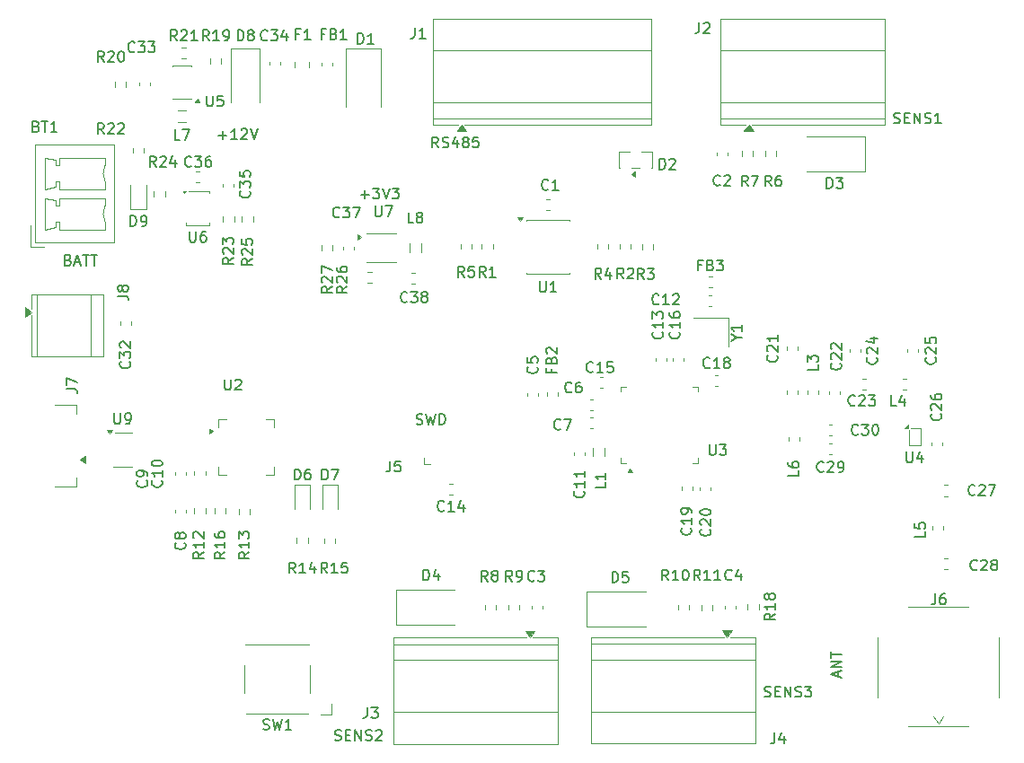
<source format=gbr>
%TF.GenerationSoftware,KiCad,Pcbnew,9.0.6*%
%TF.CreationDate,2025-12-23T13:53:16+01:00*%
%TF.ProjectId,demo wateranalyser,64656d6f-2077-4617-9465-72616e616c79,rev?*%
%TF.SameCoordinates,Original*%
%TF.FileFunction,Legend,Top*%
%TF.FilePolarity,Positive*%
%FSLAX46Y46*%
G04 Gerber Fmt 4.6, Leading zero omitted, Abs format (unit mm)*
G04 Created by KiCad (PCBNEW 9.0.6) date 2025-12-23 13:53:16*
%MOMM*%
%LPD*%
G01*
G04 APERTURE LIST*
%ADD10C,0.200000*%
%ADD11C,0.150000*%
%ADD12C,0.120000*%
%ADD13C,0.100000*%
G04 APERTURE END LIST*
D10*
X157769673Y-34386266D02*
X158531578Y-34386266D01*
X158150625Y-34767219D02*
X158150625Y-34005314D01*
X158912530Y-33767219D02*
X159531577Y-33767219D01*
X159531577Y-33767219D02*
X159198244Y-34148171D01*
X159198244Y-34148171D02*
X159341101Y-34148171D01*
X159341101Y-34148171D02*
X159436339Y-34195790D01*
X159436339Y-34195790D02*
X159483958Y-34243409D01*
X159483958Y-34243409D02*
X159531577Y-34338647D01*
X159531577Y-34338647D02*
X159531577Y-34576742D01*
X159531577Y-34576742D02*
X159483958Y-34671980D01*
X159483958Y-34671980D02*
X159436339Y-34719600D01*
X159436339Y-34719600D02*
X159341101Y-34767219D01*
X159341101Y-34767219D02*
X159055387Y-34767219D01*
X159055387Y-34767219D02*
X158960149Y-34719600D01*
X158960149Y-34719600D02*
X158912530Y-34671980D01*
X159817292Y-33767219D02*
X160150625Y-34767219D01*
X160150625Y-34767219D02*
X160483958Y-33767219D01*
X160722054Y-33767219D02*
X161341101Y-33767219D01*
X161341101Y-33767219D02*
X161007768Y-34148171D01*
X161007768Y-34148171D02*
X161150625Y-34148171D01*
X161150625Y-34148171D02*
X161245863Y-34195790D01*
X161245863Y-34195790D02*
X161293482Y-34243409D01*
X161293482Y-34243409D02*
X161341101Y-34338647D01*
X161341101Y-34338647D02*
X161341101Y-34576742D01*
X161341101Y-34576742D02*
X161293482Y-34671980D01*
X161293482Y-34671980D02*
X161245863Y-34719600D01*
X161245863Y-34719600D02*
X161150625Y-34767219D01*
X161150625Y-34767219D02*
X160864911Y-34767219D01*
X160864911Y-34767219D02*
X160769673Y-34719600D01*
X160769673Y-34719600D02*
X160722054Y-34671980D01*
X130203006Y-40543409D02*
X130345863Y-40591028D01*
X130345863Y-40591028D02*
X130393482Y-40638647D01*
X130393482Y-40638647D02*
X130441101Y-40733885D01*
X130441101Y-40733885D02*
X130441101Y-40876742D01*
X130441101Y-40876742D02*
X130393482Y-40971980D01*
X130393482Y-40971980D02*
X130345863Y-41019600D01*
X130345863Y-41019600D02*
X130250625Y-41067219D01*
X130250625Y-41067219D02*
X129869673Y-41067219D01*
X129869673Y-41067219D02*
X129869673Y-40067219D01*
X129869673Y-40067219D02*
X130203006Y-40067219D01*
X130203006Y-40067219D02*
X130298244Y-40114838D01*
X130298244Y-40114838D02*
X130345863Y-40162457D01*
X130345863Y-40162457D02*
X130393482Y-40257695D01*
X130393482Y-40257695D02*
X130393482Y-40352933D01*
X130393482Y-40352933D02*
X130345863Y-40448171D01*
X130345863Y-40448171D02*
X130298244Y-40495790D01*
X130298244Y-40495790D02*
X130203006Y-40543409D01*
X130203006Y-40543409D02*
X129869673Y-40543409D01*
X130822054Y-40781504D02*
X131298244Y-40781504D01*
X130726816Y-41067219D02*
X131060149Y-40067219D01*
X131060149Y-40067219D02*
X131393482Y-41067219D01*
X131583959Y-40067219D02*
X132155387Y-40067219D01*
X131869673Y-41067219D02*
X131869673Y-40067219D01*
X132345864Y-40067219D02*
X132917292Y-40067219D01*
X132631578Y-41067219D02*
X132631578Y-40067219D01*
X155322054Y-85819600D02*
X155464911Y-85867219D01*
X155464911Y-85867219D02*
X155703006Y-85867219D01*
X155703006Y-85867219D02*
X155798244Y-85819600D01*
X155798244Y-85819600D02*
X155845863Y-85771980D01*
X155845863Y-85771980D02*
X155893482Y-85676742D01*
X155893482Y-85676742D02*
X155893482Y-85581504D01*
X155893482Y-85581504D02*
X155845863Y-85486266D01*
X155845863Y-85486266D02*
X155798244Y-85438647D01*
X155798244Y-85438647D02*
X155703006Y-85391028D01*
X155703006Y-85391028D02*
X155512530Y-85343409D01*
X155512530Y-85343409D02*
X155417292Y-85295790D01*
X155417292Y-85295790D02*
X155369673Y-85248171D01*
X155369673Y-85248171D02*
X155322054Y-85152933D01*
X155322054Y-85152933D02*
X155322054Y-85057695D01*
X155322054Y-85057695D02*
X155369673Y-84962457D01*
X155369673Y-84962457D02*
X155417292Y-84914838D01*
X155417292Y-84914838D02*
X155512530Y-84867219D01*
X155512530Y-84867219D02*
X155750625Y-84867219D01*
X155750625Y-84867219D02*
X155893482Y-84914838D01*
X156322054Y-85343409D02*
X156655387Y-85343409D01*
X156798244Y-85867219D02*
X156322054Y-85867219D01*
X156322054Y-85867219D02*
X156322054Y-84867219D01*
X156322054Y-84867219D02*
X156798244Y-84867219D01*
X157226816Y-85867219D02*
X157226816Y-84867219D01*
X157226816Y-84867219D02*
X157798244Y-85867219D01*
X157798244Y-85867219D02*
X157798244Y-84867219D01*
X158226816Y-85819600D02*
X158369673Y-85867219D01*
X158369673Y-85867219D02*
X158607768Y-85867219D01*
X158607768Y-85867219D02*
X158703006Y-85819600D01*
X158703006Y-85819600D02*
X158750625Y-85771980D01*
X158750625Y-85771980D02*
X158798244Y-85676742D01*
X158798244Y-85676742D02*
X158798244Y-85581504D01*
X158798244Y-85581504D02*
X158750625Y-85486266D01*
X158750625Y-85486266D02*
X158703006Y-85438647D01*
X158703006Y-85438647D02*
X158607768Y-85391028D01*
X158607768Y-85391028D02*
X158417292Y-85343409D01*
X158417292Y-85343409D02*
X158322054Y-85295790D01*
X158322054Y-85295790D02*
X158274435Y-85248171D01*
X158274435Y-85248171D02*
X158226816Y-85152933D01*
X158226816Y-85152933D02*
X158226816Y-85057695D01*
X158226816Y-85057695D02*
X158274435Y-84962457D01*
X158274435Y-84962457D02*
X158322054Y-84914838D01*
X158322054Y-84914838D02*
X158417292Y-84867219D01*
X158417292Y-84867219D02*
X158655387Y-84867219D01*
X158655387Y-84867219D02*
X158798244Y-84914838D01*
X159179197Y-84962457D02*
X159226816Y-84914838D01*
X159226816Y-84914838D02*
X159322054Y-84867219D01*
X159322054Y-84867219D02*
X159560149Y-84867219D01*
X159560149Y-84867219D02*
X159655387Y-84914838D01*
X159655387Y-84914838D02*
X159703006Y-84962457D01*
X159703006Y-84962457D02*
X159750625Y-85057695D01*
X159750625Y-85057695D02*
X159750625Y-85152933D01*
X159750625Y-85152933D02*
X159703006Y-85295790D01*
X159703006Y-85295790D02*
X159131578Y-85867219D01*
X159131578Y-85867219D02*
X159750625Y-85867219D01*
X144369673Y-28786266D02*
X145131578Y-28786266D01*
X144750625Y-29167219D02*
X144750625Y-28405314D01*
X146131577Y-29167219D02*
X145560149Y-29167219D01*
X145845863Y-29167219D02*
X145845863Y-28167219D01*
X145845863Y-28167219D02*
X145750625Y-28310076D01*
X145750625Y-28310076D02*
X145655387Y-28405314D01*
X145655387Y-28405314D02*
X145560149Y-28452933D01*
X146512530Y-28262457D02*
X146560149Y-28214838D01*
X146560149Y-28214838D02*
X146655387Y-28167219D01*
X146655387Y-28167219D02*
X146893482Y-28167219D01*
X146893482Y-28167219D02*
X146988720Y-28214838D01*
X146988720Y-28214838D02*
X147036339Y-28262457D01*
X147036339Y-28262457D02*
X147083958Y-28357695D01*
X147083958Y-28357695D02*
X147083958Y-28452933D01*
X147083958Y-28452933D02*
X147036339Y-28595790D01*
X147036339Y-28595790D02*
X146464911Y-29167219D01*
X146464911Y-29167219D02*
X147083958Y-29167219D01*
X147369673Y-28167219D02*
X147703006Y-29167219D01*
X147703006Y-29167219D02*
X148036339Y-28167219D01*
X208022054Y-27619600D02*
X208164911Y-27667219D01*
X208164911Y-27667219D02*
X208403006Y-27667219D01*
X208403006Y-27667219D02*
X208498244Y-27619600D01*
X208498244Y-27619600D02*
X208545863Y-27571980D01*
X208545863Y-27571980D02*
X208593482Y-27476742D01*
X208593482Y-27476742D02*
X208593482Y-27381504D01*
X208593482Y-27381504D02*
X208545863Y-27286266D01*
X208545863Y-27286266D02*
X208498244Y-27238647D01*
X208498244Y-27238647D02*
X208403006Y-27191028D01*
X208403006Y-27191028D02*
X208212530Y-27143409D01*
X208212530Y-27143409D02*
X208117292Y-27095790D01*
X208117292Y-27095790D02*
X208069673Y-27048171D01*
X208069673Y-27048171D02*
X208022054Y-26952933D01*
X208022054Y-26952933D02*
X208022054Y-26857695D01*
X208022054Y-26857695D02*
X208069673Y-26762457D01*
X208069673Y-26762457D02*
X208117292Y-26714838D01*
X208117292Y-26714838D02*
X208212530Y-26667219D01*
X208212530Y-26667219D02*
X208450625Y-26667219D01*
X208450625Y-26667219D02*
X208593482Y-26714838D01*
X209022054Y-27143409D02*
X209355387Y-27143409D01*
X209498244Y-27667219D02*
X209022054Y-27667219D01*
X209022054Y-27667219D02*
X209022054Y-26667219D01*
X209022054Y-26667219D02*
X209498244Y-26667219D01*
X209926816Y-27667219D02*
X209926816Y-26667219D01*
X209926816Y-26667219D02*
X210498244Y-27667219D01*
X210498244Y-27667219D02*
X210498244Y-26667219D01*
X210926816Y-27619600D02*
X211069673Y-27667219D01*
X211069673Y-27667219D02*
X211307768Y-27667219D01*
X211307768Y-27667219D02*
X211403006Y-27619600D01*
X211403006Y-27619600D02*
X211450625Y-27571980D01*
X211450625Y-27571980D02*
X211498244Y-27476742D01*
X211498244Y-27476742D02*
X211498244Y-27381504D01*
X211498244Y-27381504D02*
X211450625Y-27286266D01*
X211450625Y-27286266D02*
X211403006Y-27238647D01*
X211403006Y-27238647D02*
X211307768Y-27191028D01*
X211307768Y-27191028D02*
X211117292Y-27143409D01*
X211117292Y-27143409D02*
X211022054Y-27095790D01*
X211022054Y-27095790D02*
X210974435Y-27048171D01*
X210974435Y-27048171D02*
X210926816Y-26952933D01*
X210926816Y-26952933D02*
X210926816Y-26857695D01*
X210926816Y-26857695D02*
X210974435Y-26762457D01*
X210974435Y-26762457D02*
X211022054Y-26714838D01*
X211022054Y-26714838D02*
X211117292Y-26667219D01*
X211117292Y-26667219D02*
X211355387Y-26667219D01*
X211355387Y-26667219D02*
X211498244Y-26714838D01*
X212450625Y-27667219D02*
X211879197Y-27667219D01*
X212164911Y-27667219D02*
X212164911Y-26667219D01*
X212164911Y-26667219D02*
X212069673Y-26810076D01*
X212069673Y-26810076D02*
X211974435Y-26905314D01*
X211974435Y-26905314D02*
X211879197Y-26952933D01*
X202781504Y-79877945D02*
X202781504Y-79401755D01*
X203067219Y-79973183D02*
X202067219Y-79639850D01*
X202067219Y-79639850D02*
X203067219Y-79306517D01*
X203067219Y-78973183D02*
X202067219Y-78973183D01*
X202067219Y-78973183D02*
X203067219Y-78401755D01*
X203067219Y-78401755D02*
X202067219Y-78401755D01*
X202067219Y-78068421D02*
X202067219Y-77496993D01*
X203067219Y-77782707D02*
X202067219Y-77782707D01*
X195822054Y-81719600D02*
X195964911Y-81767219D01*
X195964911Y-81767219D02*
X196203006Y-81767219D01*
X196203006Y-81767219D02*
X196298244Y-81719600D01*
X196298244Y-81719600D02*
X196345863Y-81671980D01*
X196345863Y-81671980D02*
X196393482Y-81576742D01*
X196393482Y-81576742D02*
X196393482Y-81481504D01*
X196393482Y-81481504D02*
X196345863Y-81386266D01*
X196345863Y-81386266D02*
X196298244Y-81338647D01*
X196298244Y-81338647D02*
X196203006Y-81291028D01*
X196203006Y-81291028D02*
X196012530Y-81243409D01*
X196012530Y-81243409D02*
X195917292Y-81195790D01*
X195917292Y-81195790D02*
X195869673Y-81148171D01*
X195869673Y-81148171D02*
X195822054Y-81052933D01*
X195822054Y-81052933D02*
X195822054Y-80957695D01*
X195822054Y-80957695D02*
X195869673Y-80862457D01*
X195869673Y-80862457D02*
X195917292Y-80814838D01*
X195917292Y-80814838D02*
X196012530Y-80767219D01*
X196012530Y-80767219D02*
X196250625Y-80767219D01*
X196250625Y-80767219D02*
X196393482Y-80814838D01*
X196822054Y-81243409D02*
X197155387Y-81243409D01*
X197298244Y-81767219D02*
X196822054Y-81767219D01*
X196822054Y-81767219D02*
X196822054Y-80767219D01*
X196822054Y-80767219D02*
X197298244Y-80767219D01*
X197726816Y-81767219D02*
X197726816Y-80767219D01*
X197726816Y-80767219D02*
X198298244Y-81767219D01*
X198298244Y-81767219D02*
X198298244Y-80767219D01*
X198726816Y-81719600D02*
X198869673Y-81767219D01*
X198869673Y-81767219D02*
X199107768Y-81767219D01*
X199107768Y-81767219D02*
X199203006Y-81719600D01*
X199203006Y-81719600D02*
X199250625Y-81671980D01*
X199250625Y-81671980D02*
X199298244Y-81576742D01*
X199298244Y-81576742D02*
X199298244Y-81481504D01*
X199298244Y-81481504D02*
X199250625Y-81386266D01*
X199250625Y-81386266D02*
X199203006Y-81338647D01*
X199203006Y-81338647D02*
X199107768Y-81291028D01*
X199107768Y-81291028D02*
X198917292Y-81243409D01*
X198917292Y-81243409D02*
X198822054Y-81195790D01*
X198822054Y-81195790D02*
X198774435Y-81148171D01*
X198774435Y-81148171D02*
X198726816Y-81052933D01*
X198726816Y-81052933D02*
X198726816Y-80957695D01*
X198726816Y-80957695D02*
X198774435Y-80862457D01*
X198774435Y-80862457D02*
X198822054Y-80814838D01*
X198822054Y-80814838D02*
X198917292Y-80767219D01*
X198917292Y-80767219D02*
X199155387Y-80767219D01*
X199155387Y-80767219D02*
X199298244Y-80814838D01*
X199631578Y-80767219D02*
X200250625Y-80767219D01*
X200250625Y-80767219D02*
X199917292Y-81148171D01*
X199917292Y-81148171D02*
X200060149Y-81148171D01*
X200060149Y-81148171D02*
X200155387Y-81195790D01*
X200155387Y-81195790D02*
X200203006Y-81243409D01*
X200203006Y-81243409D02*
X200250625Y-81338647D01*
X200250625Y-81338647D02*
X200250625Y-81576742D01*
X200250625Y-81576742D02*
X200203006Y-81671980D01*
X200203006Y-81671980D02*
X200155387Y-81719600D01*
X200155387Y-81719600D02*
X200060149Y-81767219D01*
X200060149Y-81767219D02*
X199774435Y-81767219D01*
X199774435Y-81767219D02*
X199679197Y-81719600D01*
X199679197Y-81719600D02*
X199631578Y-81671980D01*
X165081101Y-29939719D02*
X164747768Y-29463528D01*
X164509673Y-29939719D02*
X164509673Y-28939719D01*
X164509673Y-28939719D02*
X164890625Y-28939719D01*
X164890625Y-28939719D02*
X164985863Y-28987338D01*
X164985863Y-28987338D02*
X165033482Y-29034957D01*
X165033482Y-29034957D02*
X165081101Y-29130195D01*
X165081101Y-29130195D02*
X165081101Y-29273052D01*
X165081101Y-29273052D02*
X165033482Y-29368290D01*
X165033482Y-29368290D02*
X164985863Y-29415909D01*
X164985863Y-29415909D02*
X164890625Y-29463528D01*
X164890625Y-29463528D02*
X164509673Y-29463528D01*
X165462054Y-29892100D02*
X165604911Y-29939719D01*
X165604911Y-29939719D02*
X165843006Y-29939719D01*
X165843006Y-29939719D02*
X165938244Y-29892100D01*
X165938244Y-29892100D02*
X165985863Y-29844480D01*
X165985863Y-29844480D02*
X166033482Y-29749242D01*
X166033482Y-29749242D02*
X166033482Y-29654004D01*
X166033482Y-29654004D02*
X165985863Y-29558766D01*
X165985863Y-29558766D02*
X165938244Y-29511147D01*
X165938244Y-29511147D02*
X165843006Y-29463528D01*
X165843006Y-29463528D02*
X165652530Y-29415909D01*
X165652530Y-29415909D02*
X165557292Y-29368290D01*
X165557292Y-29368290D02*
X165509673Y-29320671D01*
X165509673Y-29320671D02*
X165462054Y-29225433D01*
X165462054Y-29225433D02*
X165462054Y-29130195D01*
X165462054Y-29130195D02*
X165509673Y-29034957D01*
X165509673Y-29034957D02*
X165557292Y-28987338D01*
X165557292Y-28987338D02*
X165652530Y-28939719D01*
X165652530Y-28939719D02*
X165890625Y-28939719D01*
X165890625Y-28939719D02*
X166033482Y-28987338D01*
X166890625Y-29273052D02*
X166890625Y-29939719D01*
X166652530Y-28892100D02*
X166414435Y-29606385D01*
X166414435Y-29606385D02*
X167033482Y-29606385D01*
X167557292Y-29368290D02*
X167462054Y-29320671D01*
X167462054Y-29320671D02*
X167414435Y-29273052D01*
X167414435Y-29273052D02*
X167366816Y-29177814D01*
X167366816Y-29177814D02*
X167366816Y-29130195D01*
X167366816Y-29130195D02*
X167414435Y-29034957D01*
X167414435Y-29034957D02*
X167462054Y-28987338D01*
X167462054Y-28987338D02*
X167557292Y-28939719D01*
X167557292Y-28939719D02*
X167747768Y-28939719D01*
X167747768Y-28939719D02*
X167843006Y-28987338D01*
X167843006Y-28987338D02*
X167890625Y-29034957D01*
X167890625Y-29034957D02*
X167938244Y-29130195D01*
X167938244Y-29130195D02*
X167938244Y-29177814D01*
X167938244Y-29177814D02*
X167890625Y-29273052D01*
X167890625Y-29273052D02*
X167843006Y-29320671D01*
X167843006Y-29320671D02*
X167747768Y-29368290D01*
X167747768Y-29368290D02*
X167557292Y-29368290D01*
X167557292Y-29368290D02*
X167462054Y-29415909D01*
X167462054Y-29415909D02*
X167414435Y-29463528D01*
X167414435Y-29463528D02*
X167366816Y-29558766D01*
X167366816Y-29558766D02*
X167366816Y-29749242D01*
X167366816Y-29749242D02*
X167414435Y-29844480D01*
X167414435Y-29844480D02*
X167462054Y-29892100D01*
X167462054Y-29892100D02*
X167557292Y-29939719D01*
X167557292Y-29939719D02*
X167747768Y-29939719D01*
X167747768Y-29939719D02*
X167843006Y-29892100D01*
X167843006Y-29892100D02*
X167890625Y-29844480D01*
X167890625Y-29844480D02*
X167938244Y-29749242D01*
X167938244Y-29749242D02*
X167938244Y-29558766D01*
X167938244Y-29558766D02*
X167890625Y-29463528D01*
X167890625Y-29463528D02*
X167843006Y-29415909D01*
X167843006Y-29415909D02*
X167747768Y-29368290D01*
X168843006Y-28939719D02*
X168366816Y-28939719D01*
X168366816Y-28939719D02*
X168319197Y-29415909D01*
X168319197Y-29415909D02*
X168366816Y-29368290D01*
X168366816Y-29368290D02*
X168462054Y-29320671D01*
X168462054Y-29320671D02*
X168700149Y-29320671D01*
X168700149Y-29320671D02*
X168795387Y-29368290D01*
X168795387Y-29368290D02*
X168843006Y-29415909D01*
X168843006Y-29415909D02*
X168890625Y-29511147D01*
X168890625Y-29511147D02*
X168890625Y-29749242D01*
X168890625Y-29749242D02*
X168843006Y-29844480D01*
X168843006Y-29844480D02*
X168795387Y-29892100D01*
X168795387Y-29892100D02*
X168700149Y-29939719D01*
X168700149Y-29939719D02*
X168462054Y-29939719D01*
X168462054Y-29939719D02*
X168366816Y-29892100D01*
X168366816Y-29892100D02*
X168319197Y-29844480D01*
X163022054Y-56019600D02*
X163164911Y-56067219D01*
X163164911Y-56067219D02*
X163403006Y-56067219D01*
X163403006Y-56067219D02*
X163498244Y-56019600D01*
X163498244Y-56019600D02*
X163545863Y-55971980D01*
X163545863Y-55971980D02*
X163593482Y-55876742D01*
X163593482Y-55876742D02*
X163593482Y-55781504D01*
X163593482Y-55781504D02*
X163545863Y-55686266D01*
X163545863Y-55686266D02*
X163498244Y-55638647D01*
X163498244Y-55638647D02*
X163403006Y-55591028D01*
X163403006Y-55591028D02*
X163212530Y-55543409D01*
X163212530Y-55543409D02*
X163117292Y-55495790D01*
X163117292Y-55495790D02*
X163069673Y-55448171D01*
X163069673Y-55448171D02*
X163022054Y-55352933D01*
X163022054Y-55352933D02*
X163022054Y-55257695D01*
X163022054Y-55257695D02*
X163069673Y-55162457D01*
X163069673Y-55162457D02*
X163117292Y-55114838D01*
X163117292Y-55114838D02*
X163212530Y-55067219D01*
X163212530Y-55067219D02*
X163450625Y-55067219D01*
X163450625Y-55067219D02*
X163593482Y-55114838D01*
X163926816Y-55067219D02*
X164164911Y-56067219D01*
X164164911Y-56067219D02*
X164355387Y-55352933D01*
X164355387Y-55352933D02*
X164545863Y-56067219D01*
X164545863Y-56067219D02*
X164783959Y-55067219D01*
X165164911Y-56067219D02*
X165164911Y-55067219D01*
X165164911Y-55067219D02*
X165403006Y-55067219D01*
X165403006Y-55067219D02*
X165545863Y-55114838D01*
X165545863Y-55114838D02*
X165641101Y-55210076D01*
X165641101Y-55210076D02*
X165688720Y-55305314D01*
X165688720Y-55305314D02*
X165736339Y-55495790D01*
X165736339Y-55495790D02*
X165736339Y-55638647D01*
X165736339Y-55638647D02*
X165688720Y-55829123D01*
X165688720Y-55829123D02*
X165641101Y-55924361D01*
X165641101Y-55924361D02*
X165545863Y-56019600D01*
X165545863Y-56019600D02*
X165403006Y-56067219D01*
X165403006Y-56067219D02*
X165164911Y-56067219D01*
D11*
X130054819Y-52708333D02*
X130769104Y-52708333D01*
X130769104Y-52708333D02*
X130911961Y-52755952D01*
X130911961Y-52755952D02*
X131007200Y-52851190D01*
X131007200Y-52851190D02*
X131054819Y-52994047D01*
X131054819Y-52994047D02*
X131054819Y-53089285D01*
X130054819Y-52327380D02*
X130054819Y-51660714D01*
X130054819Y-51660714D02*
X131054819Y-52089285D01*
X189879166Y-41031009D02*
X189545833Y-41031009D01*
X189545833Y-41554819D02*
X189545833Y-40554819D01*
X189545833Y-40554819D02*
X190022023Y-40554819D01*
X190736309Y-41031009D02*
X190879166Y-41078628D01*
X190879166Y-41078628D02*
X190926785Y-41126247D01*
X190926785Y-41126247D02*
X190974404Y-41221485D01*
X190974404Y-41221485D02*
X190974404Y-41364342D01*
X190974404Y-41364342D02*
X190926785Y-41459580D01*
X190926785Y-41459580D02*
X190879166Y-41507200D01*
X190879166Y-41507200D02*
X190783928Y-41554819D01*
X190783928Y-41554819D02*
X190402976Y-41554819D01*
X190402976Y-41554819D02*
X190402976Y-40554819D01*
X190402976Y-40554819D02*
X190736309Y-40554819D01*
X190736309Y-40554819D02*
X190831547Y-40602438D01*
X190831547Y-40602438D02*
X190879166Y-40650057D01*
X190879166Y-40650057D02*
X190926785Y-40745295D01*
X190926785Y-40745295D02*
X190926785Y-40840533D01*
X190926785Y-40840533D02*
X190879166Y-40935771D01*
X190879166Y-40935771D02*
X190831547Y-40983390D01*
X190831547Y-40983390D02*
X190736309Y-41031009D01*
X190736309Y-41031009D02*
X190402976Y-41031009D01*
X191307738Y-40554819D02*
X191926785Y-40554819D01*
X191926785Y-40554819D02*
X191593452Y-40935771D01*
X191593452Y-40935771D02*
X191736309Y-40935771D01*
X191736309Y-40935771D02*
X191831547Y-40983390D01*
X191831547Y-40983390D02*
X191879166Y-41031009D01*
X191879166Y-41031009D02*
X191926785Y-41126247D01*
X191926785Y-41126247D02*
X191926785Y-41364342D01*
X191926785Y-41364342D02*
X191879166Y-41459580D01*
X191879166Y-41459580D02*
X191831547Y-41507200D01*
X191831547Y-41507200D02*
X191736309Y-41554819D01*
X191736309Y-41554819D02*
X191450595Y-41554819D01*
X191450595Y-41554819D02*
X191355357Y-41507200D01*
X191355357Y-41507200D02*
X191307738Y-41459580D01*
X162866666Y-18654819D02*
X162866666Y-19369104D01*
X162866666Y-19369104D02*
X162819047Y-19511961D01*
X162819047Y-19511961D02*
X162723809Y-19607200D01*
X162723809Y-19607200D02*
X162580952Y-19654819D01*
X162580952Y-19654819D02*
X162485714Y-19654819D01*
X163866666Y-19654819D02*
X163295238Y-19654819D01*
X163580952Y-19654819D02*
X163580952Y-18654819D01*
X163580952Y-18654819D02*
X163485714Y-18797676D01*
X163485714Y-18797676D02*
X163390476Y-18892914D01*
X163390476Y-18892914D02*
X163295238Y-18940533D01*
X145754819Y-40342857D02*
X145278628Y-40676190D01*
X145754819Y-40914285D02*
X144754819Y-40914285D01*
X144754819Y-40914285D02*
X144754819Y-40533333D01*
X144754819Y-40533333D02*
X144802438Y-40438095D01*
X144802438Y-40438095D02*
X144850057Y-40390476D01*
X144850057Y-40390476D02*
X144945295Y-40342857D01*
X144945295Y-40342857D02*
X145088152Y-40342857D01*
X145088152Y-40342857D02*
X145183390Y-40390476D01*
X145183390Y-40390476D02*
X145231009Y-40438095D01*
X145231009Y-40438095D02*
X145278628Y-40533333D01*
X145278628Y-40533333D02*
X145278628Y-40914285D01*
X144850057Y-39961904D02*
X144802438Y-39914285D01*
X144802438Y-39914285D02*
X144754819Y-39819047D01*
X144754819Y-39819047D02*
X144754819Y-39580952D01*
X144754819Y-39580952D02*
X144802438Y-39485714D01*
X144802438Y-39485714D02*
X144850057Y-39438095D01*
X144850057Y-39438095D02*
X144945295Y-39390476D01*
X144945295Y-39390476D02*
X145040533Y-39390476D01*
X145040533Y-39390476D02*
X145183390Y-39438095D01*
X145183390Y-39438095D02*
X145754819Y-40009523D01*
X145754819Y-40009523D02*
X145754819Y-39390476D01*
X144754819Y-39057142D02*
X144754819Y-38438095D01*
X144754819Y-38438095D02*
X145135771Y-38771428D01*
X145135771Y-38771428D02*
X145135771Y-38628571D01*
X145135771Y-38628571D02*
X145183390Y-38533333D01*
X145183390Y-38533333D02*
X145231009Y-38485714D01*
X145231009Y-38485714D02*
X145326247Y-38438095D01*
X145326247Y-38438095D02*
X145564342Y-38438095D01*
X145564342Y-38438095D02*
X145659580Y-38485714D01*
X145659580Y-38485714D02*
X145707200Y-38533333D01*
X145707200Y-38533333D02*
X145754819Y-38628571D01*
X145754819Y-38628571D02*
X145754819Y-38914285D01*
X145754819Y-38914285D02*
X145707200Y-39009523D01*
X145707200Y-39009523D02*
X145659580Y-39057142D01*
X162733333Y-37054819D02*
X162257143Y-37054819D01*
X162257143Y-37054819D02*
X162257143Y-36054819D01*
X163209524Y-36483390D02*
X163114286Y-36435771D01*
X163114286Y-36435771D02*
X163066667Y-36388152D01*
X163066667Y-36388152D02*
X163019048Y-36292914D01*
X163019048Y-36292914D02*
X163019048Y-36245295D01*
X163019048Y-36245295D02*
X163066667Y-36150057D01*
X163066667Y-36150057D02*
X163114286Y-36102438D01*
X163114286Y-36102438D02*
X163209524Y-36054819D01*
X163209524Y-36054819D02*
X163400000Y-36054819D01*
X163400000Y-36054819D02*
X163495238Y-36102438D01*
X163495238Y-36102438D02*
X163542857Y-36150057D01*
X163542857Y-36150057D02*
X163590476Y-36245295D01*
X163590476Y-36245295D02*
X163590476Y-36292914D01*
X163590476Y-36292914D02*
X163542857Y-36388152D01*
X163542857Y-36388152D02*
X163495238Y-36435771D01*
X163495238Y-36435771D02*
X163400000Y-36483390D01*
X163400000Y-36483390D02*
X163209524Y-36483390D01*
X163209524Y-36483390D02*
X163114286Y-36531009D01*
X163114286Y-36531009D02*
X163066667Y-36578628D01*
X163066667Y-36578628D02*
X163019048Y-36673866D01*
X163019048Y-36673866D02*
X163019048Y-36864342D01*
X163019048Y-36864342D02*
X163066667Y-36959580D01*
X163066667Y-36959580D02*
X163114286Y-37007200D01*
X163114286Y-37007200D02*
X163209524Y-37054819D01*
X163209524Y-37054819D02*
X163400000Y-37054819D01*
X163400000Y-37054819D02*
X163495238Y-37007200D01*
X163495238Y-37007200D02*
X163542857Y-36959580D01*
X163542857Y-36959580D02*
X163590476Y-36864342D01*
X163590476Y-36864342D02*
X163590476Y-36673866D01*
X163590476Y-36673866D02*
X163542857Y-36578628D01*
X163542857Y-36578628D02*
X163495238Y-36531009D01*
X163495238Y-36531009D02*
X163400000Y-36483390D01*
X135959580Y-50142857D02*
X136007200Y-50190476D01*
X136007200Y-50190476D02*
X136054819Y-50333333D01*
X136054819Y-50333333D02*
X136054819Y-50428571D01*
X136054819Y-50428571D02*
X136007200Y-50571428D01*
X136007200Y-50571428D02*
X135911961Y-50666666D01*
X135911961Y-50666666D02*
X135816723Y-50714285D01*
X135816723Y-50714285D02*
X135626247Y-50761904D01*
X135626247Y-50761904D02*
X135483390Y-50761904D01*
X135483390Y-50761904D02*
X135292914Y-50714285D01*
X135292914Y-50714285D02*
X135197676Y-50666666D01*
X135197676Y-50666666D02*
X135102438Y-50571428D01*
X135102438Y-50571428D02*
X135054819Y-50428571D01*
X135054819Y-50428571D02*
X135054819Y-50333333D01*
X135054819Y-50333333D02*
X135102438Y-50190476D01*
X135102438Y-50190476D02*
X135150057Y-50142857D01*
X135054819Y-49809523D02*
X135054819Y-49190476D01*
X135054819Y-49190476D02*
X135435771Y-49523809D01*
X135435771Y-49523809D02*
X135435771Y-49380952D01*
X135435771Y-49380952D02*
X135483390Y-49285714D01*
X135483390Y-49285714D02*
X135531009Y-49238095D01*
X135531009Y-49238095D02*
X135626247Y-49190476D01*
X135626247Y-49190476D02*
X135864342Y-49190476D01*
X135864342Y-49190476D02*
X135959580Y-49238095D01*
X135959580Y-49238095D02*
X136007200Y-49285714D01*
X136007200Y-49285714D02*
X136054819Y-49380952D01*
X136054819Y-49380952D02*
X136054819Y-49666666D01*
X136054819Y-49666666D02*
X136007200Y-49761904D01*
X136007200Y-49761904D02*
X135959580Y-49809523D01*
X135150057Y-48809523D02*
X135102438Y-48761904D01*
X135102438Y-48761904D02*
X135054819Y-48666666D01*
X135054819Y-48666666D02*
X135054819Y-48428571D01*
X135054819Y-48428571D02*
X135102438Y-48333333D01*
X135102438Y-48333333D02*
X135150057Y-48285714D01*
X135150057Y-48285714D02*
X135245295Y-48238095D01*
X135245295Y-48238095D02*
X135340533Y-48238095D01*
X135340533Y-48238095D02*
X135483390Y-48285714D01*
X135483390Y-48285714D02*
X136054819Y-48857142D01*
X136054819Y-48857142D02*
X136054819Y-48238095D01*
X167533333Y-42154819D02*
X167200000Y-41678628D01*
X166961905Y-42154819D02*
X166961905Y-41154819D01*
X166961905Y-41154819D02*
X167342857Y-41154819D01*
X167342857Y-41154819D02*
X167438095Y-41202438D01*
X167438095Y-41202438D02*
X167485714Y-41250057D01*
X167485714Y-41250057D02*
X167533333Y-41345295D01*
X167533333Y-41345295D02*
X167533333Y-41488152D01*
X167533333Y-41488152D02*
X167485714Y-41583390D01*
X167485714Y-41583390D02*
X167438095Y-41631009D01*
X167438095Y-41631009D02*
X167342857Y-41678628D01*
X167342857Y-41678628D02*
X166961905Y-41678628D01*
X168438095Y-41154819D02*
X167961905Y-41154819D01*
X167961905Y-41154819D02*
X167914286Y-41631009D01*
X167914286Y-41631009D02*
X167961905Y-41583390D01*
X167961905Y-41583390D02*
X168057143Y-41535771D01*
X168057143Y-41535771D02*
X168295238Y-41535771D01*
X168295238Y-41535771D02*
X168390476Y-41583390D01*
X168390476Y-41583390D02*
X168438095Y-41631009D01*
X168438095Y-41631009D02*
X168485714Y-41726247D01*
X168485714Y-41726247D02*
X168485714Y-41964342D01*
X168485714Y-41964342D02*
X168438095Y-42059580D01*
X168438095Y-42059580D02*
X168390476Y-42107200D01*
X168390476Y-42107200D02*
X168295238Y-42154819D01*
X168295238Y-42154819D02*
X168057143Y-42154819D01*
X168057143Y-42154819D02*
X167961905Y-42107200D01*
X167961905Y-42107200D02*
X167914286Y-42059580D01*
X133557142Y-21854819D02*
X133223809Y-21378628D01*
X132985714Y-21854819D02*
X132985714Y-20854819D01*
X132985714Y-20854819D02*
X133366666Y-20854819D01*
X133366666Y-20854819D02*
X133461904Y-20902438D01*
X133461904Y-20902438D02*
X133509523Y-20950057D01*
X133509523Y-20950057D02*
X133557142Y-21045295D01*
X133557142Y-21045295D02*
X133557142Y-21188152D01*
X133557142Y-21188152D02*
X133509523Y-21283390D01*
X133509523Y-21283390D02*
X133461904Y-21331009D01*
X133461904Y-21331009D02*
X133366666Y-21378628D01*
X133366666Y-21378628D02*
X132985714Y-21378628D01*
X133938095Y-20950057D02*
X133985714Y-20902438D01*
X133985714Y-20902438D02*
X134080952Y-20854819D01*
X134080952Y-20854819D02*
X134319047Y-20854819D01*
X134319047Y-20854819D02*
X134414285Y-20902438D01*
X134414285Y-20902438D02*
X134461904Y-20950057D01*
X134461904Y-20950057D02*
X134509523Y-21045295D01*
X134509523Y-21045295D02*
X134509523Y-21140533D01*
X134509523Y-21140533D02*
X134461904Y-21283390D01*
X134461904Y-21283390D02*
X133890476Y-21854819D01*
X133890476Y-21854819D02*
X134509523Y-21854819D01*
X135128571Y-20854819D02*
X135223809Y-20854819D01*
X135223809Y-20854819D02*
X135319047Y-20902438D01*
X135319047Y-20902438D02*
X135366666Y-20950057D01*
X135366666Y-20950057D02*
X135414285Y-21045295D01*
X135414285Y-21045295D02*
X135461904Y-21235771D01*
X135461904Y-21235771D02*
X135461904Y-21473866D01*
X135461904Y-21473866D02*
X135414285Y-21664342D01*
X135414285Y-21664342D02*
X135366666Y-21759580D01*
X135366666Y-21759580D02*
X135319047Y-21807200D01*
X135319047Y-21807200D02*
X135223809Y-21854819D01*
X135223809Y-21854819D02*
X135128571Y-21854819D01*
X135128571Y-21854819D02*
X135033333Y-21807200D01*
X135033333Y-21807200D02*
X134985714Y-21759580D01*
X134985714Y-21759580D02*
X134938095Y-21664342D01*
X134938095Y-21664342D02*
X134890476Y-21473866D01*
X134890476Y-21473866D02*
X134890476Y-21235771D01*
X134890476Y-21235771D02*
X134938095Y-21045295D01*
X134938095Y-21045295D02*
X134985714Y-20950057D01*
X134985714Y-20950057D02*
X135033333Y-20902438D01*
X135033333Y-20902438D02*
X135128571Y-20854819D01*
X148957142Y-19759580D02*
X148909523Y-19807200D01*
X148909523Y-19807200D02*
X148766666Y-19854819D01*
X148766666Y-19854819D02*
X148671428Y-19854819D01*
X148671428Y-19854819D02*
X148528571Y-19807200D01*
X148528571Y-19807200D02*
X148433333Y-19711961D01*
X148433333Y-19711961D02*
X148385714Y-19616723D01*
X148385714Y-19616723D02*
X148338095Y-19426247D01*
X148338095Y-19426247D02*
X148338095Y-19283390D01*
X148338095Y-19283390D02*
X148385714Y-19092914D01*
X148385714Y-19092914D02*
X148433333Y-18997676D01*
X148433333Y-18997676D02*
X148528571Y-18902438D01*
X148528571Y-18902438D02*
X148671428Y-18854819D01*
X148671428Y-18854819D02*
X148766666Y-18854819D01*
X148766666Y-18854819D02*
X148909523Y-18902438D01*
X148909523Y-18902438D02*
X148957142Y-18950057D01*
X149290476Y-18854819D02*
X149909523Y-18854819D01*
X149909523Y-18854819D02*
X149576190Y-19235771D01*
X149576190Y-19235771D02*
X149719047Y-19235771D01*
X149719047Y-19235771D02*
X149814285Y-19283390D01*
X149814285Y-19283390D02*
X149861904Y-19331009D01*
X149861904Y-19331009D02*
X149909523Y-19426247D01*
X149909523Y-19426247D02*
X149909523Y-19664342D01*
X149909523Y-19664342D02*
X149861904Y-19759580D01*
X149861904Y-19759580D02*
X149814285Y-19807200D01*
X149814285Y-19807200D02*
X149719047Y-19854819D01*
X149719047Y-19854819D02*
X149433333Y-19854819D01*
X149433333Y-19854819D02*
X149338095Y-19807200D01*
X149338095Y-19807200D02*
X149290476Y-19759580D01*
X150766666Y-19188152D02*
X150766666Y-19854819D01*
X150528571Y-18807200D02*
X150290476Y-19521485D01*
X150290476Y-19521485D02*
X150909523Y-19521485D01*
X154607142Y-70079819D02*
X154273809Y-69603628D01*
X154035714Y-70079819D02*
X154035714Y-69079819D01*
X154035714Y-69079819D02*
X154416666Y-69079819D01*
X154416666Y-69079819D02*
X154511904Y-69127438D01*
X154511904Y-69127438D02*
X154559523Y-69175057D01*
X154559523Y-69175057D02*
X154607142Y-69270295D01*
X154607142Y-69270295D02*
X154607142Y-69413152D01*
X154607142Y-69413152D02*
X154559523Y-69508390D01*
X154559523Y-69508390D02*
X154511904Y-69556009D01*
X154511904Y-69556009D02*
X154416666Y-69603628D01*
X154416666Y-69603628D02*
X154035714Y-69603628D01*
X155559523Y-70079819D02*
X154988095Y-70079819D01*
X155273809Y-70079819D02*
X155273809Y-69079819D01*
X155273809Y-69079819D02*
X155178571Y-69222676D01*
X155178571Y-69222676D02*
X155083333Y-69317914D01*
X155083333Y-69317914D02*
X154988095Y-69365533D01*
X156464285Y-69079819D02*
X155988095Y-69079819D01*
X155988095Y-69079819D02*
X155940476Y-69556009D01*
X155940476Y-69556009D02*
X155988095Y-69508390D01*
X155988095Y-69508390D02*
X156083333Y-69460771D01*
X156083333Y-69460771D02*
X156321428Y-69460771D01*
X156321428Y-69460771D02*
X156416666Y-69508390D01*
X156416666Y-69508390D02*
X156464285Y-69556009D01*
X156464285Y-69556009D02*
X156511904Y-69651247D01*
X156511904Y-69651247D02*
X156511904Y-69889342D01*
X156511904Y-69889342D02*
X156464285Y-69984580D01*
X156464285Y-69984580D02*
X156416666Y-70032200D01*
X156416666Y-70032200D02*
X156321428Y-70079819D01*
X156321428Y-70079819D02*
X156083333Y-70079819D01*
X156083333Y-70079819D02*
X155988095Y-70032200D01*
X155988095Y-70032200D02*
X155940476Y-69984580D01*
X138457142Y-31754819D02*
X138123809Y-31278628D01*
X137885714Y-31754819D02*
X137885714Y-30754819D01*
X137885714Y-30754819D02*
X138266666Y-30754819D01*
X138266666Y-30754819D02*
X138361904Y-30802438D01*
X138361904Y-30802438D02*
X138409523Y-30850057D01*
X138409523Y-30850057D02*
X138457142Y-30945295D01*
X138457142Y-30945295D02*
X138457142Y-31088152D01*
X138457142Y-31088152D02*
X138409523Y-31183390D01*
X138409523Y-31183390D02*
X138361904Y-31231009D01*
X138361904Y-31231009D02*
X138266666Y-31278628D01*
X138266666Y-31278628D02*
X137885714Y-31278628D01*
X138838095Y-30850057D02*
X138885714Y-30802438D01*
X138885714Y-30802438D02*
X138980952Y-30754819D01*
X138980952Y-30754819D02*
X139219047Y-30754819D01*
X139219047Y-30754819D02*
X139314285Y-30802438D01*
X139314285Y-30802438D02*
X139361904Y-30850057D01*
X139361904Y-30850057D02*
X139409523Y-30945295D01*
X139409523Y-30945295D02*
X139409523Y-31040533D01*
X139409523Y-31040533D02*
X139361904Y-31183390D01*
X139361904Y-31183390D02*
X138790476Y-31754819D01*
X138790476Y-31754819D02*
X139409523Y-31754819D01*
X140266666Y-31088152D02*
X140266666Y-31754819D01*
X140028571Y-30707200D02*
X139790476Y-31421485D01*
X139790476Y-31421485D02*
X140409523Y-31421485D01*
X177633333Y-52959580D02*
X177585714Y-53007200D01*
X177585714Y-53007200D02*
X177442857Y-53054819D01*
X177442857Y-53054819D02*
X177347619Y-53054819D01*
X177347619Y-53054819D02*
X177204762Y-53007200D01*
X177204762Y-53007200D02*
X177109524Y-52911961D01*
X177109524Y-52911961D02*
X177061905Y-52816723D01*
X177061905Y-52816723D02*
X177014286Y-52626247D01*
X177014286Y-52626247D02*
X177014286Y-52483390D01*
X177014286Y-52483390D02*
X177061905Y-52292914D01*
X177061905Y-52292914D02*
X177109524Y-52197676D01*
X177109524Y-52197676D02*
X177204762Y-52102438D01*
X177204762Y-52102438D02*
X177347619Y-52054819D01*
X177347619Y-52054819D02*
X177442857Y-52054819D01*
X177442857Y-52054819D02*
X177585714Y-52102438D01*
X177585714Y-52102438D02*
X177633333Y-52150057D01*
X178490476Y-52054819D02*
X178300000Y-52054819D01*
X178300000Y-52054819D02*
X178204762Y-52102438D01*
X178204762Y-52102438D02*
X178157143Y-52150057D01*
X178157143Y-52150057D02*
X178061905Y-52292914D01*
X178061905Y-52292914D02*
X178014286Y-52483390D01*
X178014286Y-52483390D02*
X178014286Y-52864342D01*
X178014286Y-52864342D02*
X178061905Y-52959580D01*
X178061905Y-52959580D02*
X178109524Y-53007200D01*
X178109524Y-53007200D02*
X178204762Y-53054819D01*
X178204762Y-53054819D02*
X178395238Y-53054819D01*
X178395238Y-53054819D02*
X178490476Y-53007200D01*
X178490476Y-53007200D02*
X178538095Y-52959580D01*
X178538095Y-52959580D02*
X178585714Y-52864342D01*
X178585714Y-52864342D02*
X178585714Y-52626247D01*
X178585714Y-52626247D02*
X178538095Y-52531009D01*
X178538095Y-52531009D02*
X178490476Y-52483390D01*
X178490476Y-52483390D02*
X178395238Y-52435771D01*
X178395238Y-52435771D02*
X178204762Y-52435771D01*
X178204762Y-52435771D02*
X178109524Y-52483390D01*
X178109524Y-52483390D02*
X178061905Y-52531009D01*
X178061905Y-52531009D02*
X178014286Y-52626247D01*
X140733333Y-29254819D02*
X140257143Y-29254819D01*
X140257143Y-29254819D02*
X140257143Y-28254819D01*
X140971429Y-28254819D02*
X141638095Y-28254819D01*
X141638095Y-28254819D02*
X141209524Y-29254819D01*
X158366666Y-82754819D02*
X158366666Y-83469104D01*
X158366666Y-83469104D02*
X158319047Y-83611961D01*
X158319047Y-83611961D02*
X158223809Y-83707200D01*
X158223809Y-83707200D02*
X158080952Y-83754819D01*
X158080952Y-83754819D02*
X157985714Y-83754819D01*
X158747619Y-82754819D02*
X159366666Y-82754819D01*
X159366666Y-82754819D02*
X159033333Y-83135771D01*
X159033333Y-83135771D02*
X159176190Y-83135771D01*
X159176190Y-83135771D02*
X159271428Y-83183390D01*
X159271428Y-83183390D02*
X159319047Y-83231009D01*
X159319047Y-83231009D02*
X159366666Y-83326247D01*
X159366666Y-83326247D02*
X159366666Y-83564342D01*
X159366666Y-83564342D02*
X159319047Y-83659580D01*
X159319047Y-83659580D02*
X159271428Y-83707200D01*
X159271428Y-83707200D02*
X159176190Y-83754819D01*
X159176190Y-83754819D02*
X158890476Y-83754819D01*
X158890476Y-83754819D02*
X158795238Y-83707200D01*
X158795238Y-83707200D02*
X158747619Y-83659580D01*
X180854819Y-61529166D02*
X180854819Y-62005356D01*
X180854819Y-62005356D02*
X179854819Y-62005356D01*
X180854819Y-60672023D02*
X180854819Y-61243451D01*
X180854819Y-60957737D02*
X179854819Y-60957737D01*
X179854819Y-60957737D02*
X179997676Y-61052975D01*
X179997676Y-61052975D02*
X180092914Y-61148213D01*
X180092914Y-61148213D02*
X180140533Y-61243451D01*
X127171785Y-27943509D02*
X127314642Y-27991128D01*
X127314642Y-27991128D02*
X127362261Y-28038747D01*
X127362261Y-28038747D02*
X127409880Y-28133985D01*
X127409880Y-28133985D02*
X127409880Y-28276842D01*
X127409880Y-28276842D02*
X127362261Y-28372080D01*
X127362261Y-28372080D02*
X127314642Y-28419700D01*
X127314642Y-28419700D02*
X127219404Y-28467319D01*
X127219404Y-28467319D02*
X126838452Y-28467319D01*
X126838452Y-28467319D02*
X126838452Y-27467319D01*
X126838452Y-27467319D02*
X127171785Y-27467319D01*
X127171785Y-27467319D02*
X127267023Y-27514938D01*
X127267023Y-27514938D02*
X127314642Y-27562557D01*
X127314642Y-27562557D02*
X127362261Y-27657795D01*
X127362261Y-27657795D02*
X127362261Y-27753033D01*
X127362261Y-27753033D02*
X127314642Y-27848271D01*
X127314642Y-27848271D02*
X127267023Y-27895890D01*
X127267023Y-27895890D02*
X127171785Y-27943509D01*
X127171785Y-27943509D02*
X126838452Y-27943509D01*
X127695595Y-27467319D02*
X128267023Y-27467319D01*
X127981309Y-28467319D02*
X127981309Y-27467319D01*
X129124166Y-28467319D02*
X128552738Y-28467319D01*
X128838452Y-28467319D02*
X128838452Y-27467319D01*
X128838452Y-27467319D02*
X128743214Y-27610176D01*
X128743214Y-27610176D02*
X128647976Y-27705414D01*
X128647976Y-27705414D02*
X128552738Y-27753033D01*
X155054819Y-43067857D02*
X154578628Y-43401190D01*
X155054819Y-43639285D02*
X154054819Y-43639285D01*
X154054819Y-43639285D02*
X154054819Y-43258333D01*
X154054819Y-43258333D02*
X154102438Y-43163095D01*
X154102438Y-43163095D02*
X154150057Y-43115476D01*
X154150057Y-43115476D02*
X154245295Y-43067857D01*
X154245295Y-43067857D02*
X154388152Y-43067857D01*
X154388152Y-43067857D02*
X154483390Y-43115476D01*
X154483390Y-43115476D02*
X154531009Y-43163095D01*
X154531009Y-43163095D02*
X154578628Y-43258333D01*
X154578628Y-43258333D02*
X154578628Y-43639285D01*
X154150057Y-42686904D02*
X154102438Y-42639285D01*
X154102438Y-42639285D02*
X154054819Y-42544047D01*
X154054819Y-42544047D02*
X154054819Y-42305952D01*
X154054819Y-42305952D02*
X154102438Y-42210714D01*
X154102438Y-42210714D02*
X154150057Y-42163095D01*
X154150057Y-42163095D02*
X154245295Y-42115476D01*
X154245295Y-42115476D02*
X154340533Y-42115476D01*
X154340533Y-42115476D02*
X154483390Y-42163095D01*
X154483390Y-42163095D02*
X155054819Y-42734523D01*
X155054819Y-42734523D02*
X155054819Y-42115476D01*
X154054819Y-41782142D02*
X154054819Y-41115476D01*
X154054819Y-41115476D02*
X155054819Y-41544047D01*
X154111905Y-61279819D02*
X154111905Y-60279819D01*
X154111905Y-60279819D02*
X154350000Y-60279819D01*
X154350000Y-60279819D02*
X154492857Y-60327438D01*
X154492857Y-60327438D02*
X154588095Y-60422676D01*
X154588095Y-60422676D02*
X154635714Y-60517914D01*
X154635714Y-60517914D02*
X154683333Y-60708390D01*
X154683333Y-60708390D02*
X154683333Y-60851247D01*
X154683333Y-60851247D02*
X154635714Y-61041723D01*
X154635714Y-61041723D02*
X154588095Y-61136961D01*
X154588095Y-61136961D02*
X154492857Y-61232200D01*
X154492857Y-61232200D02*
X154350000Y-61279819D01*
X154350000Y-61279819D02*
X154111905Y-61279819D01*
X155016667Y-60279819D02*
X155683333Y-60279819D01*
X155683333Y-60279819D02*
X155254762Y-61279819D01*
X192733333Y-70659580D02*
X192685714Y-70707200D01*
X192685714Y-70707200D02*
X192542857Y-70754819D01*
X192542857Y-70754819D02*
X192447619Y-70754819D01*
X192447619Y-70754819D02*
X192304762Y-70707200D01*
X192304762Y-70707200D02*
X192209524Y-70611961D01*
X192209524Y-70611961D02*
X192161905Y-70516723D01*
X192161905Y-70516723D02*
X192114286Y-70326247D01*
X192114286Y-70326247D02*
X192114286Y-70183390D01*
X192114286Y-70183390D02*
X192161905Y-69992914D01*
X192161905Y-69992914D02*
X192209524Y-69897676D01*
X192209524Y-69897676D02*
X192304762Y-69802438D01*
X192304762Y-69802438D02*
X192447619Y-69754819D01*
X192447619Y-69754819D02*
X192542857Y-69754819D01*
X192542857Y-69754819D02*
X192685714Y-69802438D01*
X192685714Y-69802438D02*
X192733333Y-69850057D01*
X193590476Y-70088152D02*
X193590476Y-70754819D01*
X193352381Y-69707200D02*
X193114286Y-70421485D01*
X193114286Y-70421485D02*
X193733333Y-70421485D01*
X165627142Y-64159580D02*
X165579523Y-64207200D01*
X165579523Y-64207200D02*
X165436666Y-64254819D01*
X165436666Y-64254819D02*
X165341428Y-64254819D01*
X165341428Y-64254819D02*
X165198571Y-64207200D01*
X165198571Y-64207200D02*
X165103333Y-64111961D01*
X165103333Y-64111961D02*
X165055714Y-64016723D01*
X165055714Y-64016723D02*
X165008095Y-63826247D01*
X165008095Y-63826247D02*
X165008095Y-63683390D01*
X165008095Y-63683390D02*
X165055714Y-63492914D01*
X165055714Y-63492914D02*
X165103333Y-63397676D01*
X165103333Y-63397676D02*
X165198571Y-63302438D01*
X165198571Y-63302438D02*
X165341428Y-63254819D01*
X165341428Y-63254819D02*
X165436666Y-63254819D01*
X165436666Y-63254819D02*
X165579523Y-63302438D01*
X165579523Y-63302438D02*
X165627142Y-63350057D01*
X166579523Y-64254819D02*
X166008095Y-64254819D01*
X166293809Y-64254819D02*
X166293809Y-63254819D01*
X166293809Y-63254819D02*
X166198571Y-63397676D01*
X166198571Y-63397676D02*
X166103333Y-63492914D01*
X166103333Y-63492914D02*
X166008095Y-63540533D01*
X167436666Y-63588152D02*
X167436666Y-64254819D01*
X167198571Y-63207200D02*
X166960476Y-63921485D01*
X166960476Y-63921485D02*
X167579523Y-63921485D01*
X133557142Y-28654819D02*
X133223809Y-28178628D01*
X132985714Y-28654819D02*
X132985714Y-27654819D01*
X132985714Y-27654819D02*
X133366666Y-27654819D01*
X133366666Y-27654819D02*
X133461904Y-27702438D01*
X133461904Y-27702438D02*
X133509523Y-27750057D01*
X133509523Y-27750057D02*
X133557142Y-27845295D01*
X133557142Y-27845295D02*
X133557142Y-27988152D01*
X133557142Y-27988152D02*
X133509523Y-28083390D01*
X133509523Y-28083390D02*
X133461904Y-28131009D01*
X133461904Y-28131009D02*
X133366666Y-28178628D01*
X133366666Y-28178628D02*
X132985714Y-28178628D01*
X133938095Y-27750057D02*
X133985714Y-27702438D01*
X133985714Y-27702438D02*
X134080952Y-27654819D01*
X134080952Y-27654819D02*
X134319047Y-27654819D01*
X134319047Y-27654819D02*
X134414285Y-27702438D01*
X134414285Y-27702438D02*
X134461904Y-27750057D01*
X134461904Y-27750057D02*
X134509523Y-27845295D01*
X134509523Y-27845295D02*
X134509523Y-27940533D01*
X134509523Y-27940533D02*
X134461904Y-28083390D01*
X134461904Y-28083390D02*
X133890476Y-28654819D01*
X133890476Y-28654819D02*
X134509523Y-28654819D01*
X134890476Y-27750057D02*
X134938095Y-27702438D01*
X134938095Y-27702438D02*
X135033333Y-27654819D01*
X135033333Y-27654819D02*
X135271428Y-27654819D01*
X135271428Y-27654819D02*
X135366666Y-27702438D01*
X135366666Y-27702438D02*
X135414285Y-27750057D01*
X135414285Y-27750057D02*
X135461904Y-27845295D01*
X135461904Y-27845295D02*
X135461904Y-27940533D01*
X135461904Y-27940533D02*
X135414285Y-28083390D01*
X135414285Y-28083390D02*
X134842857Y-28654819D01*
X134842857Y-28654819D02*
X135461904Y-28654819D01*
X189666666Y-18154819D02*
X189666666Y-18869104D01*
X189666666Y-18869104D02*
X189619047Y-19011961D01*
X189619047Y-19011961D02*
X189523809Y-19107200D01*
X189523809Y-19107200D02*
X189380952Y-19154819D01*
X189380952Y-19154819D02*
X189285714Y-19154819D01*
X190095238Y-18250057D02*
X190142857Y-18202438D01*
X190142857Y-18202438D02*
X190238095Y-18154819D01*
X190238095Y-18154819D02*
X190476190Y-18154819D01*
X190476190Y-18154819D02*
X190571428Y-18202438D01*
X190571428Y-18202438D02*
X190619047Y-18250057D01*
X190619047Y-18250057D02*
X190666666Y-18345295D01*
X190666666Y-18345295D02*
X190666666Y-18440533D01*
X190666666Y-18440533D02*
X190619047Y-18583390D01*
X190619047Y-18583390D02*
X190047619Y-19154819D01*
X190047619Y-19154819D02*
X190666666Y-19154819D01*
X138959580Y-61342857D02*
X139007200Y-61390476D01*
X139007200Y-61390476D02*
X139054819Y-61533333D01*
X139054819Y-61533333D02*
X139054819Y-61628571D01*
X139054819Y-61628571D02*
X139007200Y-61771428D01*
X139007200Y-61771428D02*
X138911961Y-61866666D01*
X138911961Y-61866666D02*
X138816723Y-61914285D01*
X138816723Y-61914285D02*
X138626247Y-61961904D01*
X138626247Y-61961904D02*
X138483390Y-61961904D01*
X138483390Y-61961904D02*
X138292914Y-61914285D01*
X138292914Y-61914285D02*
X138197676Y-61866666D01*
X138197676Y-61866666D02*
X138102438Y-61771428D01*
X138102438Y-61771428D02*
X138054819Y-61628571D01*
X138054819Y-61628571D02*
X138054819Y-61533333D01*
X138054819Y-61533333D02*
X138102438Y-61390476D01*
X138102438Y-61390476D02*
X138150057Y-61342857D01*
X139054819Y-60390476D02*
X139054819Y-60961904D01*
X139054819Y-60676190D02*
X138054819Y-60676190D01*
X138054819Y-60676190D02*
X138197676Y-60771428D01*
X138197676Y-60771428D02*
X138292914Y-60866666D01*
X138292914Y-60866666D02*
X138340533Y-60961904D01*
X138054819Y-59771428D02*
X138054819Y-59676190D01*
X138054819Y-59676190D02*
X138102438Y-59580952D01*
X138102438Y-59580952D02*
X138150057Y-59533333D01*
X138150057Y-59533333D02*
X138245295Y-59485714D01*
X138245295Y-59485714D02*
X138435771Y-59438095D01*
X138435771Y-59438095D02*
X138673866Y-59438095D01*
X138673866Y-59438095D02*
X138864342Y-59485714D01*
X138864342Y-59485714D02*
X138959580Y-59533333D01*
X138959580Y-59533333D02*
X139007200Y-59580952D01*
X139007200Y-59580952D02*
X139054819Y-59676190D01*
X139054819Y-59676190D02*
X139054819Y-59771428D01*
X139054819Y-59771428D02*
X139007200Y-59866666D01*
X139007200Y-59866666D02*
X138959580Y-59914285D01*
X138959580Y-59914285D02*
X138864342Y-59961904D01*
X138864342Y-59961904D02*
X138673866Y-60009523D01*
X138673866Y-60009523D02*
X138435771Y-60009523D01*
X138435771Y-60009523D02*
X138245295Y-59961904D01*
X138245295Y-59961904D02*
X138150057Y-59914285D01*
X138150057Y-59914285D02*
X138102438Y-59866666D01*
X138102438Y-59866666D02*
X138054819Y-59771428D01*
X200854819Y-50416666D02*
X200854819Y-50892856D01*
X200854819Y-50892856D02*
X199854819Y-50892856D01*
X199854819Y-50178570D02*
X199854819Y-49559523D01*
X199854819Y-49559523D02*
X200235771Y-49892856D01*
X200235771Y-49892856D02*
X200235771Y-49749999D01*
X200235771Y-49749999D02*
X200283390Y-49654761D01*
X200283390Y-49654761D02*
X200331009Y-49607142D01*
X200331009Y-49607142D02*
X200426247Y-49559523D01*
X200426247Y-49559523D02*
X200664342Y-49559523D01*
X200664342Y-49559523D02*
X200759580Y-49607142D01*
X200759580Y-49607142D02*
X200807200Y-49654761D01*
X200807200Y-49654761D02*
X200854819Y-49749999D01*
X200854819Y-49749999D02*
X200854819Y-50035713D01*
X200854819Y-50035713D02*
X200807200Y-50130951D01*
X200807200Y-50130951D02*
X200759580Y-50178570D01*
X175731009Y-50845833D02*
X175731009Y-51179166D01*
X176254819Y-51179166D02*
X175254819Y-51179166D01*
X175254819Y-51179166D02*
X175254819Y-50702976D01*
X175731009Y-49988690D02*
X175778628Y-49845833D01*
X175778628Y-49845833D02*
X175826247Y-49798214D01*
X175826247Y-49798214D02*
X175921485Y-49750595D01*
X175921485Y-49750595D02*
X176064342Y-49750595D01*
X176064342Y-49750595D02*
X176159580Y-49798214D01*
X176159580Y-49798214D02*
X176207200Y-49845833D01*
X176207200Y-49845833D02*
X176254819Y-49941071D01*
X176254819Y-49941071D02*
X176254819Y-50322023D01*
X176254819Y-50322023D02*
X175254819Y-50322023D01*
X175254819Y-50322023D02*
X175254819Y-49988690D01*
X175254819Y-49988690D02*
X175302438Y-49893452D01*
X175302438Y-49893452D02*
X175350057Y-49845833D01*
X175350057Y-49845833D02*
X175445295Y-49798214D01*
X175445295Y-49798214D02*
X175540533Y-49798214D01*
X175540533Y-49798214D02*
X175635771Y-49845833D01*
X175635771Y-49845833D02*
X175683390Y-49893452D01*
X175683390Y-49893452D02*
X175731009Y-49988690D01*
X175731009Y-49988690D02*
X175731009Y-50322023D01*
X175350057Y-49369642D02*
X175302438Y-49322023D01*
X175302438Y-49322023D02*
X175254819Y-49226785D01*
X175254819Y-49226785D02*
X175254819Y-48988690D01*
X175254819Y-48988690D02*
X175302438Y-48893452D01*
X175302438Y-48893452D02*
X175350057Y-48845833D01*
X175350057Y-48845833D02*
X175445295Y-48798214D01*
X175445295Y-48798214D02*
X175540533Y-48798214D01*
X175540533Y-48798214D02*
X175683390Y-48845833D01*
X175683390Y-48845833D02*
X176254819Y-49417261D01*
X176254819Y-49417261D02*
X176254819Y-48798214D01*
X143457142Y-19854819D02*
X143123809Y-19378628D01*
X142885714Y-19854819D02*
X142885714Y-18854819D01*
X142885714Y-18854819D02*
X143266666Y-18854819D01*
X143266666Y-18854819D02*
X143361904Y-18902438D01*
X143361904Y-18902438D02*
X143409523Y-18950057D01*
X143409523Y-18950057D02*
X143457142Y-19045295D01*
X143457142Y-19045295D02*
X143457142Y-19188152D01*
X143457142Y-19188152D02*
X143409523Y-19283390D01*
X143409523Y-19283390D02*
X143361904Y-19331009D01*
X143361904Y-19331009D02*
X143266666Y-19378628D01*
X143266666Y-19378628D02*
X142885714Y-19378628D01*
X144409523Y-19854819D02*
X143838095Y-19854819D01*
X144123809Y-19854819D02*
X144123809Y-18854819D01*
X144123809Y-18854819D02*
X144028571Y-18997676D01*
X144028571Y-18997676D02*
X143933333Y-19092914D01*
X143933333Y-19092914D02*
X143838095Y-19140533D01*
X144885714Y-19854819D02*
X145076190Y-19854819D01*
X145076190Y-19854819D02*
X145171428Y-19807200D01*
X145171428Y-19807200D02*
X145219047Y-19759580D01*
X145219047Y-19759580D02*
X145314285Y-19616723D01*
X145314285Y-19616723D02*
X145361904Y-19426247D01*
X145361904Y-19426247D02*
X145361904Y-19045295D01*
X145361904Y-19045295D02*
X145314285Y-18950057D01*
X145314285Y-18950057D02*
X145266666Y-18902438D01*
X145266666Y-18902438D02*
X145171428Y-18854819D01*
X145171428Y-18854819D02*
X144980952Y-18854819D01*
X144980952Y-18854819D02*
X144885714Y-18902438D01*
X144885714Y-18902438D02*
X144838095Y-18950057D01*
X144838095Y-18950057D02*
X144790476Y-19045295D01*
X144790476Y-19045295D02*
X144790476Y-19283390D01*
X144790476Y-19283390D02*
X144838095Y-19378628D01*
X144838095Y-19378628D02*
X144885714Y-19426247D01*
X144885714Y-19426247D02*
X144980952Y-19473866D01*
X144980952Y-19473866D02*
X145171428Y-19473866D01*
X145171428Y-19473866D02*
X145266666Y-19426247D01*
X145266666Y-19426247D02*
X145314285Y-19378628D01*
X145314285Y-19378628D02*
X145361904Y-19283390D01*
X147254819Y-68092857D02*
X146778628Y-68426190D01*
X147254819Y-68664285D02*
X146254819Y-68664285D01*
X146254819Y-68664285D02*
X146254819Y-68283333D01*
X146254819Y-68283333D02*
X146302438Y-68188095D01*
X146302438Y-68188095D02*
X146350057Y-68140476D01*
X146350057Y-68140476D02*
X146445295Y-68092857D01*
X146445295Y-68092857D02*
X146588152Y-68092857D01*
X146588152Y-68092857D02*
X146683390Y-68140476D01*
X146683390Y-68140476D02*
X146731009Y-68188095D01*
X146731009Y-68188095D02*
X146778628Y-68283333D01*
X146778628Y-68283333D02*
X146778628Y-68664285D01*
X147254819Y-67140476D02*
X147254819Y-67711904D01*
X147254819Y-67426190D02*
X146254819Y-67426190D01*
X146254819Y-67426190D02*
X146397676Y-67521428D01*
X146397676Y-67521428D02*
X146492914Y-67616666D01*
X146492914Y-67616666D02*
X146540533Y-67711904D01*
X146254819Y-66807142D02*
X146254819Y-66188095D01*
X146254819Y-66188095D02*
X146635771Y-66521428D01*
X146635771Y-66521428D02*
X146635771Y-66378571D01*
X146635771Y-66378571D02*
X146683390Y-66283333D01*
X146683390Y-66283333D02*
X146731009Y-66235714D01*
X146731009Y-66235714D02*
X146826247Y-66188095D01*
X146826247Y-66188095D02*
X147064342Y-66188095D01*
X147064342Y-66188095D02*
X147159580Y-66235714D01*
X147159580Y-66235714D02*
X147207200Y-66283333D01*
X147207200Y-66283333D02*
X147254819Y-66378571D01*
X147254819Y-66378571D02*
X147254819Y-66664285D01*
X147254819Y-66664285D02*
X147207200Y-66759523D01*
X147207200Y-66759523D02*
X147159580Y-66807142D01*
X209188095Y-58654819D02*
X209188095Y-59464342D01*
X209188095Y-59464342D02*
X209235714Y-59559580D01*
X209235714Y-59559580D02*
X209283333Y-59607200D01*
X209283333Y-59607200D02*
X209378571Y-59654819D01*
X209378571Y-59654819D02*
X209569047Y-59654819D01*
X209569047Y-59654819D02*
X209664285Y-59607200D01*
X209664285Y-59607200D02*
X209711904Y-59559580D01*
X209711904Y-59559580D02*
X209759523Y-59464342D01*
X209759523Y-59464342D02*
X209759523Y-58654819D01*
X210664285Y-58988152D02*
X210664285Y-59654819D01*
X210426190Y-58607200D02*
X210188095Y-59321485D01*
X210188095Y-59321485D02*
X210807142Y-59321485D01*
X144938095Y-51804819D02*
X144938095Y-52614342D01*
X144938095Y-52614342D02*
X144985714Y-52709580D01*
X144985714Y-52709580D02*
X145033333Y-52757200D01*
X145033333Y-52757200D02*
X145128571Y-52804819D01*
X145128571Y-52804819D02*
X145319047Y-52804819D01*
X145319047Y-52804819D02*
X145414285Y-52757200D01*
X145414285Y-52757200D02*
X145461904Y-52709580D01*
X145461904Y-52709580D02*
X145509523Y-52614342D01*
X145509523Y-52614342D02*
X145509523Y-51804819D01*
X145938095Y-51900057D02*
X145985714Y-51852438D01*
X145985714Y-51852438D02*
X146080952Y-51804819D01*
X146080952Y-51804819D02*
X146319047Y-51804819D01*
X146319047Y-51804819D02*
X146414285Y-51852438D01*
X146414285Y-51852438D02*
X146461904Y-51900057D01*
X146461904Y-51900057D02*
X146509523Y-51995295D01*
X146509523Y-51995295D02*
X146509523Y-52090533D01*
X146509523Y-52090533D02*
X146461904Y-52233390D01*
X146461904Y-52233390D02*
X145890476Y-52804819D01*
X145890476Y-52804819D02*
X146509523Y-52804819D01*
X194258333Y-33582319D02*
X193925000Y-33106128D01*
X193686905Y-33582319D02*
X193686905Y-32582319D01*
X193686905Y-32582319D02*
X194067857Y-32582319D01*
X194067857Y-32582319D02*
X194163095Y-32629938D01*
X194163095Y-32629938D02*
X194210714Y-32677557D01*
X194210714Y-32677557D02*
X194258333Y-32772795D01*
X194258333Y-32772795D02*
X194258333Y-32915652D01*
X194258333Y-32915652D02*
X194210714Y-33010890D01*
X194210714Y-33010890D02*
X194163095Y-33058509D01*
X194163095Y-33058509D02*
X194067857Y-33106128D01*
X194067857Y-33106128D02*
X193686905Y-33106128D01*
X194591667Y-32582319D02*
X195258333Y-32582319D01*
X195258333Y-32582319D02*
X194829762Y-33582319D01*
X185911905Y-31989819D02*
X185911905Y-30989819D01*
X185911905Y-30989819D02*
X186150000Y-30989819D01*
X186150000Y-30989819D02*
X186292857Y-31037438D01*
X186292857Y-31037438D02*
X186388095Y-31132676D01*
X186388095Y-31132676D02*
X186435714Y-31227914D01*
X186435714Y-31227914D02*
X186483333Y-31418390D01*
X186483333Y-31418390D02*
X186483333Y-31561247D01*
X186483333Y-31561247D02*
X186435714Y-31751723D01*
X186435714Y-31751723D02*
X186388095Y-31846961D01*
X186388095Y-31846961D02*
X186292857Y-31942200D01*
X186292857Y-31942200D02*
X186150000Y-31989819D01*
X186150000Y-31989819D02*
X185911905Y-31989819D01*
X186864286Y-31085057D02*
X186911905Y-31037438D01*
X186911905Y-31037438D02*
X187007143Y-30989819D01*
X187007143Y-30989819D02*
X187245238Y-30989819D01*
X187245238Y-30989819D02*
X187340476Y-31037438D01*
X187340476Y-31037438D02*
X187388095Y-31085057D01*
X187388095Y-31085057D02*
X187435714Y-31180295D01*
X187435714Y-31180295D02*
X187435714Y-31275533D01*
X187435714Y-31275533D02*
X187388095Y-31418390D01*
X187388095Y-31418390D02*
X186816667Y-31989819D01*
X186816667Y-31989819D02*
X187435714Y-31989819D01*
X163661905Y-70754819D02*
X163661905Y-69754819D01*
X163661905Y-69754819D02*
X163900000Y-69754819D01*
X163900000Y-69754819D02*
X164042857Y-69802438D01*
X164042857Y-69802438D02*
X164138095Y-69897676D01*
X164138095Y-69897676D02*
X164185714Y-69992914D01*
X164185714Y-69992914D02*
X164233333Y-70183390D01*
X164233333Y-70183390D02*
X164233333Y-70326247D01*
X164233333Y-70326247D02*
X164185714Y-70516723D01*
X164185714Y-70516723D02*
X164138095Y-70611961D01*
X164138095Y-70611961D02*
X164042857Y-70707200D01*
X164042857Y-70707200D02*
X163900000Y-70754819D01*
X163900000Y-70754819D02*
X163661905Y-70754819D01*
X165090476Y-70088152D02*
X165090476Y-70754819D01*
X164852381Y-69707200D02*
X164614286Y-70421485D01*
X164614286Y-70421485D02*
X165233333Y-70421485D01*
X159138095Y-35454819D02*
X159138095Y-36264342D01*
X159138095Y-36264342D02*
X159185714Y-36359580D01*
X159185714Y-36359580D02*
X159233333Y-36407200D01*
X159233333Y-36407200D02*
X159328571Y-36454819D01*
X159328571Y-36454819D02*
X159519047Y-36454819D01*
X159519047Y-36454819D02*
X159614285Y-36407200D01*
X159614285Y-36407200D02*
X159661904Y-36359580D01*
X159661904Y-36359580D02*
X159709523Y-36264342D01*
X159709523Y-36264342D02*
X159709523Y-35454819D01*
X160090476Y-35454819D02*
X160757142Y-35454819D01*
X160757142Y-35454819D02*
X160328571Y-36454819D01*
X148566667Y-84807200D02*
X148709524Y-84854819D01*
X148709524Y-84854819D02*
X148947619Y-84854819D01*
X148947619Y-84854819D02*
X149042857Y-84807200D01*
X149042857Y-84807200D02*
X149090476Y-84759580D01*
X149090476Y-84759580D02*
X149138095Y-84664342D01*
X149138095Y-84664342D02*
X149138095Y-84569104D01*
X149138095Y-84569104D02*
X149090476Y-84473866D01*
X149090476Y-84473866D02*
X149042857Y-84426247D01*
X149042857Y-84426247D02*
X148947619Y-84378628D01*
X148947619Y-84378628D02*
X148757143Y-84331009D01*
X148757143Y-84331009D02*
X148661905Y-84283390D01*
X148661905Y-84283390D02*
X148614286Y-84235771D01*
X148614286Y-84235771D02*
X148566667Y-84140533D01*
X148566667Y-84140533D02*
X148566667Y-84045295D01*
X148566667Y-84045295D02*
X148614286Y-83950057D01*
X148614286Y-83950057D02*
X148661905Y-83902438D01*
X148661905Y-83902438D02*
X148757143Y-83854819D01*
X148757143Y-83854819D02*
X148995238Y-83854819D01*
X148995238Y-83854819D02*
X149138095Y-83902438D01*
X149471429Y-83854819D02*
X149709524Y-84854819D01*
X149709524Y-84854819D02*
X149900000Y-84140533D01*
X149900000Y-84140533D02*
X150090476Y-84854819D01*
X150090476Y-84854819D02*
X150328572Y-83854819D01*
X151233333Y-84854819D02*
X150661905Y-84854819D01*
X150947619Y-84854819D02*
X150947619Y-83854819D01*
X150947619Y-83854819D02*
X150852381Y-83997676D01*
X150852381Y-83997676D02*
X150757143Y-84092914D01*
X150757143Y-84092914D02*
X150661905Y-84140533D01*
X182533333Y-42304819D02*
X182200000Y-41828628D01*
X181961905Y-42304819D02*
X181961905Y-41304819D01*
X181961905Y-41304819D02*
X182342857Y-41304819D01*
X182342857Y-41304819D02*
X182438095Y-41352438D01*
X182438095Y-41352438D02*
X182485714Y-41400057D01*
X182485714Y-41400057D02*
X182533333Y-41495295D01*
X182533333Y-41495295D02*
X182533333Y-41638152D01*
X182533333Y-41638152D02*
X182485714Y-41733390D01*
X182485714Y-41733390D02*
X182438095Y-41781009D01*
X182438095Y-41781009D02*
X182342857Y-41828628D01*
X182342857Y-41828628D02*
X181961905Y-41828628D01*
X182914286Y-41400057D02*
X182961905Y-41352438D01*
X182961905Y-41352438D02*
X183057143Y-41304819D01*
X183057143Y-41304819D02*
X183295238Y-41304819D01*
X183295238Y-41304819D02*
X183390476Y-41352438D01*
X183390476Y-41352438D02*
X183438095Y-41400057D01*
X183438095Y-41400057D02*
X183485714Y-41495295D01*
X183485714Y-41495295D02*
X183485714Y-41590533D01*
X183485714Y-41590533D02*
X183438095Y-41733390D01*
X183438095Y-41733390D02*
X182866667Y-42304819D01*
X182866667Y-42304819D02*
X183485714Y-42304819D01*
X140457142Y-19854819D02*
X140123809Y-19378628D01*
X139885714Y-19854819D02*
X139885714Y-18854819D01*
X139885714Y-18854819D02*
X140266666Y-18854819D01*
X140266666Y-18854819D02*
X140361904Y-18902438D01*
X140361904Y-18902438D02*
X140409523Y-18950057D01*
X140409523Y-18950057D02*
X140457142Y-19045295D01*
X140457142Y-19045295D02*
X140457142Y-19188152D01*
X140457142Y-19188152D02*
X140409523Y-19283390D01*
X140409523Y-19283390D02*
X140361904Y-19331009D01*
X140361904Y-19331009D02*
X140266666Y-19378628D01*
X140266666Y-19378628D02*
X139885714Y-19378628D01*
X140838095Y-18950057D02*
X140885714Y-18902438D01*
X140885714Y-18902438D02*
X140980952Y-18854819D01*
X140980952Y-18854819D02*
X141219047Y-18854819D01*
X141219047Y-18854819D02*
X141314285Y-18902438D01*
X141314285Y-18902438D02*
X141361904Y-18950057D01*
X141361904Y-18950057D02*
X141409523Y-19045295D01*
X141409523Y-19045295D02*
X141409523Y-19140533D01*
X141409523Y-19140533D02*
X141361904Y-19283390D01*
X141361904Y-19283390D02*
X140790476Y-19854819D01*
X140790476Y-19854819D02*
X141409523Y-19854819D01*
X142361904Y-19854819D02*
X141790476Y-19854819D01*
X142076190Y-19854819D02*
X142076190Y-18854819D01*
X142076190Y-18854819D02*
X141980952Y-18997676D01*
X141980952Y-18997676D02*
X141885714Y-19092914D01*
X141885714Y-19092914D02*
X141790476Y-19140533D01*
X154366666Y-19231009D02*
X154033333Y-19231009D01*
X154033333Y-19754819D02*
X154033333Y-18754819D01*
X154033333Y-18754819D02*
X154509523Y-18754819D01*
X155223809Y-19231009D02*
X155366666Y-19278628D01*
X155366666Y-19278628D02*
X155414285Y-19326247D01*
X155414285Y-19326247D02*
X155461904Y-19421485D01*
X155461904Y-19421485D02*
X155461904Y-19564342D01*
X155461904Y-19564342D02*
X155414285Y-19659580D01*
X155414285Y-19659580D02*
X155366666Y-19707200D01*
X155366666Y-19707200D02*
X155271428Y-19754819D01*
X155271428Y-19754819D02*
X154890476Y-19754819D01*
X154890476Y-19754819D02*
X154890476Y-18754819D01*
X154890476Y-18754819D02*
X155223809Y-18754819D01*
X155223809Y-18754819D02*
X155319047Y-18802438D01*
X155319047Y-18802438D02*
X155366666Y-18850057D01*
X155366666Y-18850057D02*
X155414285Y-18945295D01*
X155414285Y-18945295D02*
X155414285Y-19040533D01*
X155414285Y-19040533D02*
X155366666Y-19135771D01*
X155366666Y-19135771D02*
X155319047Y-19183390D01*
X155319047Y-19183390D02*
X155223809Y-19231009D01*
X155223809Y-19231009D02*
X154890476Y-19231009D01*
X156414285Y-19754819D02*
X155842857Y-19754819D01*
X156128571Y-19754819D02*
X156128571Y-18754819D01*
X156128571Y-18754819D02*
X156033333Y-18897676D01*
X156033333Y-18897676D02*
X155938095Y-18992914D01*
X155938095Y-18992914D02*
X155842857Y-19040533D01*
X143238095Y-25054819D02*
X143238095Y-25864342D01*
X143238095Y-25864342D02*
X143285714Y-25959580D01*
X143285714Y-25959580D02*
X143333333Y-26007200D01*
X143333333Y-26007200D02*
X143428571Y-26054819D01*
X143428571Y-26054819D02*
X143619047Y-26054819D01*
X143619047Y-26054819D02*
X143714285Y-26007200D01*
X143714285Y-26007200D02*
X143761904Y-25959580D01*
X143761904Y-25959580D02*
X143809523Y-25864342D01*
X143809523Y-25864342D02*
X143809523Y-25054819D01*
X144761904Y-25054819D02*
X144285714Y-25054819D01*
X144285714Y-25054819D02*
X144238095Y-25531009D01*
X144238095Y-25531009D02*
X144285714Y-25483390D01*
X144285714Y-25483390D02*
X144380952Y-25435771D01*
X144380952Y-25435771D02*
X144619047Y-25435771D01*
X144619047Y-25435771D02*
X144714285Y-25483390D01*
X144714285Y-25483390D02*
X144761904Y-25531009D01*
X144761904Y-25531009D02*
X144809523Y-25626247D01*
X144809523Y-25626247D02*
X144809523Y-25864342D01*
X144809523Y-25864342D02*
X144761904Y-25959580D01*
X144761904Y-25959580D02*
X144714285Y-26007200D01*
X144714285Y-26007200D02*
X144619047Y-26054819D01*
X144619047Y-26054819D02*
X144380952Y-26054819D01*
X144380952Y-26054819D02*
X144285714Y-26007200D01*
X144285714Y-26007200D02*
X144238095Y-25959580D01*
X162157142Y-44459580D02*
X162109523Y-44507200D01*
X162109523Y-44507200D02*
X161966666Y-44554819D01*
X161966666Y-44554819D02*
X161871428Y-44554819D01*
X161871428Y-44554819D02*
X161728571Y-44507200D01*
X161728571Y-44507200D02*
X161633333Y-44411961D01*
X161633333Y-44411961D02*
X161585714Y-44316723D01*
X161585714Y-44316723D02*
X161538095Y-44126247D01*
X161538095Y-44126247D02*
X161538095Y-43983390D01*
X161538095Y-43983390D02*
X161585714Y-43792914D01*
X161585714Y-43792914D02*
X161633333Y-43697676D01*
X161633333Y-43697676D02*
X161728571Y-43602438D01*
X161728571Y-43602438D02*
X161871428Y-43554819D01*
X161871428Y-43554819D02*
X161966666Y-43554819D01*
X161966666Y-43554819D02*
X162109523Y-43602438D01*
X162109523Y-43602438D02*
X162157142Y-43650057D01*
X162490476Y-43554819D02*
X163109523Y-43554819D01*
X163109523Y-43554819D02*
X162776190Y-43935771D01*
X162776190Y-43935771D02*
X162919047Y-43935771D01*
X162919047Y-43935771D02*
X163014285Y-43983390D01*
X163014285Y-43983390D02*
X163061904Y-44031009D01*
X163061904Y-44031009D02*
X163109523Y-44126247D01*
X163109523Y-44126247D02*
X163109523Y-44364342D01*
X163109523Y-44364342D02*
X163061904Y-44459580D01*
X163061904Y-44459580D02*
X163014285Y-44507200D01*
X163014285Y-44507200D02*
X162919047Y-44554819D01*
X162919047Y-44554819D02*
X162633333Y-44554819D01*
X162633333Y-44554819D02*
X162538095Y-44507200D01*
X162538095Y-44507200D02*
X162490476Y-44459580D01*
X163680952Y-43983390D02*
X163585714Y-43935771D01*
X163585714Y-43935771D02*
X163538095Y-43888152D01*
X163538095Y-43888152D02*
X163490476Y-43792914D01*
X163490476Y-43792914D02*
X163490476Y-43745295D01*
X163490476Y-43745295D02*
X163538095Y-43650057D01*
X163538095Y-43650057D02*
X163585714Y-43602438D01*
X163585714Y-43602438D02*
X163680952Y-43554819D01*
X163680952Y-43554819D02*
X163871428Y-43554819D01*
X163871428Y-43554819D02*
X163966666Y-43602438D01*
X163966666Y-43602438D02*
X164014285Y-43650057D01*
X164014285Y-43650057D02*
X164061904Y-43745295D01*
X164061904Y-43745295D02*
X164061904Y-43792914D01*
X164061904Y-43792914D02*
X164014285Y-43888152D01*
X164014285Y-43888152D02*
X163966666Y-43935771D01*
X163966666Y-43935771D02*
X163871428Y-43983390D01*
X163871428Y-43983390D02*
X163680952Y-43983390D01*
X163680952Y-43983390D02*
X163585714Y-44031009D01*
X163585714Y-44031009D02*
X163538095Y-44078628D01*
X163538095Y-44078628D02*
X163490476Y-44173866D01*
X163490476Y-44173866D02*
X163490476Y-44364342D01*
X163490476Y-44364342D02*
X163538095Y-44459580D01*
X163538095Y-44459580D02*
X163585714Y-44507200D01*
X163585714Y-44507200D02*
X163680952Y-44554819D01*
X163680952Y-44554819D02*
X163871428Y-44554819D01*
X163871428Y-44554819D02*
X163966666Y-44507200D01*
X163966666Y-44507200D02*
X164014285Y-44459580D01*
X164014285Y-44459580D02*
X164061904Y-44364342D01*
X164061904Y-44364342D02*
X164061904Y-44173866D01*
X164061904Y-44173866D02*
X164014285Y-44078628D01*
X164014285Y-44078628D02*
X163966666Y-44031009D01*
X163966666Y-44031009D02*
X163871428Y-43983390D01*
X206359580Y-49742857D02*
X206407200Y-49790476D01*
X206407200Y-49790476D02*
X206454819Y-49933333D01*
X206454819Y-49933333D02*
X206454819Y-50028571D01*
X206454819Y-50028571D02*
X206407200Y-50171428D01*
X206407200Y-50171428D02*
X206311961Y-50266666D01*
X206311961Y-50266666D02*
X206216723Y-50314285D01*
X206216723Y-50314285D02*
X206026247Y-50361904D01*
X206026247Y-50361904D02*
X205883390Y-50361904D01*
X205883390Y-50361904D02*
X205692914Y-50314285D01*
X205692914Y-50314285D02*
X205597676Y-50266666D01*
X205597676Y-50266666D02*
X205502438Y-50171428D01*
X205502438Y-50171428D02*
X205454819Y-50028571D01*
X205454819Y-50028571D02*
X205454819Y-49933333D01*
X205454819Y-49933333D02*
X205502438Y-49790476D01*
X205502438Y-49790476D02*
X205550057Y-49742857D01*
X205550057Y-49361904D02*
X205502438Y-49314285D01*
X205502438Y-49314285D02*
X205454819Y-49219047D01*
X205454819Y-49219047D02*
X205454819Y-48980952D01*
X205454819Y-48980952D02*
X205502438Y-48885714D01*
X205502438Y-48885714D02*
X205550057Y-48838095D01*
X205550057Y-48838095D02*
X205645295Y-48790476D01*
X205645295Y-48790476D02*
X205740533Y-48790476D01*
X205740533Y-48790476D02*
X205883390Y-48838095D01*
X205883390Y-48838095D02*
X206454819Y-49409523D01*
X206454819Y-49409523D02*
X206454819Y-48790476D01*
X205788152Y-47933333D02*
X206454819Y-47933333D01*
X205407200Y-48171428D02*
X206121485Y-48409523D01*
X206121485Y-48409523D02*
X206121485Y-47790476D01*
X187759580Y-47342857D02*
X187807200Y-47390476D01*
X187807200Y-47390476D02*
X187854819Y-47533333D01*
X187854819Y-47533333D02*
X187854819Y-47628571D01*
X187854819Y-47628571D02*
X187807200Y-47771428D01*
X187807200Y-47771428D02*
X187711961Y-47866666D01*
X187711961Y-47866666D02*
X187616723Y-47914285D01*
X187616723Y-47914285D02*
X187426247Y-47961904D01*
X187426247Y-47961904D02*
X187283390Y-47961904D01*
X187283390Y-47961904D02*
X187092914Y-47914285D01*
X187092914Y-47914285D02*
X186997676Y-47866666D01*
X186997676Y-47866666D02*
X186902438Y-47771428D01*
X186902438Y-47771428D02*
X186854819Y-47628571D01*
X186854819Y-47628571D02*
X186854819Y-47533333D01*
X186854819Y-47533333D02*
X186902438Y-47390476D01*
X186902438Y-47390476D02*
X186950057Y-47342857D01*
X187854819Y-46390476D02*
X187854819Y-46961904D01*
X187854819Y-46676190D02*
X186854819Y-46676190D01*
X186854819Y-46676190D02*
X186997676Y-46771428D01*
X186997676Y-46771428D02*
X187092914Y-46866666D01*
X187092914Y-46866666D02*
X187140533Y-46961904D01*
X186854819Y-45533333D02*
X186854819Y-45723809D01*
X186854819Y-45723809D02*
X186902438Y-45819047D01*
X186902438Y-45819047D02*
X186950057Y-45866666D01*
X186950057Y-45866666D02*
X187092914Y-45961904D01*
X187092914Y-45961904D02*
X187283390Y-46009523D01*
X187283390Y-46009523D02*
X187664342Y-46009523D01*
X187664342Y-46009523D02*
X187759580Y-45961904D01*
X187759580Y-45961904D02*
X187807200Y-45914285D01*
X187807200Y-45914285D02*
X187854819Y-45819047D01*
X187854819Y-45819047D02*
X187854819Y-45628571D01*
X187854819Y-45628571D02*
X187807200Y-45533333D01*
X187807200Y-45533333D02*
X187759580Y-45485714D01*
X187759580Y-45485714D02*
X187664342Y-45438095D01*
X187664342Y-45438095D02*
X187426247Y-45438095D01*
X187426247Y-45438095D02*
X187331009Y-45485714D01*
X187331009Y-45485714D02*
X187283390Y-45533333D01*
X187283390Y-45533333D02*
X187235771Y-45628571D01*
X187235771Y-45628571D02*
X187235771Y-45819047D01*
X187235771Y-45819047D02*
X187283390Y-45914285D01*
X187283390Y-45914285D02*
X187331009Y-45961904D01*
X187331009Y-45961904D02*
X187426247Y-46009523D01*
X136457142Y-20859580D02*
X136409523Y-20907200D01*
X136409523Y-20907200D02*
X136266666Y-20954819D01*
X136266666Y-20954819D02*
X136171428Y-20954819D01*
X136171428Y-20954819D02*
X136028571Y-20907200D01*
X136028571Y-20907200D02*
X135933333Y-20811961D01*
X135933333Y-20811961D02*
X135885714Y-20716723D01*
X135885714Y-20716723D02*
X135838095Y-20526247D01*
X135838095Y-20526247D02*
X135838095Y-20383390D01*
X135838095Y-20383390D02*
X135885714Y-20192914D01*
X135885714Y-20192914D02*
X135933333Y-20097676D01*
X135933333Y-20097676D02*
X136028571Y-20002438D01*
X136028571Y-20002438D02*
X136171428Y-19954819D01*
X136171428Y-19954819D02*
X136266666Y-19954819D01*
X136266666Y-19954819D02*
X136409523Y-20002438D01*
X136409523Y-20002438D02*
X136457142Y-20050057D01*
X136790476Y-19954819D02*
X137409523Y-19954819D01*
X137409523Y-19954819D02*
X137076190Y-20335771D01*
X137076190Y-20335771D02*
X137219047Y-20335771D01*
X137219047Y-20335771D02*
X137314285Y-20383390D01*
X137314285Y-20383390D02*
X137361904Y-20431009D01*
X137361904Y-20431009D02*
X137409523Y-20526247D01*
X137409523Y-20526247D02*
X137409523Y-20764342D01*
X137409523Y-20764342D02*
X137361904Y-20859580D01*
X137361904Y-20859580D02*
X137314285Y-20907200D01*
X137314285Y-20907200D02*
X137219047Y-20954819D01*
X137219047Y-20954819D02*
X136933333Y-20954819D01*
X136933333Y-20954819D02*
X136838095Y-20907200D01*
X136838095Y-20907200D02*
X136790476Y-20859580D01*
X137742857Y-19954819D02*
X138361904Y-19954819D01*
X138361904Y-19954819D02*
X138028571Y-20335771D01*
X138028571Y-20335771D02*
X138171428Y-20335771D01*
X138171428Y-20335771D02*
X138266666Y-20383390D01*
X138266666Y-20383390D02*
X138314285Y-20431009D01*
X138314285Y-20431009D02*
X138361904Y-20526247D01*
X138361904Y-20526247D02*
X138361904Y-20764342D01*
X138361904Y-20764342D02*
X138314285Y-20859580D01*
X138314285Y-20859580D02*
X138266666Y-20907200D01*
X138266666Y-20907200D02*
X138171428Y-20954819D01*
X138171428Y-20954819D02*
X137885714Y-20954819D01*
X137885714Y-20954819D02*
X137790476Y-20907200D01*
X137790476Y-20907200D02*
X137742857Y-20859580D01*
X188859580Y-65842857D02*
X188907200Y-65890476D01*
X188907200Y-65890476D02*
X188954819Y-66033333D01*
X188954819Y-66033333D02*
X188954819Y-66128571D01*
X188954819Y-66128571D02*
X188907200Y-66271428D01*
X188907200Y-66271428D02*
X188811961Y-66366666D01*
X188811961Y-66366666D02*
X188716723Y-66414285D01*
X188716723Y-66414285D02*
X188526247Y-66461904D01*
X188526247Y-66461904D02*
X188383390Y-66461904D01*
X188383390Y-66461904D02*
X188192914Y-66414285D01*
X188192914Y-66414285D02*
X188097676Y-66366666D01*
X188097676Y-66366666D02*
X188002438Y-66271428D01*
X188002438Y-66271428D02*
X187954819Y-66128571D01*
X187954819Y-66128571D02*
X187954819Y-66033333D01*
X187954819Y-66033333D02*
X188002438Y-65890476D01*
X188002438Y-65890476D02*
X188050057Y-65842857D01*
X188954819Y-64890476D02*
X188954819Y-65461904D01*
X188954819Y-65176190D02*
X187954819Y-65176190D01*
X187954819Y-65176190D02*
X188097676Y-65271428D01*
X188097676Y-65271428D02*
X188192914Y-65366666D01*
X188192914Y-65366666D02*
X188240533Y-65461904D01*
X188954819Y-64414285D02*
X188954819Y-64223809D01*
X188954819Y-64223809D02*
X188907200Y-64128571D01*
X188907200Y-64128571D02*
X188859580Y-64080952D01*
X188859580Y-64080952D02*
X188716723Y-63985714D01*
X188716723Y-63985714D02*
X188526247Y-63938095D01*
X188526247Y-63938095D02*
X188145295Y-63938095D01*
X188145295Y-63938095D02*
X188050057Y-63985714D01*
X188050057Y-63985714D02*
X188002438Y-64033333D01*
X188002438Y-64033333D02*
X187954819Y-64128571D01*
X187954819Y-64128571D02*
X187954819Y-64319047D01*
X187954819Y-64319047D02*
X188002438Y-64414285D01*
X188002438Y-64414285D02*
X188050057Y-64461904D01*
X188050057Y-64461904D02*
X188145295Y-64509523D01*
X188145295Y-64509523D02*
X188383390Y-64509523D01*
X188383390Y-64509523D02*
X188478628Y-64461904D01*
X188478628Y-64461904D02*
X188526247Y-64414285D01*
X188526247Y-64414285D02*
X188573866Y-64319047D01*
X188573866Y-64319047D02*
X188573866Y-64128571D01*
X188573866Y-64128571D02*
X188526247Y-64033333D01*
X188526247Y-64033333D02*
X188478628Y-63985714D01*
X188478628Y-63985714D02*
X188383390Y-63938095D01*
X178759580Y-62342857D02*
X178807200Y-62390476D01*
X178807200Y-62390476D02*
X178854819Y-62533333D01*
X178854819Y-62533333D02*
X178854819Y-62628571D01*
X178854819Y-62628571D02*
X178807200Y-62771428D01*
X178807200Y-62771428D02*
X178711961Y-62866666D01*
X178711961Y-62866666D02*
X178616723Y-62914285D01*
X178616723Y-62914285D02*
X178426247Y-62961904D01*
X178426247Y-62961904D02*
X178283390Y-62961904D01*
X178283390Y-62961904D02*
X178092914Y-62914285D01*
X178092914Y-62914285D02*
X177997676Y-62866666D01*
X177997676Y-62866666D02*
X177902438Y-62771428D01*
X177902438Y-62771428D02*
X177854819Y-62628571D01*
X177854819Y-62628571D02*
X177854819Y-62533333D01*
X177854819Y-62533333D02*
X177902438Y-62390476D01*
X177902438Y-62390476D02*
X177950057Y-62342857D01*
X178854819Y-61390476D02*
X178854819Y-61961904D01*
X178854819Y-61676190D02*
X177854819Y-61676190D01*
X177854819Y-61676190D02*
X177997676Y-61771428D01*
X177997676Y-61771428D02*
X178092914Y-61866666D01*
X178092914Y-61866666D02*
X178140533Y-61961904D01*
X178854819Y-60438095D02*
X178854819Y-61009523D01*
X178854819Y-60723809D02*
X177854819Y-60723809D01*
X177854819Y-60723809D02*
X177997676Y-60819047D01*
X177997676Y-60819047D02*
X178092914Y-60914285D01*
X178092914Y-60914285D02*
X178140533Y-61009523D01*
X160536666Y-59504819D02*
X160536666Y-60219104D01*
X160536666Y-60219104D02*
X160489047Y-60361961D01*
X160489047Y-60361961D02*
X160393809Y-60457200D01*
X160393809Y-60457200D02*
X160250952Y-60504819D01*
X160250952Y-60504819D02*
X160155714Y-60504819D01*
X161489047Y-59504819D02*
X161012857Y-59504819D01*
X161012857Y-59504819D02*
X160965238Y-59981009D01*
X160965238Y-59981009D02*
X161012857Y-59933390D01*
X161012857Y-59933390D02*
X161108095Y-59885771D01*
X161108095Y-59885771D02*
X161346190Y-59885771D01*
X161346190Y-59885771D02*
X161441428Y-59933390D01*
X161441428Y-59933390D02*
X161489047Y-59981009D01*
X161489047Y-59981009D02*
X161536666Y-60076247D01*
X161536666Y-60076247D02*
X161536666Y-60314342D01*
X161536666Y-60314342D02*
X161489047Y-60409580D01*
X161489047Y-60409580D02*
X161441428Y-60457200D01*
X161441428Y-60457200D02*
X161346190Y-60504819D01*
X161346190Y-60504819D02*
X161108095Y-60504819D01*
X161108095Y-60504819D02*
X161012857Y-60457200D01*
X161012857Y-60457200D02*
X160965238Y-60409580D01*
X201686905Y-33782319D02*
X201686905Y-32782319D01*
X201686905Y-32782319D02*
X201925000Y-32782319D01*
X201925000Y-32782319D02*
X202067857Y-32829938D01*
X202067857Y-32829938D02*
X202163095Y-32925176D01*
X202163095Y-32925176D02*
X202210714Y-33020414D01*
X202210714Y-33020414D02*
X202258333Y-33210890D01*
X202258333Y-33210890D02*
X202258333Y-33353747D01*
X202258333Y-33353747D02*
X202210714Y-33544223D01*
X202210714Y-33544223D02*
X202163095Y-33639461D01*
X202163095Y-33639461D02*
X202067857Y-33734700D01*
X202067857Y-33734700D02*
X201925000Y-33782319D01*
X201925000Y-33782319D02*
X201686905Y-33782319D01*
X202591667Y-32782319D02*
X203210714Y-32782319D01*
X203210714Y-32782319D02*
X202877381Y-33163271D01*
X202877381Y-33163271D02*
X203020238Y-33163271D01*
X203020238Y-33163271D02*
X203115476Y-33210890D01*
X203115476Y-33210890D02*
X203163095Y-33258509D01*
X203163095Y-33258509D02*
X203210714Y-33353747D01*
X203210714Y-33353747D02*
X203210714Y-33591842D01*
X203210714Y-33591842D02*
X203163095Y-33687080D01*
X203163095Y-33687080D02*
X203115476Y-33734700D01*
X203115476Y-33734700D02*
X203020238Y-33782319D01*
X203020238Y-33782319D02*
X202734524Y-33782319D01*
X202734524Y-33782319D02*
X202639286Y-33734700D01*
X202639286Y-33734700D02*
X202591667Y-33687080D01*
X196814819Y-73917857D02*
X196338628Y-74251190D01*
X196814819Y-74489285D02*
X195814819Y-74489285D01*
X195814819Y-74489285D02*
X195814819Y-74108333D01*
X195814819Y-74108333D02*
X195862438Y-74013095D01*
X195862438Y-74013095D02*
X195910057Y-73965476D01*
X195910057Y-73965476D02*
X196005295Y-73917857D01*
X196005295Y-73917857D02*
X196148152Y-73917857D01*
X196148152Y-73917857D02*
X196243390Y-73965476D01*
X196243390Y-73965476D02*
X196291009Y-74013095D01*
X196291009Y-74013095D02*
X196338628Y-74108333D01*
X196338628Y-74108333D02*
X196338628Y-74489285D01*
X196814819Y-72965476D02*
X196814819Y-73536904D01*
X196814819Y-73251190D02*
X195814819Y-73251190D01*
X195814819Y-73251190D02*
X195957676Y-73346428D01*
X195957676Y-73346428D02*
X196052914Y-73441666D01*
X196052914Y-73441666D02*
X196100533Y-73536904D01*
X196243390Y-72394047D02*
X196195771Y-72489285D01*
X196195771Y-72489285D02*
X196148152Y-72536904D01*
X196148152Y-72536904D02*
X196052914Y-72584523D01*
X196052914Y-72584523D02*
X196005295Y-72584523D01*
X196005295Y-72584523D02*
X195910057Y-72536904D01*
X195910057Y-72536904D02*
X195862438Y-72489285D01*
X195862438Y-72489285D02*
X195814819Y-72394047D01*
X195814819Y-72394047D02*
X195814819Y-72203571D01*
X195814819Y-72203571D02*
X195862438Y-72108333D01*
X195862438Y-72108333D02*
X195910057Y-72060714D01*
X195910057Y-72060714D02*
X196005295Y-72013095D01*
X196005295Y-72013095D02*
X196052914Y-72013095D01*
X196052914Y-72013095D02*
X196148152Y-72060714D01*
X196148152Y-72060714D02*
X196195771Y-72108333D01*
X196195771Y-72108333D02*
X196243390Y-72203571D01*
X196243390Y-72203571D02*
X196243390Y-72394047D01*
X196243390Y-72394047D02*
X196291009Y-72489285D01*
X196291009Y-72489285D02*
X196338628Y-72536904D01*
X196338628Y-72536904D02*
X196433866Y-72584523D01*
X196433866Y-72584523D02*
X196624342Y-72584523D01*
X196624342Y-72584523D02*
X196719580Y-72536904D01*
X196719580Y-72536904D02*
X196767200Y-72489285D01*
X196767200Y-72489285D02*
X196814819Y-72394047D01*
X196814819Y-72394047D02*
X196814819Y-72203571D01*
X196814819Y-72203571D02*
X196767200Y-72108333D01*
X196767200Y-72108333D02*
X196719580Y-72060714D01*
X196719580Y-72060714D02*
X196624342Y-72013095D01*
X196624342Y-72013095D02*
X196433866Y-72013095D01*
X196433866Y-72013095D02*
X196338628Y-72060714D01*
X196338628Y-72060714D02*
X196291009Y-72108333D01*
X196291009Y-72108333D02*
X196243390Y-72203571D01*
X151607142Y-70079819D02*
X151273809Y-69603628D01*
X151035714Y-70079819D02*
X151035714Y-69079819D01*
X151035714Y-69079819D02*
X151416666Y-69079819D01*
X151416666Y-69079819D02*
X151511904Y-69127438D01*
X151511904Y-69127438D02*
X151559523Y-69175057D01*
X151559523Y-69175057D02*
X151607142Y-69270295D01*
X151607142Y-69270295D02*
X151607142Y-69413152D01*
X151607142Y-69413152D02*
X151559523Y-69508390D01*
X151559523Y-69508390D02*
X151511904Y-69556009D01*
X151511904Y-69556009D02*
X151416666Y-69603628D01*
X151416666Y-69603628D02*
X151035714Y-69603628D01*
X152559523Y-70079819D02*
X151988095Y-70079819D01*
X152273809Y-70079819D02*
X152273809Y-69079819D01*
X152273809Y-69079819D02*
X152178571Y-69222676D01*
X152178571Y-69222676D02*
X152083333Y-69317914D01*
X152083333Y-69317914D02*
X151988095Y-69365533D01*
X153416666Y-69413152D02*
X153416666Y-70079819D01*
X153178571Y-69032200D02*
X152940476Y-69746485D01*
X152940476Y-69746485D02*
X153559523Y-69746485D01*
X185857142Y-44659580D02*
X185809523Y-44707200D01*
X185809523Y-44707200D02*
X185666666Y-44754819D01*
X185666666Y-44754819D02*
X185571428Y-44754819D01*
X185571428Y-44754819D02*
X185428571Y-44707200D01*
X185428571Y-44707200D02*
X185333333Y-44611961D01*
X185333333Y-44611961D02*
X185285714Y-44516723D01*
X185285714Y-44516723D02*
X185238095Y-44326247D01*
X185238095Y-44326247D02*
X185238095Y-44183390D01*
X185238095Y-44183390D02*
X185285714Y-43992914D01*
X185285714Y-43992914D02*
X185333333Y-43897676D01*
X185333333Y-43897676D02*
X185428571Y-43802438D01*
X185428571Y-43802438D02*
X185571428Y-43754819D01*
X185571428Y-43754819D02*
X185666666Y-43754819D01*
X185666666Y-43754819D02*
X185809523Y-43802438D01*
X185809523Y-43802438D02*
X185857142Y-43850057D01*
X186809523Y-44754819D02*
X186238095Y-44754819D01*
X186523809Y-44754819D02*
X186523809Y-43754819D01*
X186523809Y-43754819D02*
X186428571Y-43897676D01*
X186428571Y-43897676D02*
X186333333Y-43992914D01*
X186333333Y-43992914D02*
X186238095Y-44040533D01*
X187190476Y-43850057D02*
X187238095Y-43802438D01*
X187238095Y-43802438D02*
X187333333Y-43754819D01*
X187333333Y-43754819D02*
X187571428Y-43754819D01*
X187571428Y-43754819D02*
X187666666Y-43802438D01*
X187666666Y-43802438D02*
X187714285Y-43850057D01*
X187714285Y-43850057D02*
X187761904Y-43945295D01*
X187761904Y-43945295D02*
X187761904Y-44040533D01*
X187761904Y-44040533D02*
X187714285Y-44183390D01*
X187714285Y-44183390D02*
X187142857Y-44754819D01*
X187142857Y-44754819D02*
X187761904Y-44754819D01*
X151966666Y-19231009D02*
X151633333Y-19231009D01*
X151633333Y-19754819D02*
X151633333Y-18754819D01*
X151633333Y-18754819D02*
X152109523Y-18754819D01*
X153014285Y-19754819D02*
X152442857Y-19754819D01*
X152728571Y-19754819D02*
X152728571Y-18754819D01*
X152728571Y-18754819D02*
X152633333Y-18897676D01*
X152633333Y-18897676D02*
X152538095Y-18992914D01*
X152538095Y-18992914D02*
X152442857Y-19040533D01*
X134538095Y-55004819D02*
X134538095Y-55814342D01*
X134538095Y-55814342D02*
X134585714Y-55909580D01*
X134585714Y-55909580D02*
X134633333Y-55957200D01*
X134633333Y-55957200D02*
X134728571Y-56004819D01*
X134728571Y-56004819D02*
X134919047Y-56004819D01*
X134919047Y-56004819D02*
X135014285Y-55957200D01*
X135014285Y-55957200D02*
X135061904Y-55909580D01*
X135061904Y-55909580D02*
X135109523Y-55814342D01*
X135109523Y-55814342D02*
X135109523Y-55004819D01*
X135633333Y-56004819D02*
X135823809Y-56004819D01*
X135823809Y-56004819D02*
X135919047Y-55957200D01*
X135919047Y-55957200D02*
X135966666Y-55909580D01*
X135966666Y-55909580D02*
X136061904Y-55766723D01*
X136061904Y-55766723D02*
X136109523Y-55576247D01*
X136109523Y-55576247D02*
X136109523Y-55195295D01*
X136109523Y-55195295D02*
X136061904Y-55100057D01*
X136061904Y-55100057D02*
X136014285Y-55052438D01*
X136014285Y-55052438D02*
X135919047Y-55004819D01*
X135919047Y-55004819D02*
X135728571Y-55004819D01*
X135728571Y-55004819D02*
X135633333Y-55052438D01*
X135633333Y-55052438D02*
X135585714Y-55100057D01*
X135585714Y-55100057D02*
X135538095Y-55195295D01*
X135538095Y-55195295D02*
X135538095Y-55433390D01*
X135538095Y-55433390D02*
X135585714Y-55528628D01*
X135585714Y-55528628D02*
X135633333Y-55576247D01*
X135633333Y-55576247D02*
X135728571Y-55623866D01*
X135728571Y-55623866D02*
X135919047Y-55623866D01*
X135919047Y-55623866D02*
X136014285Y-55576247D01*
X136014285Y-55576247D02*
X136061904Y-55528628D01*
X136061904Y-55528628D02*
X136109523Y-55433390D01*
X190659580Y-65942857D02*
X190707200Y-65990476D01*
X190707200Y-65990476D02*
X190754819Y-66133333D01*
X190754819Y-66133333D02*
X190754819Y-66228571D01*
X190754819Y-66228571D02*
X190707200Y-66371428D01*
X190707200Y-66371428D02*
X190611961Y-66466666D01*
X190611961Y-66466666D02*
X190516723Y-66514285D01*
X190516723Y-66514285D02*
X190326247Y-66561904D01*
X190326247Y-66561904D02*
X190183390Y-66561904D01*
X190183390Y-66561904D02*
X189992914Y-66514285D01*
X189992914Y-66514285D02*
X189897676Y-66466666D01*
X189897676Y-66466666D02*
X189802438Y-66371428D01*
X189802438Y-66371428D02*
X189754819Y-66228571D01*
X189754819Y-66228571D02*
X189754819Y-66133333D01*
X189754819Y-66133333D02*
X189802438Y-65990476D01*
X189802438Y-65990476D02*
X189850057Y-65942857D01*
X189850057Y-65561904D02*
X189802438Y-65514285D01*
X189802438Y-65514285D02*
X189754819Y-65419047D01*
X189754819Y-65419047D02*
X189754819Y-65180952D01*
X189754819Y-65180952D02*
X189802438Y-65085714D01*
X189802438Y-65085714D02*
X189850057Y-65038095D01*
X189850057Y-65038095D02*
X189945295Y-64990476D01*
X189945295Y-64990476D02*
X190040533Y-64990476D01*
X190040533Y-64990476D02*
X190183390Y-65038095D01*
X190183390Y-65038095D02*
X190754819Y-65609523D01*
X190754819Y-65609523D02*
X190754819Y-64990476D01*
X189754819Y-64371428D02*
X189754819Y-64276190D01*
X189754819Y-64276190D02*
X189802438Y-64180952D01*
X189802438Y-64180952D02*
X189850057Y-64133333D01*
X189850057Y-64133333D02*
X189945295Y-64085714D01*
X189945295Y-64085714D02*
X190135771Y-64038095D01*
X190135771Y-64038095D02*
X190373866Y-64038095D01*
X190373866Y-64038095D02*
X190564342Y-64085714D01*
X190564342Y-64085714D02*
X190659580Y-64133333D01*
X190659580Y-64133333D02*
X190707200Y-64180952D01*
X190707200Y-64180952D02*
X190754819Y-64276190D01*
X190754819Y-64276190D02*
X190754819Y-64371428D01*
X190754819Y-64371428D02*
X190707200Y-64466666D01*
X190707200Y-64466666D02*
X190659580Y-64514285D01*
X190659580Y-64514285D02*
X190564342Y-64561904D01*
X190564342Y-64561904D02*
X190373866Y-64609523D01*
X190373866Y-64609523D02*
X190135771Y-64609523D01*
X190135771Y-64609523D02*
X189945295Y-64561904D01*
X189945295Y-64561904D02*
X189850057Y-64514285D01*
X189850057Y-64514285D02*
X189802438Y-64466666D01*
X189802438Y-64466666D02*
X189754819Y-64371428D01*
X180433333Y-42329819D02*
X180100000Y-41853628D01*
X179861905Y-42329819D02*
X179861905Y-41329819D01*
X179861905Y-41329819D02*
X180242857Y-41329819D01*
X180242857Y-41329819D02*
X180338095Y-41377438D01*
X180338095Y-41377438D02*
X180385714Y-41425057D01*
X180385714Y-41425057D02*
X180433333Y-41520295D01*
X180433333Y-41520295D02*
X180433333Y-41663152D01*
X180433333Y-41663152D02*
X180385714Y-41758390D01*
X180385714Y-41758390D02*
X180338095Y-41806009D01*
X180338095Y-41806009D02*
X180242857Y-41853628D01*
X180242857Y-41853628D02*
X179861905Y-41853628D01*
X181290476Y-41663152D02*
X181290476Y-42329819D01*
X181052381Y-41282200D02*
X180814286Y-41996485D01*
X180814286Y-41996485D02*
X181433333Y-41996485D01*
X211897080Y-49742857D02*
X211944700Y-49790476D01*
X211944700Y-49790476D02*
X211992319Y-49933333D01*
X211992319Y-49933333D02*
X211992319Y-50028571D01*
X211992319Y-50028571D02*
X211944700Y-50171428D01*
X211944700Y-50171428D02*
X211849461Y-50266666D01*
X211849461Y-50266666D02*
X211754223Y-50314285D01*
X211754223Y-50314285D02*
X211563747Y-50361904D01*
X211563747Y-50361904D02*
X211420890Y-50361904D01*
X211420890Y-50361904D02*
X211230414Y-50314285D01*
X211230414Y-50314285D02*
X211135176Y-50266666D01*
X211135176Y-50266666D02*
X211039938Y-50171428D01*
X211039938Y-50171428D02*
X210992319Y-50028571D01*
X210992319Y-50028571D02*
X210992319Y-49933333D01*
X210992319Y-49933333D02*
X211039938Y-49790476D01*
X211039938Y-49790476D02*
X211087557Y-49742857D01*
X211087557Y-49361904D02*
X211039938Y-49314285D01*
X211039938Y-49314285D02*
X210992319Y-49219047D01*
X210992319Y-49219047D02*
X210992319Y-48980952D01*
X210992319Y-48980952D02*
X211039938Y-48885714D01*
X211039938Y-48885714D02*
X211087557Y-48838095D01*
X211087557Y-48838095D02*
X211182795Y-48790476D01*
X211182795Y-48790476D02*
X211278033Y-48790476D01*
X211278033Y-48790476D02*
X211420890Y-48838095D01*
X211420890Y-48838095D02*
X211992319Y-49409523D01*
X211992319Y-49409523D02*
X211992319Y-48790476D01*
X210992319Y-47885714D02*
X210992319Y-48361904D01*
X210992319Y-48361904D02*
X211468509Y-48409523D01*
X211468509Y-48409523D02*
X211420890Y-48361904D01*
X211420890Y-48361904D02*
X211373271Y-48266666D01*
X211373271Y-48266666D02*
X211373271Y-48028571D01*
X211373271Y-48028571D02*
X211420890Y-47933333D01*
X211420890Y-47933333D02*
X211468509Y-47885714D01*
X211468509Y-47885714D02*
X211563747Y-47838095D01*
X211563747Y-47838095D02*
X211801842Y-47838095D01*
X211801842Y-47838095D02*
X211897080Y-47885714D01*
X211897080Y-47885714D02*
X211944700Y-47933333D01*
X211944700Y-47933333D02*
X211992319Y-48028571D01*
X211992319Y-48028571D02*
X211992319Y-48266666D01*
X211992319Y-48266666D02*
X211944700Y-48361904D01*
X211944700Y-48361904D02*
X211897080Y-48409523D01*
X204657142Y-56959580D02*
X204609523Y-57007200D01*
X204609523Y-57007200D02*
X204466666Y-57054819D01*
X204466666Y-57054819D02*
X204371428Y-57054819D01*
X204371428Y-57054819D02*
X204228571Y-57007200D01*
X204228571Y-57007200D02*
X204133333Y-56911961D01*
X204133333Y-56911961D02*
X204085714Y-56816723D01*
X204085714Y-56816723D02*
X204038095Y-56626247D01*
X204038095Y-56626247D02*
X204038095Y-56483390D01*
X204038095Y-56483390D02*
X204085714Y-56292914D01*
X204085714Y-56292914D02*
X204133333Y-56197676D01*
X204133333Y-56197676D02*
X204228571Y-56102438D01*
X204228571Y-56102438D02*
X204371428Y-56054819D01*
X204371428Y-56054819D02*
X204466666Y-56054819D01*
X204466666Y-56054819D02*
X204609523Y-56102438D01*
X204609523Y-56102438D02*
X204657142Y-56150057D01*
X204990476Y-56054819D02*
X205609523Y-56054819D01*
X205609523Y-56054819D02*
X205276190Y-56435771D01*
X205276190Y-56435771D02*
X205419047Y-56435771D01*
X205419047Y-56435771D02*
X205514285Y-56483390D01*
X205514285Y-56483390D02*
X205561904Y-56531009D01*
X205561904Y-56531009D02*
X205609523Y-56626247D01*
X205609523Y-56626247D02*
X205609523Y-56864342D01*
X205609523Y-56864342D02*
X205561904Y-56959580D01*
X205561904Y-56959580D02*
X205514285Y-57007200D01*
X205514285Y-57007200D02*
X205419047Y-57054819D01*
X205419047Y-57054819D02*
X205133333Y-57054819D01*
X205133333Y-57054819D02*
X205038095Y-57007200D01*
X205038095Y-57007200D02*
X204990476Y-56959580D01*
X206228571Y-56054819D02*
X206323809Y-56054819D01*
X206323809Y-56054819D02*
X206419047Y-56102438D01*
X206419047Y-56102438D02*
X206466666Y-56150057D01*
X206466666Y-56150057D02*
X206514285Y-56245295D01*
X206514285Y-56245295D02*
X206561904Y-56435771D01*
X206561904Y-56435771D02*
X206561904Y-56673866D01*
X206561904Y-56673866D02*
X206514285Y-56864342D01*
X206514285Y-56864342D02*
X206466666Y-56959580D01*
X206466666Y-56959580D02*
X206419047Y-57007200D01*
X206419047Y-57007200D02*
X206323809Y-57054819D01*
X206323809Y-57054819D02*
X206228571Y-57054819D01*
X206228571Y-57054819D02*
X206133333Y-57007200D01*
X206133333Y-57007200D02*
X206085714Y-56959580D01*
X206085714Y-56959580D02*
X206038095Y-56864342D01*
X206038095Y-56864342D02*
X205990476Y-56673866D01*
X205990476Y-56673866D02*
X205990476Y-56435771D01*
X205990476Y-56435771D02*
X206038095Y-56245295D01*
X206038095Y-56245295D02*
X206085714Y-56150057D01*
X206085714Y-56150057D02*
X206133333Y-56102438D01*
X206133333Y-56102438D02*
X206228571Y-56054819D01*
X196766666Y-85154819D02*
X196766666Y-85869104D01*
X196766666Y-85869104D02*
X196719047Y-86011961D01*
X196719047Y-86011961D02*
X196623809Y-86107200D01*
X196623809Y-86107200D02*
X196480952Y-86154819D01*
X196480952Y-86154819D02*
X196385714Y-86154819D01*
X197671428Y-85488152D02*
X197671428Y-86154819D01*
X197433333Y-85107200D02*
X197195238Y-85821485D01*
X197195238Y-85821485D02*
X197814285Y-85821485D01*
X199054819Y-60404166D02*
X199054819Y-60880356D01*
X199054819Y-60880356D02*
X198054819Y-60880356D01*
X198054819Y-59642261D02*
X198054819Y-59832737D01*
X198054819Y-59832737D02*
X198102438Y-59927975D01*
X198102438Y-59927975D02*
X198150057Y-59975594D01*
X198150057Y-59975594D02*
X198292914Y-60070832D01*
X198292914Y-60070832D02*
X198483390Y-60118451D01*
X198483390Y-60118451D02*
X198864342Y-60118451D01*
X198864342Y-60118451D02*
X198959580Y-60070832D01*
X198959580Y-60070832D02*
X199007200Y-60023213D01*
X199007200Y-60023213D02*
X199054819Y-59927975D01*
X199054819Y-59927975D02*
X199054819Y-59737499D01*
X199054819Y-59737499D02*
X199007200Y-59642261D01*
X199007200Y-59642261D02*
X198959580Y-59594642D01*
X198959580Y-59594642D02*
X198864342Y-59547023D01*
X198864342Y-59547023D02*
X198626247Y-59547023D01*
X198626247Y-59547023D02*
X198531009Y-59594642D01*
X198531009Y-59594642D02*
X198483390Y-59642261D01*
X198483390Y-59642261D02*
X198435771Y-59737499D01*
X198435771Y-59737499D02*
X198435771Y-59927975D01*
X198435771Y-59927975D02*
X198483390Y-60023213D01*
X198483390Y-60023213D02*
X198531009Y-60070832D01*
X198531009Y-60070832D02*
X198626247Y-60118451D01*
X174133333Y-70759580D02*
X174085714Y-70807200D01*
X174085714Y-70807200D02*
X173942857Y-70854819D01*
X173942857Y-70854819D02*
X173847619Y-70854819D01*
X173847619Y-70854819D02*
X173704762Y-70807200D01*
X173704762Y-70807200D02*
X173609524Y-70711961D01*
X173609524Y-70711961D02*
X173561905Y-70616723D01*
X173561905Y-70616723D02*
X173514286Y-70426247D01*
X173514286Y-70426247D02*
X173514286Y-70283390D01*
X173514286Y-70283390D02*
X173561905Y-70092914D01*
X173561905Y-70092914D02*
X173609524Y-69997676D01*
X173609524Y-69997676D02*
X173704762Y-69902438D01*
X173704762Y-69902438D02*
X173847619Y-69854819D01*
X173847619Y-69854819D02*
X173942857Y-69854819D01*
X173942857Y-69854819D02*
X174085714Y-69902438D01*
X174085714Y-69902438D02*
X174133333Y-69950057D01*
X174466667Y-69854819D02*
X175085714Y-69854819D01*
X175085714Y-69854819D02*
X174752381Y-70235771D01*
X174752381Y-70235771D02*
X174895238Y-70235771D01*
X174895238Y-70235771D02*
X174990476Y-70283390D01*
X174990476Y-70283390D02*
X175038095Y-70331009D01*
X175038095Y-70331009D02*
X175085714Y-70426247D01*
X175085714Y-70426247D02*
X175085714Y-70664342D01*
X175085714Y-70664342D02*
X175038095Y-70759580D01*
X175038095Y-70759580D02*
X174990476Y-70807200D01*
X174990476Y-70807200D02*
X174895238Y-70854819D01*
X174895238Y-70854819D02*
X174609524Y-70854819D01*
X174609524Y-70854819D02*
X174514286Y-70807200D01*
X174514286Y-70807200D02*
X174466667Y-70759580D01*
X184433333Y-42354819D02*
X184100000Y-41878628D01*
X183861905Y-42354819D02*
X183861905Y-41354819D01*
X183861905Y-41354819D02*
X184242857Y-41354819D01*
X184242857Y-41354819D02*
X184338095Y-41402438D01*
X184338095Y-41402438D02*
X184385714Y-41450057D01*
X184385714Y-41450057D02*
X184433333Y-41545295D01*
X184433333Y-41545295D02*
X184433333Y-41688152D01*
X184433333Y-41688152D02*
X184385714Y-41783390D01*
X184385714Y-41783390D02*
X184338095Y-41831009D01*
X184338095Y-41831009D02*
X184242857Y-41878628D01*
X184242857Y-41878628D02*
X183861905Y-41878628D01*
X184766667Y-41354819D02*
X185385714Y-41354819D01*
X185385714Y-41354819D02*
X185052381Y-41735771D01*
X185052381Y-41735771D02*
X185195238Y-41735771D01*
X185195238Y-41735771D02*
X185290476Y-41783390D01*
X185290476Y-41783390D02*
X185338095Y-41831009D01*
X185338095Y-41831009D02*
X185385714Y-41926247D01*
X185385714Y-41926247D02*
X185385714Y-42164342D01*
X185385714Y-42164342D02*
X185338095Y-42259580D01*
X185338095Y-42259580D02*
X185290476Y-42307200D01*
X185290476Y-42307200D02*
X185195238Y-42354819D01*
X185195238Y-42354819D02*
X184909524Y-42354819D01*
X184909524Y-42354819D02*
X184814286Y-42307200D01*
X184814286Y-42307200D02*
X184766667Y-42259580D01*
X186757142Y-70754819D02*
X186423809Y-70278628D01*
X186185714Y-70754819D02*
X186185714Y-69754819D01*
X186185714Y-69754819D02*
X186566666Y-69754819D01*
X186566666Y-69754819D02*
X186661904Y-69802438D01*
X186661904Y-69802438D02*
X186709523Y-69850057D01*
X186709523Y-69850057D02*
X186757142Y-69945295D01*
X186757142Y-69945295D02*
X186757142Y-70088152D01*
X186757142Y-70088152D02*
X186709523Y-70183390D01*
X186709523Y-70183390D02*
X186661904Y-70231009D01*
X186661904Y-70231009D02*
X186566666Y-70278628D01*
X186566666Y-70278628D02*
X186185714Y-70278628D01*
X187709523Y-70754819D02*
X187138095Y-70754819D01*
X187423809Y-70754819D02*
X187423809Y-69754819D01*
X187423809Y-69754819D02*
X187328571Y-69897676D01*
X187328571Y-69897676D02*
X187233333Y-69992914D01*
X187233333Y-69992914D02*
X187138095Y-70040533D01*
X188328571Y-69754819D02*
X188423809Y-69754819D01*
X188423809Y-69754819D02*
X188519047Y-69802438D01*
X188519047Y-69802438D02*
X188566666Y-69850057D01*
X188566666Y-69850057D02*
X188614285Y-69945295D01*
X188614285Y-69945295D02*
X188661904Y-70135771D01*
X188661904Y-70135771D02*
X188661904Y-70373866D01*
X188661904Y-70373866D02*
X188614285Y-70564342D01*
X188614285Y-70564342D02*
X188566666Y-70659580D01*
X188566666Y-70659580D02*
X188519047Y-70707200D01*
X188519047Y-70707200D02*
X188423809Y-70754819D01*
X188423809Y-70754819D02*
X188328571Y-70754819D01*
X188328571Y-70754819D02*
X188233333Y-70707200D01*
X188233333Y-70707200D02*
X188185714Y-70659580D01*
X188185714Y-70659580D02*
X188138095Y-70564342D01*
X188138095Y-70564342D02*
X188090476Y-70373866D01*
X188090476Y-70373866D02*
X188090476Y-70135771D01*
X188090476Y-70135771D02*
X188138095Y-69945295D01*
X188138095Y-69945295D02*
X188185714Y-69850057D01*
X188185714Y-69850057D02*
X188233333Y-69802438D01*
X188233333Y-69802438D02*
X188328571Y-69754819D01*
X212409580Y-55067857D02*
X212457200Y-55115476D01*
X212457200Y-55115476D02*
X212504819Y-55258333D01*
X212504819Y-55258333D02*
X212504819Y-55353571D01*
X212504819Y-55353571D02*
X212457200Y-55496428D01*
X212457200Y-55496428D02*
X212361961Y-55591666D01*
X212361961Y-55591666D02*
X212266723Y-55639285D01*
X212266723Y-55639285D02*
X212076247Y-55686904D01*
X212076247Y-55686904D02*
X211933390Y-55686904D01*
X211933390Y-55686904D02*
X211742914Y-55639285D01*
X211742914Y-55639285D02*
X211647676Y-55591666D01*
X211647676Y-55591666D02*
X211552438Y-55496428D01*
X211552438Y-55496428D02*
X211504819Y-55353571D01*
X211504819Y-55353571D02*
X211504819Y-55258333D01*
X211504819Y-55258333D02*
X211552438Y-55115476D01*
X211552438Y-55115476D02*
X211600057Y-55067857D01*
X211600057Y-54686904D02*
X211552438Y-54639285D01*
X211552438Y-54639285D02*
X211504819Y-54544047D01*
X211504819Y-54544047D02*
X211504819Y-54305952D01*
X211504819Y-54305952D02*
X211552438Y-54210714D01*
X211552438Y-54210714D02*
X211600057Y-54163095D01*
X211600057Y-54163095D02*
X211695295Y-54115476D01*
X211695295Y-54115476D02*
X211790533Y-54115476D01*
X211790533Y-54115476D02*
X211933390Y-54163095D01*
X211933390Y-54163095D02*
X212504819Y-54734523D01*
X212504819Y-54734523D02*
X212504819Y-54115476D01*
X211504819Y-53258333D02*
X211504819Y-53448809D01*
X211504819Y-53448809D02*
X211552438Y-53544047D01*
X211552438Y-53544047D02*
X211600057Y-53591666D01*
X211600057Y-53591666D02*
X211742914Y-53686904D01*
X211742914Y-53686904D02*
X211933390Y-53734523D01*
X211933390Y-53734523D02*
X212314342Y-53734523D01*
X212314342Y-53734523D02*
X212409580Y-53686904D01*
X212409580Y-53686904D02*
X212457200Y-53639285D01*
X212457200Y-53639285D02*
X212504819Y-53544047D01*
X212504819Y-53544047D02*
X212504819Y-53353571D01*
X212504819Y-53353571D02*
X212457200Y-53258333D01*
X212457200Y-53258333D02*
X212409580Y-53210714D01*
X212409580Y-53210714D02*
X212314342Y-53163095D01*
X212314342Y-53163095D02*
X212076247Y-53163095D01*
X212076247Y-53163095D02*
X211981009Y-53210714D01*
X211981009Y-53210714D02*
X211933390Y-53258333D01*
X211933390Y-53258333D02*
X211885771Y-53353571D01*
X211885771Y-53353571D02*
X211885771Y-53544047D01*
X211885771Y-53544047D02*
X211933390Y-53639285D01*
X211933390Y-53639285D02*
X211981009Y-53686904D01*
X211981009Y-53686904D02*
X212076247Y-53734523D01*
X134854819Y-43933333D02*
X135569104Y-43933333D01*
X135569104Y-43933333D02*
X135711961Y-43980952D01*
X135711961Y-43980952D02*
X135807200Y-44076190D01*
X135807200Y-44076190D02*
X135854819Y-44219047D01*
X135854819Y-44219047D02*
X135854819Y-44314285D01*
X135283390Y-43314285D02*
X135235771Y-43409523D01*
X135235771Y-43409523D02*
X135188152Y-43457142D01*
X135188152Y-43457142D02*
X135092914Y-43504761D01*
X135092914Y-43504761D02*
X135045295Y-43504761D01*
X135045295Y-43504761D02*
X134950057Y-43457142D01*
X134950057Y-43457142D02*
X134902438Y-43409523D01*
X134902438Y-43409523D02*
X134854819Y-43314285D01*
X134854819Y-43314285D02*
X134854819Y-43123809D01*
X134854819Y-43123809D02*
X134902438Y-43028571D01*
X134902438Y-43028571D02*
X134950057Y-42980952D01*
X134950057Y-42980952D02*
X135045295Y-42933333D01*
X135045295Y-42933333D02*
X135092914Y-42933333D01*
X135092914Y-42933333D02*
X135188152Y-42980952D01*
X135188152Y-42980952D02*
X135235771Y-43028571D01*
X135235771Y-43028571D02*
X135283390Y-43123809D01*
X135283390Y-43123809D02*
X135283390Y-43314285D01*
X135283390Y-43314285D02*
X135331009Y-43409523D01*
X135331009Y-43409523D02*
X135378628Y-43457142D01*
X135378628Y-43457142D02*
X135473866Y-43504761D01*
X135473866Y-43504761D02*
X135664342Y-43504761D01*
X135664342Y-43504761D02*
X135759580Y-43457142D01*
X135759580Y-43457142D02*
X135807200Y-43409523D01*
X135807200Y-43409523D02*
X135854819Y-43314285D01*
X135854819Y-43314285D02*
X135854819Y-43123809D01*
X135854819Y-43123809D02*
X135807200Y-43028571D01*
X135807200Y-43028571D02*
X135759580Y-42980952D01*
X135759580Y-42980952D02*
X135664342Y-42933333D01*
X135664342Y-42933333D02*
X135473866Y-42933333D01*
X135473866Y-42933333D02*
X135378628Y-42980952D01*
X135378628Y-42980952D02*
X135331009Y-43028571D01*
X135331009Y-43028571D02*
X135283390Y-43123809D01*
X189757142Y-70754819D02*
X189423809Y-70278628D01*
X189185714Y-70754819D02*
X189185714Y-69754819D01*
X189185714Y-69754819D02*
X189566666Y-69754819D01*
X189566666Y-69754819D02*
X189661904Y-69802438D01*
X189661904Y-69802438D02*
X189709523Y-69850057D01*
X189709523Y-69850057D02*
X189757142Y-69945295D01*
X189757142Y-69945295D02*
X189757142Y-70088152D01*
X189757142Y-70088152D02*
X189709523Y-70183390D01*
X189709523Y-70183390D02*
X189661904Y-70231009D01*
X189661904Y-70231009D02*
X189566666Y-70278628D01*
X189566666Y-70278628D02*
X189185714Y-70278628D01*
X190709523Y-70754819D02*
X190138095Y-70754819D01*
X190423809Y-70754819D02*
X190423809Y-69754819D01*
X190423809Y-69754819D02*
X190328571Y-69897676D01*
X190328571Y-69897676D02*
X190233333Y-69992914D01*
X190233333Y-69992914D02*
X190138095Y-70040533D01*
X191661904Y-70754819D02*
X191090476Y-70754819D01*
X191376190Y-70754819D02*
X191376190Y-69754819D01*
X191376190Y-69754819D02*
X191280952Y-69897676D01*
X191280952Y-69897676D02*
X191185714Y-69992914D01*
X191185714Y-69992914D02*
X191090476Y-70040533D01*
X137559580Y-61366666D02*
X137607200Y-61414285D01*
X137607200Y-61414285D02*
X137654819Y-61557142D01*
X137654819Y-61557142D02*
X137654819Y-61652380D01*
X137654819Y-61652380D02*
X137607200Y-61795237D01*
X137607200Y-61795237D02*
X137511961Y-61890475D01*
X137511961Y-61890475D02*
X137416723Y-61938094D01*
X137416723Y-61938094D02*
X137226247Y-61985713D01*
X137226247Y-61985713D02*
X137083390Y-61985713D01*
X137083390Y-61985713D02*
X136892914Y-61938094D01*
X136892914Y-61938094D02*
X136797676Y-61890475D01*
X136797676Y-61890475D02*
X136702438Y-61795237D01*
X136702438Y-61795237D02*
X136654819Y-61652380D01*
X136654819Y-61652380D02*
X136654819Y-61557142D01*
X136654819Y-61557142D02*
X136702438Y-61414285D01*
X136702438Y-61414285D02*
X136750057Y-61366666D01*
X137654819Y-60890475D02*
X137654819Y-60699999D01*
X137654819Y-60699999D02*
X137607200Y-60604761D01*
X137607200Y-60604761D02*
X137559580Y-60557142D01*
X137559580Y-60557142D02*
X137416723Y-60461904D01*
X137416723Y-60461904D02*
X137226247Y-60414285D01*
X137226247Y-60414285D02*
X136845295Y-60414285D01*
X136845295Y-60414285D02*
X136750057Y-60461904D01*
X136750057Y-60461904D02*
X136702438Y-60509523D01*
X136702438Y-60509523D02*
X136654819Y-60604761D01*
X136654819Y-60604761D02*
X136654819Y-60795237D01*
X136654819Y-60795237D02*
X136702438Y-60890475D01*
X136702438Y-60890475D02*
X136750057Y-60938094D01*
X136750057Y-60938094D02*
X136845295Y-60985713D01*
X136845295Y-60985713D02*
X137083390Y-60985713D01*
X137083390Y-60985713D02*
X137178628Y-60938094D01*
X137178628Y-60938094D02*
X137226247Y-60890475D01*
X137226247Y-60890475D02*
X137273866Y-60795237D01*
X137273866Y-60795237D02*
X137273866Y-60604761D01*
X137273866Y-60604761D02*
X137226247Y-60509523D01*
X137226247Y-60509523D02*
X137178628Y-60461904D01*
X137178628Y-60461904D02*
X137083390Y-60414285D01*
X181461905Y-70954819D02*
X181461905Y-69954819D01*
X181461905Y-69954819D02*
X181700000Y-69954819D01*
X181700000Y-69954819D02*
X181842857Y-70002438D01*
X181842857Y-70002438D02*
X181938095Y-70097676D01*
X181938095Y-70097676D02*
X181985714Y-70192914D01*
X181985714Y-70192914D02*
X182033333Y-70383390D01*
X182033333Y-70383390D02*
X182033333Y-70526247D01*
X182033333Y-70526247D02*
X181985714Y-70716723D01*
X181985714Y-70716723D02*
X181938095Y-70811961D01*
X181938095Y-70811961D02*
X181842857Y-70907200D01*
X181842857Y-70907200D02*
X181700000Y-70954819D01*
X181700000Y-70954819D02*
X181461905Y-70954819D01*
X182938095Y-69954819D02*
X182461905Y-69954819D01*
X182461905Y-69954819D02*
X182414286Y-70431009D01*
X182414286Y-70431009D02*
X182461905Y-70383390D01*
X182461905Y-70383390D02*
X182557143Y-70335771D01*
X182557143Y-70335771D02*
X182795238Y-70335771D01*
X182795238Y-70335771D02*
X182890476Y-70383390D01*
X182890476Y-70383390D02*
X182938095Y-70431009D01*
X182938095Y-70431009D02*
X182985714Y-70526247D01*
X182985714Y-70526247D02*
X182985714Y-70764342D01*
X182985714Y-70764342D02*
X182938095Y-70859580D01*
X182938095Y-70859580D02*
X182890476Y-70907200D01*
X182890476Y-70907200D02*
X182795238Y-70954819D01*
X182795238Y-70954819D02*
X182557143Y-70954819D01*
X182557143Y-70954819D02*
X182461905Y-70907200D01*
X182461905Y-70907200D02*
X182414286Y-70859580D01*
X204344642Y-54209580D02*
X204297023Y-54257200D01*
X204297023Y-54257200D02*
X204154166Y-54304819D01*
X204154166Y-54304819D02*
X204058928Y-54304819D01*
X204058928Y-54304819D02*
X203916071Y-54257200D01*
X203916071Y-54257200D02*
X203820833Y-54161961D01*
X203820833Y-54161961D02*
X203773214Y-54066723D01*
X203773214Y-54066723D02*
X203725595Y-53876247D01*
X203725595Y-53876247D02*
X203725595Y-53733390D01*
X203725595Y-53733390D02*
X203773214Y-53542914D01*
X203773214Y-53542914D02*
X203820833Y-53447676D01*
X203820833Y-53447676D02*
X203916071Y-53352438D01*
X203916071Y-53352438D02*
X204058928Y-53304819D01*
X204058928Y-53304819D02*
X204154166Y-53304819D01*
X204154166Y-53304819D02*
X204297023Y-53352438D01*
X204297023Y-53352438D02*
X204344642Y-53400057D01*
X204725595Y-53400057D02*
X204773214Y-53352438D01*
X204773214Y-53352438D02*
X204868452Y-53304819D01*
X204868452Y-53304819D02*
X205106547Y-53304819D01*
X205106547Y-53304819D02*
X205201785Y-53352438D01*
X205201785Y-53352438D02*
X205249404Y-53400057D01*
X205249404Y-53400057D02*
X205297023Y-53495295D01*
X205297023Y-53495295D02*
X205297023Y-53590533D01*
X205297023Y-53590533D02*
X205249404Y-53733390D01*
X205249404Y-53733390D02*
X204677976Y-54304819D01*
X204677976Y-54304819D02*
X205297023Y-54304819D01*
X205630357Y-53304819D02*
X206249404Y-53304819D01*
X206249404Y-53304819D02*
X205916071Y-53685771D01*
X205916071Y-53685771D02*
X206058928Y-53685771D01*
X206058928Y-53685771D02*
X206154166Y-53733390D01*
X206154166Y-53733390D02*
X206201785Y-53781009D01*
X206201785Y-53781009D02*
X206249404Y-53876247D01*
X206249404Y-53876247D02*
X206249404Y-54114342D01*
X206249404Y-54114342D02*
X206201785Y-54209580D01*
X206201785Y-54209580D02*
X206154166Y-54257200D01*
X206154166Y-54257200D02*
X206058928Y-54304819D01*
X206058928Y-54304819D02*
X205773214Y-54304819D01*
X205773214Y-54304819D02*
X205677976Y-54257200D01*
X205677976Y-54257200D02*
X205630357Y-54209580D01*
X142954819Y-68092857D02*
X142478628Y-68426190D01*
X142954819Y-68664285D02*
X141954819Y-68664285D01*
X141954819Y-68664285D02*
X141954819Y-68283333D01*
X141954819Y-68283333D02*
X142002438Y-68188095D01*
X142002438Y-68188095D02*
X142050057Y-68140476D01*
X142050057Y-68140476D02*
X142145295Y-68092857D01*
X142145295Y-68092857D02*
X142288152Y-68092857D01*
X142288152Y-68092857D02*
X142383390Y-68140476D01*
X142383390Y-68140476D02*
X142431009Y-68188095D01*
X142431009Y-68188095D02*
X142478628Y-68283333D01*
X142478628Y-68283333D02*
X142478628Y-68664285D01*
X142954819Y-67140476D02*
X142954819Y-67711904D01*
X142954819Y-67426190D02*
X141954819Y-67426190D01*
X141954819Y-67426190D02*
X142097676Y-67521428D01*
X142097676Y-67521428D02*
X142192914Y-67616666D01*
X142192914Y-67616666D02*
X142240533Y-67711904D01*
X142050057Y-66759523D02*
X142002438Y-66711904D01*
X142002438Y-66711904D02*
X141954819Y-66616666D01*
X141954819Y-66616666D02*
X141954819Y-66378571D01*
X141954819Y-66378571D02*
X142002438Y-66283333D01*
X142002438Y-66283333D02*
X142050057Y-66235714D01*
X142050057Y-66235714D02*
X142145295Y-66188095D01*
X142145295Y-66188095D02*
X142240533Y-66188095D01*
X142240533Y-66188095D02*
X142383390Y-66235714D01*
X142383390Y-66235714D02*
X142954819Y-66807142D01*
X142954819Y-66807142D02*
X142954819Y-66188095D01*
X208220833Y-54304819D02*
X207744643Y-54304819D01*
X207744643Y-54304819D02*
X207744643Y-53304819D01*
X208982738Y-53638152D02*
X208982738Y-54304819D01*
X208744643Y-53257200D02*
X208506548Y-53971485D01*
X208506548Y-53971485D02*
X209125595Y-53971485D01*
X175433333Y-33859580D02*
X175385714Y-33907200D01*
X175385714Y-33907200D02*
X175242857Y-33954819D01*
X175242857Y-33954819D02*
X175147619Y-33954819D01*
X175147619Y-33954819D02*
X175004762Y-33907200D01*
X175004762Y-33907200D02*
X174909524Y-33811961D01*
X174909524Y-33811961D02*
X174861905Y-33716723D01*
X174861905Y-33716723D02*
X174814286Y-33526247D01*
X174814286Y-33526247D02*
X174814286Y-33383390D01*
X174814286Y-33383390D02*
X174861905Y-33192914D01*
X174861905Y-33192914D02*
X174909524Y-33097676D01*
X174909524Y-33097676D02*
X175004762Y-33002438D01*
X175004762Y-33002438D02*
X175147619Y-32954819D01*
X175147619Y-32954819D02*
X175242857Y-32954819D01*
X175242857Y-32954819D02*
X175385714Y-33002438D01*
X175385714Y-33002438D02*
X175433333Y-33050057D01*
X176385714Y-33954819D02*
X175814286Y-33954819D01*
X176100000Y-33954819D02*
X176100000Y-32954819D01*
X176100000Y-32954819D02*
X176004762Y-33097676D01*
X176004762Y-33097676D02*
X175909524Y-33192914D01*
X175909524Y-33192914D02*
X175814286Y-33240533D01*
X215857142Y-69734580D02*
X215809523Y-69782200D01*
X215809523Y-69782200D02*
X215666666Y-69829819D01*
X215666666Y-69829819D02*
X215571428Y-69829819D01*
X215571428Y-69829819D02*
X215428571Y-69782200D01*
X215428571Y-69782200D02*
X215333333Y-69686961D01*
X215333333Y-69686961D02*
X215285714Y-69591723D01*
X215285714Y-69591723D02*
X215238095Y-69401247D01*
X215238095Y-69401247D02*
X215238095Y-69258390D01*
X215238095Y-69258390D02*
X215285714Y-69067914D01*
X215285714Y-69067914D02*
X215333333Y-68972676D01*
X215333333Y-68972676D02*
X215428571Y-68877438D01*
X215428571Y-68877438D02*
X215571428Y-68829819D01*
X215571428Y-68829819D02*
X215666666Y-68829819D01*
X215666666Y-68829819D02*
X215809523Y-68877438D01*
X215809523Y-68877438D02*
X215857142Y-68925057D01*
X216238095Y-68925057D02*
X216285714Y-68877438D01*
X216285714Y-68877438D02*
X216380952Y-68829819D01*
X216380952Y-68829819D02*
X216619047Y-68829819D01*
X216619047Y-68829819D02*
X216714285Y-68877438D01*
X216714285Y-68877438D02*
X216761904Y-68925057D01*
X216761904Y-68925057D02*
X216809523Y-69020295D01*
X216809523Y-69020295D02*
X216809523Y-69115533D01*
X216809523Y-69115533D02*
X216761904Y-69258390D01*
X216761904Y-69258390D02*
X216190476Y-69829819D01*
X216190476Y-69829819D02*
X216809523Y-69829819D01*
X217380952Y-69258390D02*
X217285714Y-69210771D01*
X217285714Y-69210771D02*
X217238095Y-69163152D01*
X217238095Y-69163152D02*
X217190476Y-69067914D01*
X217190476Y-69067914D02*
X217190476Y-69020295D01*
X217190476Y-69020295D02*
X217238095Y-68925057D01*
X217238095Y-68925057D02*
X217285714Y-68877438D01*
X217285714Y-68877438D02*
X217380952Y-68829819D01*
X217380952Y-68829819D02*
X217571428Y-68829819D01*
X217571428Y-68829819D02*
X217666666Y-68877438D01*
X217666666Y-68877438D02*
X217714285Y-68925057D01*
X217714285Y-68925057D02*
X217761904Y-69020295D01*
X217761904Y-69020295D02*
X217761904Y-69067914D01*
X217761904Y-69067914D02*
X217714285Y-69163152D01*
X217714285Y-69163152D02*
X217666666Y-69210771D01*
X217666666Y-69210771D02*
X217571428Y-69258390D01*
X217571428Y-69258390D02*
X217380952Y-69258390D01*
X217380952Y-69258390D02*
X217285714Y-69306009D01*
X217285714Y-69306009D02*
X217238095Y-69353628D01*
X217238095Y-69353628D02*
X217190476Y-69448866D01*
X217190476Y-69448866D02*
X217190476Y-69639342D01*
X217190476Y-69639342D02*
X217238095Y-69734580D01*
X217238095Y-69734580D02*
X217285714Y-69782200D01*
X217285714Y-69782200D02*
X217380952Y-69829819D01*
X217380952Y-69829819D02*
X217571428Y-69829819D01*
X217571428Y-69829819D02*
X217666666Y-69782200D01*
X217666666Y-69782200D02*
X217714285Y-69734580D01*
X217714285Y-69734580D02*
X217761904Y-69639342D01*
X217761904Y-69639342D02*
X217761904Y-69448866D01*
X217761904Y-69448866D02*
X217714285Y-69353628D01*
X217714285Y-69353628D02*
X217666666Y-69306009D01*
X217666666Y-69306009D02*
X217571428Y-69258390D01*
X191633333Y-33459580D02*
X191585714Y-33507200D01*
X191585714Y-33507200D02*
X191442857Y-33554819D01*
X191442857Y-33554819D02*
X191347619Y-33554819D01*
X191347619Y-33554819D02*
X191204762Y-33507200D01*
X191204762Y-33507200D02*
X191109524Y-33411961D01*
X191109524Y-33411961D02*
X191061905Y-33316723D01*
X191061905Y-33316723D02*
X191014286Y-33126247D01*
X191014286Y-33126247D02*
X191014286Y-32983390D01*
X191014286Y-32983390D02*
X191061905Y-32792914D01*
X191061905Y-32792914D02*
X191109524Y-32697676D01*
X191109524Y-32697676D02*
X191204762Y-32602438D01*
X191204762Y-32602438D02*
X191347619Y-32554819D01*
X191347619Y-32554819D02*
X191442857Y-32554819D01*
X191442857Y-32554819D02*
X191585714Y-32602438D01*
X191585714Y-32602438D02*
X191633333Y-32650057D01*
X192014286Y-32650057D02*
X192061905Y-32602438D01*
X192061905Y-32602438D02*
X192157143Y-32554819D01*
X192157143Y-32554819D02*
X192395238Y-32554819D01*
X192395238Y-32554819D02*
X192490476Y-32602438D01*
X192490476Y-32602438D02*
X192538095Y-32650057D01*
X192538095Y-32650057D02*
X192585714Y-32745295D01*
X192585714Y-32745295D02*
X192585714Y-32840533D01*
X192585714Y-32840533D02*
X192538095Y-32983390D01*
X192538095Y-32983390D02*
X191966667Y-33554819D01*
X191966667Y-33554819D02*
X192585714Y-33554819D01*
X190638095Y-57954819D02*
X190638095Y-58764342D01*
X190638095Y-58764342D02*
X190685714Y-58859580D01*
X190685714Y-58859580D02*
X190733333Y-58907200D01*
X190733333Y-58907200D02*
X190828571Y-58954819D01*
X190828571Y-58954819D02*
X191019047Y-58954819D01*
X191019047Y-58954819D02*
X191114285Y-58907200D01*
X191114285Y-58907200D02*
X191161904Y-58859580D01*
X191161904Y-58859580D02*
X191209523Y-58764342D01*
X191209523Y-58764342D02*
X191209523Y-57954819D01*
X191590476Y-57954819D02*
X192209523Y-57954819D01*
X192209523Y-57954819D02*
X191876190Y-58335771D01*
X191876190Y-58335771D02*
X192019047Y-58335771D01*
X192019047Y-58335771D02*
X192114285Y-58383390D01*
X192114285Y-58383390D02*
X192161904Y-58431009D01*
X192161904Y-58431009D02*
X192209523Y-58526247D01*
X192209523Y-58526247D02*
X192209523Y-58764342D01*
X192209523Y-58764342D02*
X192161904Y-58859580D01*
X192161904Y-58859580D02*
X192114285Y-58907200D01*
X192114285Y-58907200D02*
X192019047Y-58954819D01*
X192019047Y-58954819D02*
X191733333Y-58954819D01*
X191733333Y-58954819D02*
X191638095Y-58907200D01*
X191638095Y-58907200D02*
X191590476Y-58859580D01*
X215657142Y-62659580D02*
X215609523Y-62707200D01*
X215609523Y-62707200D02*
X215466666Y-62754819D01*
X215466666Y-62754819D02*
X215371428Y-62754819D01*
X215371428Y-62754819D02*
X215228571Y-62707200D01*
X215228571Y-62707200D02*
X215133333Y-62611961D01*
X215133333Y-62611961D02*
X215085714Y-62516723D01*
X215085714Y-62516723D02*
X215038095Y-62326247D01*
X215038095Y-62326247D02*
X215038095Y-62183390D01*
X215038095Y-62183390D02*
X215085714Y-61992914D01*
X215085714Y-61992914D02*
X215133333Y-61897676D01*
X215133333Y-61897676D02*
X215228571Y-61802438D01*
X215228571Y-61802438D02*
X215371428Y-61754819D01*
X215371428Y-61754819D02*
X215466666Y-61754819D01*
X215466666Y-61754819D02*
X215609523Y-61802438D01*
X215609523Y-61802438D02*
X215657142Y-61850057D01*
X216038095Y-61850057D02*
X216085714Y-61802438D01*
X216085714Y-61802438D02*
X216180952Y-61754819D01*
X216180952Y-61754819D02*
X216419047Y-61754819D01*
X216419047Y-61754819D02*
X216514285Y-61802438D01*
X216514285Y-61802438D02*
X216561904Y-61850057D01*
X216561904Y-61850057D02*
X216609523Y-61945295D01*
X216609523Y-61945295D02*
X216609523Y-62040533D01*
X216609523Y-62040533D02*
X216561904Y-62183390D01*
X216561904Y-62183390D02*
X215990476Y-62754819D01*
X215990476Y-62754819D02*
X216609523Y-62754819D01*
X216942857Y-61754819D02*
X217609523Y-61754819D01*
X217609523Y-61754819D02*
X217180952Y-62754819D01*
X190657142Y-50659580D02*
X190609523Y-50707200D01*
X190609523Y-50707200D02*
X190466666Y-50754819D01*
X190466666Y-50754819D02*
X190371428Y-50754819D01*
X190371428Y-50754819D02*
X190228571Y-50707200D01*
X190228571Y-50707200D02*
X190133333Y-50611961D01*
X190133333Y-50611961D02*
X190085714Y-50516723D01*
X190085714Y-50516723D02*
X190038095Y-50326247D01*
X190038095Y-50326247D02*
X190038095Y-50183390D01*
X190038095Y-50183390D02*
X190085714Y-49992914D01*
X190085714Y-49992914D02*
X190133333Y-49897676D01*
X190133333Y-49897676D02*
X190228571Y-49802438D01*
X190228571Y-49802438D02*
X190371428Y-49754819D01*
X190371428Y-49754819D02*
X190466666Y-49754819D01*
X190466666Y-49754819D02*
X190609523Y-49802438D01*
X190609523Y-49802438D02*
X190657142Y-49850057D01*
X191609523Y-50754819D02*
X191038095Y-50754819D01*
X191323809Y-50754819D02*
X191323809Y-49754819D01*
X191323809Y-49754819D02*
X191228571Y-49897676D01*
X191228571Y-49897676D02*
X191133333Y-49992914D01*
X191133333Y-49992914D02*
X191038095Y-50040533D01*
X192180952Y-50183390D02*
X192085714Y-50135771D01*
X192085714Y-50135771D02*
X192038095Y-50088152D01*
X192038095Y-50088152D02*
X191990476Y-49992914D01*
X191990476Y-49992914D02*
X191990476Y-49945295D01*
X191990476Y-49945295D02*
X192038095Y-49850057D01*
X192038095Y-49850057D02*
X192085714Y-49802438D01*
X192085714Y-49802438D02*
X192180952Y-49754819D01*
X192180952Y-49754819D02*
X192371428Y-49754819D01*
X192371428Y-49754819D02*
X192466666Y-49802438D01*
X192466666Y-49802438D02*
X192514285Y-49850057D01*
X192514285Y-49850057D02*
X192561904Y-49945295D01*
X192561904Y-49945295D02*
X192561904Y-49992914D01*
X192561904Y-49992914D02*
X192514285Y-50088152D01*
X192514285Y-50088152D02*
X192466666Y-50135771D01*
X192466666Y-50135771D02*
X192371428Y-50183390D01*
X192371428Y-50183390D02*
X192180952Y-50183390D01*
X192180952Y-50183390D02*
X192085714Y-50231009D01*
X192085714Y-50231009D02*
X192038095Y-50278628D01*
X192038095Y-50278628D02*
X191990476Y-50373866D01*
X191990476Y-50373866D02*
X191990476Y-50564342D01*
X191990476Y-50564342D02*
X192038095Y-50659580D01*
X192038095Y-50659580D02*
X192085714Y-50707200D01*
X192085714Y-50707200D02*
X192180952Y-50754819D01*
X192180952Y-50754819D02*
X192371428Y-50754819D01*
X192371428Y-50754819D02*
X192466666Y-50707200D01*
X192466666Y-50707200D02*
X192514285Y-50659580D01*
X192514285Y-50659580D02*
X192561904Y-50564342D01*
X192561904Y-50564342D02*
X192561904Y-50373866D01*
X192561904Y-50373866D02*
X192514285Y-50278628D01*
X192514285Y-50278628D02*
X192466666Y-50231009D01*
X192466666Y-50231009D02*
X192371428Y-50183390D01*
X193178628Y-47876190D02*
X193654819Y-47876190D01*
X192654819Y-48209523D02*
X193178628Y-47876190D01*
X193178628Y-47876190D02*
X192654819Y-47542857D01*
X193654819Y-46685714D02*
X193654819Y-47257142D01*
X193654819Y-46971428D02*
X192654819Y-46971428D01*
X192654819Y-46971428D02*
X192797676Y-47066666D01*
X192797676Y-47066666D02*
X192892914Y-47161904D01*
X192892914Y-47161904D02*
X192940533Y-47257142D01*
X174638095Y-42554819D02*
X174638095Y-43364342D01*
X174638095Y-43364342D02*
X174685714Y-43459580D01*
X174685714Y-43459580D02*
X174733333Y-43507200D01*
X174733333Y-43507200D02*
X174828571Y-43554819D01*
X174828571Y-43554819D02*
X175019047Y-43554819D01*
X175019047Y-43554819D02*
X175114285Y-43507200D01*
X175114285Y-43507200D02*
X175161904Y-43459580D01*
X175161904Y-43459580D02*
X175209523Y-43364342D01*
X175209523Y-43364342D02*
X175209523Y-42554819D01*
X176209523Y-43554819D02*
X175638095Y-43554819D01*
X175923809Y-43554819D02*
X175923809Y-42554819D01*
X175923809Y-42554819D02*
X175828571Y-42697676D01*
X175828571Y-42697676D02*
X175733333Y-42792914D01*
X175733333Y-42792914D02*
X175638095Y-42840533D01*
X179657142Y-51059580D02*
X179609523Y-51107200D01*
X179609523Y-51107200D02*
X179466666Y-51154819D01*
X179466666Y-51154819D02*
X179371428Y-51154819D01*
X179371428Y-51154819D02*
X179228571Y-51107200D01*
X179228571Y-51107200D02*
X179133333Y-51011961D01*
X179133333Y-51011961D02*
X179085714Y-50916723D01*
X179085714Y-50916723D02*
X179038095Y-50726247D01*
X179038095Y-50726247D02*
X179038095Y-50583390D01*
X179038095Y-50583390D02*
X179085714Y-50392914D01*
X179085714Y-50392914D02*
X179133333Y-50297676D01*
X179133333Y-50297676D02*
X179228571Y-50202438D01*
X179228571Y-50202438D02*
X179371428Y-50154819D01*
X179371428Y-50154819D02*
X179466666Y-50154819D01*
X179466666Y-50154819D02*
X179609523Y-50202438D01*
X179609523Y-50202438D02*
X179657142Y-50250057D01*
X180609523Y-51154819D02*
X180038095Y-51154819D01*
X180323809Y-51154819D02*
X180323809Y-50154819D01*
X180323809Y-50154819D02*
X180228571Y-50297676D01*
X180228571Y-50297676D02*
X180133333Y-50392914D01*
X180133333Y-50392914D02*
X180038095Y-50440533D01*
X181514285Y-50154819D02*
X181038095Y-50154819D01*
X181038095Y-50154819D02*
X180990476Y-50631009D01*
X180990476Y-50631009D02*
X181038095Y-50583390D01*
X181038095Y-50583390D02*
X181133333Y-50535771D01*
X181133333Y-50535771D02*
X181371428Y-50535771D01*
X181371428Y-50535771D02*
X181466666Y-50583390D01*
X181466666Y-50583390D02*
X181514285Y-50631009D01*
X181514285Y-50631009D02*
X181561904Y-50726247D01*
X181561904Y-50726247D02*
X181561904Y-50964342D01*
X181561904Y-50964342D02*
X181514285Y-51059580D01*
X181514285Y-51059580D02*
X181466666Y-51107200D01*
X181466666Y-51107200D02*
X181371428Y-51154819D01*
X181371428Y-51154819D02*
X181133333Y-51154819D01*
X181133333Y-51154819D02*
X181038095Y-51107200D01*
X181038095Y-51107200D02*
X180990476Y-51059580D01*
X186159580Y-47342857D02*
X186207200Y-47390476D01*
X186207200Y-47390476D02*
X186254819Y-47533333D01*
X186254819Y-47533333D02*
X186254819Y-47628571D01*
X186254819Y-47628571D02*
X186207200Y-47771428D01*
X186207200Y-47771428D02*
X186111961Y-47866666D01*
X186111961Y-47866666D02*
X186016723Y-47914285D01*
X186016723Y-47914285D02*
X185826247Y-47961904D01*
X185826247Y-47961904D02*
X185683390Y-47961904D01*
X185683390Y-47961904D02*
X185492914Y-47914285D01*
X185492914Y-47914285D02*
X185397676Y-47866666D01*
X185397676Y-47866666D02*
X185302438Y-47771428D01*
X185302438Y-47771428D02*
X185254819Y-47628571D01*
X185254819Y-47628571D02*
X185254819Y-47533333D01*
X185254819Y-47533333D02*
X185302438Y-47390476D01*
X185302438Y-47390476D02*
X185350057Y-47342857D01*
X186254819Y-46390476D02*
X186254819Y-46961904D01*
X186254819Y-46676190D02*
X185254819Y-46676190D01*
X185254819Y-46676190D02*
X185397676Y-46771428D01*
X185397676Y-46771428D02*
X185492914Y-46866666D01*
X185492914Y-46866666D02*
X185540533Y-46961904D01*
X185254819Y-46057142D02*
X185254819Y-45438095D01*
X185254819Y-45438095D02*
X185635771Y-45771428D01*
X185635771Y-45771428D02*
X185635771Y-45628571D01*
X185635771Y-45628571D02*
X185683390Y-45533333D01*
X185683390Y-45533333D02*
X185731009Y-45485714D01*
X185731009Y-45485714D02*
X185826247Y-45438095D01*
X185826247Y-45438095D02*
X186064342Y-45438095D01*
X186064342Y-45438095D02*
X186159580Y-45485714D01*
X186159580Y-45485714D02*
X186207200Y-45533333D01*
X186207200Y-45533333D02*
X186254819Y-45628571D01*
X186254819Y-45628571D02*
X186254819Y-45914285D01*
X186254819Y-45914285D02*
X186207200Y-46009523D01*
X186207200Y-46009523D02*
X186159580Y-46057142D01*
X141638095Y-37854819D02*
X141638095Y-38664342D01*
X141638095Y-38664342D02*
X141685714Y-38759580D01*
X141685714Y-38759580D02*
X141733333Y-38807200D01*
X141733333Y-38807200D02*
X141828571Y-38854819D01*
X141828571Y-38854819D02*
X142019047Y-38854819D01*
X142019047Y-38854819D02*
X142114285Y-38807200D01*
X142114285Y-38807200D02*
X142161904Y-38759580D01*
X142161904Y-38759580D02*
X142209523Y-38664342D01*
X142209523Y-38664342D02*
X142209523Y-37854819D01*
X143114285Y-37854819D02*
X142923809Y-37854819D01*
X142923809Y-37854819D02*
X142828571Y-37902438D01*
X142828571Y-37902438D02*
X142780952Y-37950057D01*
X142780952Y-37950057D02*
X142685714Y-38092914D01*
X142685714Y-38092914D02*
X142638095Y-38283390D01*
X142638095Y-38283390D02*
X142638095Y-38664342D01*
X142638095Y-38664342D02*
X142685714Y-38759580D01*
X142685714Y-38759580D02*
X142733333Y-38807200D01*
X142733333Y-38807200D02*
X142828571Y-38854819D01*
X142828571Y-38854819D02*
X143019047Y-38854819D01*
X143019047Y-38854819D02*
X143114285Y-38807200D01*
X143114285Y-38807200D02*
X143161904Y-38759580D01*
X143161904Y-38759580D02*
X143209523Y-38664342D01*
X143209523Y-38664342D02*
X143209523Y-38426247D01*
X143209523Y-38426247D02*
X143161904Y-38331009D01*
X143161904Y-38331009D02*
X143114285Y-38283390D01*
X143114285Y-38283390D02*
X143019047Y-38235771D01*
X143019047Y-38235771D02*
X142828571Y-38235771D01*
X142828571Y-38235771D02*
X142733333Y-38283390D01*
X142733333Y-38283390D02*
X142685714Y-38331009D01*
X142685714Y-38331009D02*
X142638095Y-38426247D01*
X144954819Y-68092857D02*
X144478628Y-68426190D01*
X144954819Y-68664285D02*
X143954819Y-68664285D01*
X143954819Y-68664285D02*
X143954819Y-68283333D01*
X143954819Y-68283333D02*
X144002438Y-68188095D01*
X144002438Y-68188095D02*
X144050057Y-68140476D01*
X144050057Y-68140476D02*
X144145295Y-68092857D01*
X144145295Y-68092857D02*
X144288152Y-68092857D01*
X144288152Y-68092857D02*
X144383390Y-68140476D01*
X144383390Y-68140476D02*
X144431009Y-68188095D01*
X144431009Y-68188095D02*
X144478628Y-68283333D01*
X144478628Y-68283333D02*
X144478628Y-68664285D01*
X144954819Y-67140476D02*
X144954819Y-67711904D01*
X144954819Y-67426190D02*
X143954819Y-67426190D01*
X143954819Y-67426190D02*
X144097676Y-67521428D01*
X144097676Y-67521428D02*
X144192914Y-67616666D01*
X144192914Y-67616666D02*
X144240533Y-67711904D01*
X143954819Y-66283333D02*
X143954819Y-66473809D01*
X143954819Y-66473809D02*
X144002438Y-66569047D01*
X144002438Y-66569047D02*
X144050057Y-66616666D01*
X144050057Y-66616666D02*
X144192914Y-66711904D01*
X144192914Y-66711904D02*
X144383390Y-66759523D01*
X144383390Y-66759523D02*
X144764342Y-66759523D01*
X144764342Y-66759523D02*
X144859580Y-66711904D01*
X144859580Y-66711904D02*
X144907200Y-66664285D01*
X144907200Y-66664285D02*
X144954819Y-66569047D01*
X144954819Y-66569047D02*
X144954819Y-66378571D01*
X144954819Y-66378571D02*
X144907200Y-66283333D01*
X144907200Y-66283333D02*
X144859580Y-66235714D01*
X144859580Y-66235714D02*
X144764342Y-66188095D01*
X144764342Y-66188095D02*
X144526247Y-66188095D01*
X144526247Y-66188095D02*
X144431009Y-66235714D01*
X144431009Y-66235714D02*
X144383390Y-66283333D01*
X144383390Y-66283333D02*
X144335771Y-66378571D01*
X144335771Y-66378571D02*
X144335771Y-66569047D01*
X144335771Y-66569047D02*
X144383390Y-66664285D01*
X144383390Y-66664285D02*
X144431009Y-66711904D01*
X144431009Y-66711904D02*
X144526247Y-66759523D01*
X141159580Y-67216666D02*
X141207200Y-67264285D01*
X141207200Y-67264285D02*
X141254819Y-67407142D01*
X141254819Y-67407142D02*
X141254819Y-67502380D01*
X141254819Y-67502380D02*
X141207200Y-67645237D01*
X141207200Y-67645237D02*
X141111961Y-67740475D01*
X141111961Y-67740475D02*
X141016723Y-67788094D01*
X141016723Y-67788094D02*
X140826247Y-67835713D01*
X140826247Y-67835713D02*
X140683390Y-67835713D01*
X140683390Y-67835713D02*
X140492914Y-67788094D01*
X140492914Y-67788094D02*
X140397676Y-67740475D01*
X140397676Y-67740475D02*
X140302438Y-67645237D01*
X140302438Y-67645237D02*
X140254819Y-67502380D01*
X140254819Y-67502380D02*
X140254819Y-67407142D01*
X140254819Y-67407142D02*
X140302438Y-67264285D01*
X140302438Y-67264285D02*
X140350057Y-67216666D01*
X140683390Y-66645237D02*
X140635771Y-66740475D01*
X140635771Y-66740475D02*
X140588152Y-66788094D01*
X140588152Y-66788094D02*
X140492914Y-66835713D01*
X140492914Y-66835713D02*
X140445295Y-66835713D01*
X140445295Y-66835713D02*
X140350057Y-66788094D01*
X140350057Y-66788094D02*
X140302438Y-66740475D01*
X140302438Y-66740475D02*
X140254819Y-66645237D01*
X140254819Y-66645237D02*
X140254819Y-66454761D01*
X140254819Y-66454761D02*
X140302438Y-66359523D01*
X140302438Y-66359523D02*
X140350057Y-66311904D01*
X140350057Y-66311904D02*
X140445295Y-66264285D01*
X140445295Y-66264285D02*
X140492914Y-66264285D01*
X140492914Y-66264285D02*
X140588152Y-66311904D01*
X140588152Y-66311904D02*
X140635771Y-66359523D01*
X140635771Y-66359523D02*
X140683390Y-66454761D01*
X140683390Y-66454761D02*
X140683390Y-66645237D01*
X140683390Y-66645237D02*
X140731009Y-66740475D01*
X140731009Y-66740475D02*
X140778628Y-66788094D01*
X140778628Y-66788094D02*
X140873866Y-66835713D01*
X140873866Y-66835713D02*
X141064342Y-66835713D01*
X141064342Y-66835713D02*
X141159580Y-66788094D01*
X141159580Y-66788094D02*
X141207200Y-66740475D01*
X141207200Y-66740475D02*
X141254819Y-66645237D01*
X141254819Y-66645237D02*
X141254819Y-66454761D01*
X141254819Y-66454761D02*
X141207200Y-66359523D01*
X141207200Y-66359523D02*
X141159580Y-66311904D01*
X141159580Y-66311904D02*
X141064342Y-66264285D01*
X141064342Y-66264285D02*
X140873866Y-66264285D01*
X140873866Y-66264285D02*
X140778628Y-66311904D01*
X140778628Y-66311904D02*
X140731009Y-66359523D01*
X140731009Y-66359523D02*
X140683390Y-66454761D01*
X151511905Y-61279819D02*
X151511905Y-60279819D01*
X151511905Y-60279819D02*
X151750000Y-60279819D01*
X151750000Y-60279819D02*
X151892857Y-60327438D01*
X151892857Y-60327438D02*
X151988095Y-60422676D01*
X151988095Y-60422676D02*
X152035714Y-60517914D01*
X152035714Y-60517914D02*
X152083333Y-60708390D01*
X152083333Y-60708390D02*
X152083333Y-60851247D01*
X152083333Y-60851247D02*
X152035714Y-61041723D01*
X152035714Y-61041723D02*
X151988095Y-61136961D01*
X151988095Y-61136961D02*
X151892857Y-61232200D01*
X151892857Y-61232200D02*
X151750000Y-61279819D01*
X151750000Y-61279819D02*
X151511905Y-61279819D01*
X152940476Y-60279819D02*
X152750000Y-60279819D01*
X152750000Y-60279819D02*
X152654762Y-60327438D01*
X152654762Y-60327438D02*
X152607143Y-60375057D01*
X152607143Y-60375057D02*
X152511905Y-60517914D01*
X152511905Y-60517914D02*
X152464286Y-60708390D01*
X152464286Y-60708390D02*
X152464286Y-61089342D01*
X152464286Y-61089342D02*
X152511905Y-61184580D01*
X152511905Y-61184580D02*
X152559524Y-61232200D01*
X152559524Y-61232200D02*
X152654762Y-61279819D01*
X152654762Y-61279819D02*
X152845238Y-61279819D01*
X152845238Y-61279819D02*
X152940476Y-61232200D01*
X152940476Y-61232200D02*
X152988095Y-61184580D01*
X152988095Y-61184580D02*
X153035714Y-61089342D01*
X153035714Y-61089342D02*
X153035714Y-60851247D01*
X153035714Y-60851247D02*
X152988095Y-60756009D01*
X152988095Y-60756009D02*
X152940476Y-60708390D01*
X152940476Y-60708390D02*
X152845238Y-60660771D01*
X152845238Y-60660771D02*
X152654762Y-60660771D01*
X152654762Y-60660771D02*
X152559524Y-60708390D01*
X152559524Y-60708390D02*
X152511905Y-60756009D01*
X152511905Y-60756009D02*
X152464286Y-60851247D01*
X155757142Y-36459580D02*
X155709523Y-36507200D01*
X155709523Y-36507200D02*
X155566666Y-36554819D01*
X155566666Y-36554819D02*
X155471428Y-36554819D01*
X155471428Y-36554819D02*
X155328571Y-36507200D01*
X155328571Y-36507200D02*
X155233333Y-36411961D01*
X155233333Y-36411961D02*
X155185714Y-36316723D01*
X155185714Y-36316723D02*
X155138095Y-36126247D01*
X155138095Y-36126247D02*
X155138095Y-35983390D01*
X155138095Y-35983390D02*
X155185714Y-35792914D01*
X155185714Y-35792914D02*
X155233333Y-35697676D01*
X155233333Y-35697676D02*
X155328571Y-35602438D01*
X155328571Y-35602438D02*
X155471428Y-35554819D01*
X155471428Y-35554819D02*
X155566666Y-35554819D01*
X155566666Y-35554819D02*
X155709523Y-35602438D01*
X155709523Y-35602438D02*
X155757142Y-35650057D01*
X156090476Y-35554819D02*
X156709523Y-35554819D01*
X156709523Y-35554819D02*
X156376190Y-35935771D01*
X156376190Y-35935771D02*
X156519047Y-35935771D01*
X156519047Y-35935771D02*
X156614285Y-35983390D01*
X156614285Y-35983390D02*
X156661904Y-36031009D01*
X156661904Y-36031009D02*
X156709523Y-36126247D01*
X156709523Y-36126247D02*
X156709523Y-36364342D01*
X156709523Y-36364342D02*
X156661904Y-36459580D01*
X156661904Y-36459580D02*
X156614285Y-36507200D01*
X156614285Y-36507200D02*
X156519047Y-36554819D01*
X156519047Y-36554819D02*
X156233333Y-36554819D01*
X156233333Y-36554819D02*
X156138095Y-36507200D01*
X156138095Y-36507200D02*
X156090476Y-36459580D01*
X157042857Y-35554819D02*
X157709523Y-35554819D01*
X157709523Y-35554819D02*
X157280952Y-36554819D01*
X174359580Y-50629166D02*
X174407200Y-50676785D01*
X174407200Y-50676785D02*
X174454819Y-50819642D01*
X174454819Y-50819642D02*
X174454819Y-50914880D01*
X174454819Y-50914880D02*
X174407200Y-51057737D01*
X174407200Y-51057737D02*
X174311961Y-51152975D01*
X174311961Y-51152975D02*
X174216723Y-51200594D01*
X174216723Y-51200594D02*
X174026247Y-51248213D01*
X174026247Y-51248213D02*
X173883390Y-51248213D01*
X173883390Y-51248213D02*
X173692914Y-51200594D01*
X173692914Y-51200594D02*
X173597676Y-51152975D01*
X173597676Y-51152975D02*
X173502438Y-51057737D01*
X173502438Y-51057737D02*
X173454819Y-50914880D01*
X173454819Y-50914880D02*
X173454819Y-50819642D01*
X173454819Y-50819642D02*
X173502438Y-50676785D01*
X173502438Y-50676785D02*
X173550057Y-50629166D01*
X173454819Y-49724404D02*
X173454819Y-50200594D01*
X173454819Y-50200594D02*
X173931009Y-50248213D01*
X173931009Y-50248213D02*
X173883390Y-50200594D01*
X173883390Y-50200594D02*
X173835771Y-50105356D01*
X173835771Y-50105356D02*
X173835771Y-49867261D01*
X173835771Y-49867261D02*
X173883390Y-49772023D01*
X173883390Y-49772023D02*
X173931009Y-49724404D01*
X173931009Y-49724404D02*
X174026247Y-49676785D01*
X174026247Y-49676785D02*
X174264342Y-49676785D01*
X174264342Y-49676785D02*
X174359580Y-49724404D01*
X174359580Y-49724404D02*
X174407200Y-49772023D01*
X174407200Y-49772023D02*
X174454819Y-49867261D01*
X174454819Y-49867261D02*
X174454819Y-50105356D01*
X174454819Y-50105356D02*
X174407200Y-50200594D01*
X174407200Y-50200594D02*
X174359580Y-50248213D01*
X196959580Y-49542857D02*
X197007200Y-49590476D01*
X197007200Y-49590476D02*
X197054819Y-49733333D01*
X197054819Y-49733333D02*
X197054819Y-49828571D01*
X197054819Y-49828571D02*
X197007200Y-49971428D01*
X197007200Y-49971428D02*
X196911961Y-50066666D01*
X196911961Y-50066666D02*
X196816723Y-50114285D01*
X196816723Y-50114285D02*
X196626247Y-50161904D01*
X196626247Y-50161904D02*
X196483390Y-50161904D01*
X196483390Y-50161904D02*
X196292914Y-50114285D01*
X196292914Y-50114285D02*
X196197676Y-50066666D01*
X196197676Y-50066666D02*
X196102438Y-49971428D01*
X196102438Y-49971428D02*
X196054819Y-49828571D01*
X196054819Y-49828571D02*
X196054819Y-49733333D01*
X196054819Y-49733333D02*
X196102438Y-49590476D01*
X196102438Y-49590476D02*
X196150057Y-49542857D01*
X196150057Y-49161904D02*
X196102438Y-49114285D01*
X196102438Y-49114285D02*
X196054819Y-49019047D01*
X196054819Y-49019047D02*
X196054819Y-48780952D01*
X196054819Y-48780952D02*
X196102438Y-48685714D01*
X196102438Y-48685714D02*
X196150057Y-48638095D01*
X196150057Y-48638095D02*
X196245295Y-48590476D01*
X196245295Y-48590476D02*
X196340533Y-48590476D01*
X196340533Y-48590476D02*
X196483390Y-48638095D01*
X196483390Y-48638095D02*
X197054819Y-49209523D01*
X197054819Y-49209523D02*
X197054819Y-48590476D01*
X197054819Y-47638095D02*
X197054819Y-48209523D01*
X197054819Y-47923809D02*
X196054819Y-47923809D01*
X196054819Y-47923809D02*
X196197676Y-48019047D01*
X196197676Y-48019047D02*
X196292914Y-48114285D01*
X196292914Y-48114285D02*
X196340533Y-48209523D01*
X211916666Y-72029819D02*
X211916666Y-72744104D01*
X211916666Y-72744104D02*
X211869047Y-72886961D01*
X211869047Y-72886961D02*
X211773809Y-72982200D01*
X211773809Y-72982200D02*
X211630952Y-73029819D01*
X211630952Y-73029819D02*
X211535714Y-73029819D01*
X212821428Y-72029819D02*
X212630952Y-72029819D01*
X212630952Y-72029819D02*
X212535714Y-72077438D01*
X212535714Y-72077438D02*
X212488095Y-72125057D01*
X212488095Y-72125057D02*
X212392857Y-72267914D01*
X212392857Y-72267914D02*
X212345238Y-72458390D01*
X212345238Y-72458390D02*
X212345238Y-72839342D01*
X212345238Y-72839342D02*
X212392857Y-72934580D01*
X212392857Y-72934580D02*
X212440476Y-72982200D01*
X212440476Y-72982200D02*
X212535714Y-73029819D01*
X212535714Y-73029819D02*
X212726190Y-73029819D01*
X212726190Y-73029819D02*
X212821428Y-72982200D01*
X212821428Y-72982200D02*
X212869047Y-72934580D01*
X212869047Y-72934580D02*
X212916666Y-72839342D01*
X212916666Y-72839342D02*
X212916666Y-72601247D01*
X212916666Y-72601247D02*
X212869047Y-72506009D01*
X212869047Y-72506009D02*
X212821428Y-72458390D01*
X212821428Y-72458390D02*
X212726190Y-72410771D01*
X212726190Y-72410771D02*
X212535714Y-72410771D01*
X212535714Y-72410771D02*
X212440476Y-72458390D01*
X212440476Y-72458390D02*
X212392857Y-72506009D01*
X212392857Y-72506009D02*
X212345238Y-72601247D01*
X147259580Y-34042857D02*
X147307200Y-34090476D01*
X147307200Y-34090476D02*
X147354819Y-34233333D01*
X147354819Y-34233333D02*
X147354819Y-34328571D01*
X147354819Y-34328571D02*
X147307200Y-34471428D01*
X147307200Y-34471428D02*
X147211961Y-34566666D01*
X147211961Y-34566666D02*
X147116723Y-34614285D01*
X147116723Y-34614285D02*
X146926247Y-34661904D01*
X146926247Y-34661904D02*
X146783390Y-34661904D01*
X146783390Y-34661904D02*
X146592914Y-34614285D01*
X146592914Y-34614285D02*
X146497676Y-34566666D01*
X146497676Y-34566666D02*
X146402438Y-34471428D01*
X146402438Y-34471428D02*
X146354819Y-34328571D01*
X146354819Y-34328571D02*
X146354819Y-34233333D01*
X146354819Y-34233333D02*
X146402438Y-34090476D01*
X146402438Y-34090476D02*
X146450057Y-34042857D01*
X146354819Y-33709523D02*
X146354819Y-33090476D01*
X146354819Y-33090476D02*
X146735771Y-33423809D01*
X146735771Y-33423809D02*
X146735771Y-33280952D01*
X146735771Y-33280952D02*
X146783390Y-33185714D01*
X146783390Y-33185714D02*
X146831009Y-33138095D01*
X146831009Y-33138095D02*
X146926247Y-33090476D01*
X146926247Y-33090476D02*
X147164342Y-33090476D01*
X147164342Y-33090476D02*
X147259580Y-33138095D01*
X147259580Y-33138095D02*
X147307200Y-33185714D01*
X147307200Y-33185714D02*
X147354819Y-33280952D01*
X147354819Y-33280952D02*
X147354819Y-33566666D01*
X147354819Y-33566666D02*
X147307200Y-33661904D01*
X147307200Y-33661904D02*
X147259580Y-33709523D01*
X146354819Y-32185714D02*
X146354819Y-32661904D01*
X146354819Y-32661904D02*
X146831009Y-32709523D01*
X146831009Y-32709523D02*
X146783390Y-32661904D01*
X146783390Y-32661904D02*
X146735771Y-32566666D01*
X146735771Y-32566666D02*
X146735771Y-32328571D01*
X146735771Y-32328571D02*
X146783390Y-32233333D01*
X146783390Y-32233333D02*
X146831009Y-32185714D01*
X146831009Y-32185714D02*
X146926247Y-32138095D01*
X146926247Y-32138095D02*
X147164342Y-32138095D01*
X147164342Y-32138095D02*
X147259580Y-32185714D01*
X147259580Y-32185714D02*
X147307200Y-32233333D01*
X147307200Y-32233333D02*
X147354819Y-32328571D01*
X147354819Y-32328571D02*
X147354819Y-32566666D01*
X147354819Y-32566666D02*
X147307200Y-32661904D01*
X147307200Y-32661904D02*
X147259580Y-32709523D01*
X196458333Y-33582319D02*
X196125000Y-33106128D01*
X195886905Y-33582319D02*
X195886905Y-32582319D01*
X195886905Y-32582319D02*
X196267857Y-32582319D01*
X196267857Y-32582319D02*
X196363095Y-32629938D01*
X196363095Y-32629938D02*
X196410714Y-32677557D01*
X196410714Y-32677557D02*
X196458333Y-32772795D01*
X196458333Y-32772795D02*
X196458333Y-32915652D01*
X196458333Y-32915652D02*
X196410714Y-33010890D01*
X196410714Y-33010890D02*
X196363095Y-33058509D01*
X196363095Y-33058509D02*
X196267857Y-33106128D01*
X196267857Y-33106128D02*
X195886905Y-33106128D01*
X197315476Y-32582319D02*
X197125000Y-32582319D01*
X197125000Y-32582319D02*
X197029762Y-32629938D01*
X197029762Y-32629938D02*
X196982143Y-32677557D01*
X196982143Y-32677557D02*
X196886905Y-32820414D01*
X196886905Y-32820414D02*
X196839286Y-33010890D01*
X196839286Y-33010890D02*
X196839286Y-33391842D01*
X196839286Y-33391842D02*
X196886905Y-33487080D01*
X196886905Y-33487080D02*
X196934524Y-33534700D01*
X196934524Y-33534700D02*
X197029762Y-33582319D01*
X197029762Y-33582319D02*
X197220238Y-33582319D01*
X197220238Y-33582319D02*
X197315476Y-33534700D01*
X197315476Y-33534700D02*
X197363095Y-33487080D01*
X197363095Y-33487080D02*
X197410714Y-33391842D01*
X197410714Y-33391842D02*
X197410714Y-33153747D01*
X197410714Y-33153747D02*
X197363095Y-33058509D01*
X197363095Y-33058509D02*
X197315476Y-33010890D01*
X197315476Y-33010890D02*
X197220238Y-32963271D01*
X197220238Y-32963271D02*
X197029762Y-32963271D01*
X197029762Y-32963271D02*
X196934524Y-33010890D01*
X196934524Y-33010890D02*
X196886905Y-33058509D01*
X196886905Y-33058509D02*
X196839286Y-33153747D01*
X169533333Y-42154819D02*
X169200000Y-41678628D01*
X168961905Y-42154819D02*
X168961905Y-41154819D01*
X168961905Y-41154819D02*
X169342857Y-41154819D01*
X169342857Y-41154819D02*
X169438095Y-41202438D01*
X169438095Y-41202438D02*
X169485714Y-41250057D01*
X169485714Y-41250057D02*
X169533333Y-41345295D01*
X169533333Y-41345295D02*
X169533333Y-41488152D01*
X169533333Y-41488152D02*
X169485714Y-41583390D01*
X169485714Y-41583390D02*
X169438095Y-41631009D01*
X169438095Y-41631009D02*
X169342857Y-41678628D01*
X169342857Y-41678628D02*
X168961905Y-41678628D01*
X170485714Y-42154819D02*
X169914286Y-42154819D01*
X170200000Y-42154819D02*
X170200000Y-41154819D01*
X170200000Y-41154819D02*
X170104762Y-41297676D01*
X170104762Y-41297676D02*
X170009524Y-41392914D01*
X170009524Y-41392914D02*
X169914286Y-41440533D01*
X147554819Y-40442857D02*
X147078628Y-40776190D01*
X147554819Y-41014285D02*
X146554819Y-41014285D01*
X146554819Y-41014285D02*
X146554819Y-40633333D01*
X146554819Y-40633333D02*
X146602438Y-40538095D01*
X146602438Y-40538095D02*
X146650057Y-40490476D01*
X146650057Y-40490476D02*
X146745295Y-40442857D01*
X146745295Y-40442857D02*
X146888152Y-40442857D01*
X146888152Y-40442857D02*
X146983390Y-40490476D01*
X146983390Y-40490476D02*
X147031009Y-40538095D01*
X147031009Y-40538095D02*
X147078628Y-40633333D01*
X147078628Y-40633333D02*
X147078628Y-41014285D01*
X146650057Y-40061904D02*
X146602438Y-40014285D01*
X146602438Y-40014285D02*
X146554819Y-39919047D01*
X146554819Y-39919047D02*
X146554819Y-39680952D01*
X146554819Y-39680952D02*
X146602438Y-39585714D01*
X146602438Y-39585714D02*
X146650057Y-39538095D01*
X146650057Y-39538095D02*
X146745295Y-39490476D01*
X146745295Y-39490476D02*
X146840533Y-39490476D01*
X146840533Y-39490476D02*
X146983390Y-39538095D01*
X146983390Y-39538095D02*
X147554819Y-40109523D01*
X147554819Y-40109523D02*
X147554819Y-39490476D01*
X146554819Y-38585714D02*
X146554819Y-39061904D01*
X146554819Y-39061904D02*
X147031009Y-39109523D01*
X147031009Y-39109523D02*
X146983390Y-39061904D01*
X146983390Y-39061904D02*
X146935771Y-38966666D01*
X146935771Y-38966666D02*
X146935771Y-38728571D01*
X146935771Y-38728571D02*
X146983390Y-38633333D01*
X146983390Y-38633333D02*
X147031009Y-38585714D01*
X147031009Y-38585714D02*
X147126247Y-38538095D01*
X147126247Y-38538095D02*
X147364342Y-38538095D01*
X147364342Y-38538095D02*
X147459580Y-38585714D01*
X147459580Y-38585714D02*
X147507200Y-38633333D01*
X147507200Y-38633333D02*
X147554819Y-38728571D01*
X147554819Y-38728571D02*
X147554819Y-38966666D01*
X147554819Y-38966666D02*
X147507200Y-39061904D01*
X147507200Y-39061904D02*
X147459580Y-39109523D01*
X210979819Y-66179166D02*
X210979819Y-66655356D01*
X210979819Y-66655356D02*
X209979819Y-66655356D01*
X209979819Y-65369642D02*
X209979819Y-65845832D01*
X209979819Y-65845832D02*
X210456009Y-65893451D01*
X210456009Y-65893451D02*
X210408390Y-65845832D01*
X210408390Y-65845832D02*
X210360771Y-65750594D01*
X210360771Y-65750594D02*
X210360771Y-65512499D01*
X210360771Y-65512499D02*
X210408390Y-65417261D01*
X210408390Y-65417261D02*
X210456009Y-65369642D01*
X210456009Y-65369642D02*
X210551247Y-65322023D01*
X210551247Y-65322023D02*
X210789342Y-65322023D01*
X210789342Y-65322023D02*
X210884580Y-65369642D01*
X210884580Y-65369642D02*
X210932200Y-65417261D01*
X210932200Y-65417261D02*
X210979819Y-65512499D01*
X210979819Y-65512499D02*
X210979819Y-65750594D01*
X210979819Y-65750594D02*
X210932200Y-65845832D01*
X210932200Y-65845832D02*
X210884580Y-65893451D01*
X169733333Y-70854819D02*
X169400000Y-70378628D01*
X169161905Y-70854819D02*
X169161905Y-69854819D01*
X169161905Y-69854819D02*
X169542857Y-69854819D01*
X169542857Y-69854819D02*
X169638095Y-69902438D01*
X169638095Y-69902438D02*
X169685714Y-69950057D01*
X169685714Y-69950057D02*
X169733333Y-70045295D01*
X169733333Y-70045295D02*
X169733333Y-70188152D01*
X169733333Y-70188152D02*
X169685714Y-70283390D01*
X169685714Y-70283390D02*
X169638095Y-70331009D01*
X169638095Y-70331009D02*
X169542857Y-70378628D01*
X169542857Y-70378628D02*
X169161905Y-70378628D01*
X170304762Y-70283390D02*
X170209524Y-70235771D01*
X170209524Y-70235771D02*
X170161905Y-70188152D01*
X170161905Y-70188152D02*
X170114286Y-70092914D01*
X170114286Y-70092914D02*
X170114286Y-70045295D01*
X170114286Y-70045295D02*
X170161905Y-69950057D01*
X170161905Y-69950057D02*
X170209524Y-69902438D01*
X170209524Y-69902438D02*
X170304762Y-69854819D01*
X170304762Y-69854819D02*
X170495238Y-69854819D01*
X170495238Y-69854819D02*
X170590476Y-69902438D01*
X170590476Y-69902438D02*
X170638095Y-69950057D01*
X170638095Y-69950057D02*
X170685714Y-70045295D01*
X170685714Y-70045295D02*
X170685714Y-70092914D01*
X170685714Y-70092914D02*
X170638095Y-70188152D01*
X170638095Y-70188152D02*
X170590476Y-70235771D01*
X170590476Y-70235771D02*
X170495238Y-70283390D01*
X170495238Y-70283390D02*
X170304762Y-70283390D01*
X170304762Y-70283390D02*
X170209524Y-70331009D01*
X170209524Y-70331009D02*
X170161905Y-70378628D01*
X170161905Y-70378628D02*
X170114286Y-70473866D01*
X170114286Y-70473866D02*
X170114286Y-70664342D01*
X170114286Y-70664342D02*
X170161905Y-70759580D01*
X170161905Y-70759580D02*
X170209524Y-70807200D01*
X170209524Y-70807200D02*
X170304762Y-70854819D01*
X170304762Y-70854819D02*
X170495238Y-70854819D01*
X170495238Y-70854819D02*
X170590476Y-70807200D01*
X170590476Y-70807200D02*
X170638095Y-70759580D01*
X170638095Y-70759580D02*
X170685714Y-70664342D01*
X170685714Y-70664342D02*
X170685714Y-70473866D01*
X170685714Y-70473866D02*
X170638095Y-70378628D01*
X170638095Y-70378628D02*
X170590476Y-70331009D01*
X170590476Y-70331009D02*
X170495238Y-70283390D01*
X156479819Y-43042857D02*
X156003628Y-43376190D01*
X156479819Y-43614285D02*
X155479819Y-43614285D01*
X155479819Y-43614285D02*
X155479819Y-43233333D01*
X155479819Y-43233333D02*
X155527438Y-43138095D01*
X155527438Y-43138095D02*
X155575057Y-43090476D01*
X155575057Y-43090476D02*
X155670295Y-43042857D01*
X155670295Y-43042857D02*
X155813152Y-43042857D01*
X155813152Y-43042857D02*
X155908390Y-43090476D01*
X155908390Y-43090476D02*
X155956009Y-43138095D01*
X155956009Y-43138095D02*
X156003628Y-43233333D01*
X156003628Y-43233333D02*
X156003628Y-43614285D01*
X155575057Y-42661904D02*
X155527438Y-42614285D01*
X155527438Y-42614285D02*
X155479819Y-42519047D01*
X155479819Y-42519047D02*
X155479819Y-42280952D01*
X155479819Y-42280952D02*
X155527438Y-42185714D01*
X155527438Y-42185714D02*
X155575057Y-42138095D01*
X155575057Y-42138095D02*
X155670295Y-42090476D01*
X155670295Y-42090476D02*
X155765533Y-42090476D01*
X155765533Y-42090476D02*
X155908390Y-42138095D01*
X155908390Y-42138095D02*
X156479819Y-42709523D01*
X156479819Y-42709523D02*
X156479819Y-42090476D01*
X155479819Y-41233333D02*
X155479819Y-41423809D01*
X155479819Y-41423809D02*
X155527438Y-41519047D01*
X155527438Y-41519047D02*
X155575057Y-41566666D01*
X155575057Y-41566666D02*
X155717914Y-41661904D01*
X155717914Y-41661904D02*
X155908390Y-41709523D01*
X155908390Y-41709523D02*
X156289342Y-41709523D01*
X156289342Y-41709523D02*
X156384580Y-41661904D01*
X156384580Y-41661904D02*
X156432200Y-41614285D01*
X156432200Y-41614285D02*
X156479819Y-41519047D01*
X156479819Y-41519047D02*
X156479819Y-41328571D01*
X156479819Y-41328571D02*
X156432200Y-41233333D01*
X156432200Y-41233333D02*
X156384580Y-41185714D01*
X156384580Y-41185714D02*
X156289342Y-41138095D01*
X156289342Y-41138095D02*
X156051247Y-41138095D01*
X156051247Y-41138095D02*
X155956009Y-41185714D01*
X155956009Y-41185714D02*
X155908390Y-41233333D01*
X155908390Y-41233333D02*
X155860771Y-41328571D01*
X155860771Y-41328571D02*
X155860771Y-41519047D01*
X155860771Y-41519047D02*
X155908390Y-41614285D01*
X155908390Y-41614285D02*
X155956009Y-41661904D01*
X155956009Y-41661904D02*
X156051247Y-41709523D01*
X157461905Y-20154819D02*
X157461905Y-19154819D01*
X157461905Y-19154819D02*
X157700000Y-19154819D01*
X157700000Y-19154819D02*
X157842857Y-19202438D01*
X157842857Y-19202438D02*
X157938095Y-19297676D01*
X157938095Y-19297676D02*
X157985714Y-19392914D01*
X157985714Y-19392914D02*
X158033333Y-19583390D01*
X158033333Y-19583390D02*
X158033333Y-19726247D01*
X158033333Y-19726247D02*
X157985714Y-19916723D01*
X157985714Y-19916723D02*
X157938095Y-20011961D01*
X157938095Y-20011961D02*
X157842857Y-20107200D01*
X157842857Y-20107200D02*
X157700000Y-20154819D01*
X157700000Y-20154819D02*
X157461905Y-20154819D01*
X158985714Y-20154819D02*
X158414286Y-20154819D01*
X158700000Y-20154819D02*
X158700000Y-19154819D01*
X158700000Y-19154819D02*
X158604762Y-19297676D01*
X158604762Y-19297676D02*
X158509524Y-19392914D01*
X158509524Y-19392914D02*
X158414286Y-19440533D01*
X172033333Y-70854819D02*
X171700000Y-70378628D01*
X171461905Y-70854819D02*
X171461905Y-69854819D01*
X171461905Y-69854819D02*
X171842857Y-69854819D01*
X171842857Y-69854819D02*
X171938095Y-69902438D01*
X171938095Y-69902438D02*
X171985714Y-69950057D01*
X171985714Y-69950057D02*
X172033333Y-70045295D01*
X172033333Y-70045295D02*
X172033333Y-70188152D01*
X172033333Y-70188152D02*
X171985714Y-70283390D01*
X171985714Y-70283390D02*
X171938095Y-70331009D01*
X171938095Y-70331009D02*
X171842857Y-70378628D01*
X171842857Y-70378628D02*
X171461905Y-70378628D01*
X172509524Y-70854819D02*
X172700000Y-70854819D01*
X172700000Y-70854819D02*
X172795238Y-70807200D01*
X172795238Y-70807200D02*
X172842857Y-70759580D01*
X172842857Y-70759580D02*
X172938095Y-70616723D01*
X172938095Y-70616723D02*
X172985714Y-70426247D01*
X172985714Y-70426247D02*
X172985714Y-70045295D01*
X172985714Y-70045295D02*
X172938095Y-69950057D01*
X172938095Y-69950057D02*
X172890476Y-69902438D01*
X172890476Y-69902438D02*
X172795238Y-69854819D01*
X172795238Y-69854819D02*
X172604762Y-69854819D01*
X172604762Y-69854819D02*
X172509524Y-69902438D01*
X172509524Y-69902438D02*
X172461905Y-69950057D01*
X172461905Y-69950057D02*
X172414286Y-70045295D01*
X172414286Y-70045295D02*
X172414286Y-70283390D01*
X172414286Y-70283390D02*
X172461905Y-70378628D01*
X172461905Y-70378628D02*
X172509524Y-70426247D01*
X172509524Y-70426247D02*
X172604762Y-70473866D01*
X172604762Y-70473866D02*
X172795238Y-70473866D01*
X172795238Y-70473866D02*
X172890476Y-70426247D01*
X172890476Y-70426247D02*
X172938095Y-70378628D01*
X172938095Y-70378628D02*
X172985714Y-70283390D01*
X201382142Y-60459580D02*
X201334523Y-60507200D01*
X201334523Y-60507200D02*
X201191666Y-60554819D01*
X201191666Y-60554819D02*
X201096428Y-60554819D01*
X201096428Y-60554819D02*
X200953571Y-60507200D01*
X200953571Y-60507200D02*
X200858333Y-60411961D01*
X200858333Y-60411961D02*
X200810714Y-60316723D01*
X200810714Y-60316723D02*
X200763095Y-60126247D01*
X200763095Y-60126247D02*
X200763095Y-59983390D01*
X200763095Y-59983390D02*
X200810714Y-59792914D01*
X200810714Y-59792914D02*
X200858333Y-59697676D01*
X200858333Y-59697676D02*
X200953571Y-59602438D01*
X200953571Y-59602438D02*
X201096428Y-59554819D01*
X201096428Y-59554819D02*
X201191666Y-59554819D01*
X201191666Y-59554819D02*
X201334523Y-59602438D01*
X201334523Y-59602438D02*
X201382142Y-59650057D01*
X201763095Y-59650057D02*
X201810714Y-59602438D01*
X201810714Y-59602438D02*
X201905952Y-59554819D01*
X201905952Y-59554819D02*
X202144047Y-59554819D01*
X202144047Y-59554819D02*
X202239285Y-59602438D01*
X202239285Y-59602438D02*
X202286904Y-59650057D01*
X202286904Y-59650057D02*
X202334523Y-59745295D01*
X202334523Y-59745295D02*
X202334523Y-59840533D01*
X202334523Y-59840533D02*
X202286904Y-59983390D01*
X202286904Y-59983390D02*
X201715476Y-60554819D01*
X201715476Y-60554819D02*
X202334523Y-60554819D01*
X202810714Y-60554819D02*
X203001190Y-60554819D01*
X203001190Y-60554819D02*
X203096428Y-60507200D01*
X203096428Y-60507200D02*
X203144047Y-60459580D01*
X203144047Y-60459580D02*
X203239285Y-60316723D01*
X203239285Y-60316723D02*
X203286904Y-60126247D01*
X203286904Y-60126247D02*
X203286904Y-59745295D01*
X203286904Y-59745295D02*
X203239285Y-59650057D01*
X203239285Y-59650057D02*
X203191666Y-59602438D01*
X203191666Y-59602438D02*
X203096428Y-59554819D01*
X203096428Y-59554819D02*
X202905952Y-59554819D01*
X202905952Y-59554819D02*
X202810714Y-59602438D01*
X202810714Y-59602438D02*
X202763095Y-59650057D01*
X202763095Y-59650057D02*
X202715476Y-59745295D01*
X202715476Y-59745295D02*
X202715476Y-59983390D01*
X202715476Y-59983390D02*
X202763095Y-60078628D01*
X202763095Y-60078628D02*
X202810714Y-60126247D01*
X202810714Y-60126247D02*
X202905952Y-60173866D01*
X202905952Y-60173866D02*
X203096428Y-60173866D01*
X203096428Y-60173866D02*
X203191666Y-60126247D01*
X203191666Y-60126247D02*
X203239285Y-60078628D01*
X203239285Y-60078628D02*
X203286904Y-59983390D01*
X202959580Y-50292857D02*
X203007200Y-50340476D01*
X203007200Y-50340476D02*
X203054819Y-50483333D01*
X203054819Y-50483333D02*
X203054819Y-50578571D01*
X203054819Y-50578571D02*
X203007200Y-50721428D01*
X203007200Y-50721428D02*
X202911961Y-50816666D01*
X202911961Y-50816666D02*
X202816723Y-50864285D01*
X202816723Y-50864285D02*
X202626247Y-50911904D01*
X202626247Y-50911904D02*
X202483390Y-50911904D01*
X202483390Y-50911904D02*
X202292914Y-50864285D01*
X202292914Y-50864285D02*
X202197676Y-50816666D01*
X202197676Y-50816666D02*
X202102438Y-50721428D01*
X202102438Y-50721428D02*
X202054819Y-50578571D01*
X202054819Y-50578571D02*
X202054819Y-50483333D01*
X202054819Y-50483333D02*
X202102438Y-50340476D01*
X202102438Y-50340476D02*
X202150057Y-50292857D01*
X202150057Y-49911904D02*
X202102438Y-49864285D01*
X202102438Y-49864285D02*
X202054819Y-49769047D01*
X202054819Y-49769047D02*
X202054819Y-49530952D01*
X202054819Y-49530952D02*
X202102438Y-49435714D01*
X202102438Y-49435714D02*
X202150057Y-49388095D01*
X202150057Y-49388095D02*
X202245295Y-49340476D01*
X202245295Y-49340476D02*
X202340533Y-49340476D01*
X202340533Y-49340476D02*
X202483390Y-49388095D01*
X202483390Y-49388095D02*
X203054819Y-49959523D01*
X203054819Y-49959523D02*
X203054819Y-49340476D01*
X202150057Y-48959523D02*
X202102438Y-48911904D01*
X202102438Y-48911904D02*
X202054819Y-48816666D01*
X202054819Y-48816666D02*
X202054819Y-48578571D01*
X202054819Y-48578571D02*
X202102438Y-48483333D01*
X202102438Y-48483333D02*
X202150057Y-48435714D01*
X202150057Y-48435714D02*
X202245295Y-48388095D01*
X202245295Y-48388095D02*
X202340533Y-48388095D01*
X202340533Y-48388095D02*
X202483390Y-48435714D01*
X202483390Y-48435714D02*
X203054819Y-49007142D01*
X203054819Y-49007142D02*
X203054819Y-48388095D01*
X136061905Y-37354819D02*
X136061905Y-36354819D01*
X136061905Y-36354819D02*
X136300000Y-36354819D01*
X136300000Y-36354819D02*
X136442857Y-36402438D01*
X136442857Y-36402438D02*
X136538095Y-36497676D01*
X136538095Y-36497676D02*
X136585714Y-36592914D01*
X136585714Y-36592914D02*
X136633333Y-36783390D01*
X136633333Y-36783390D02*
X136633333Y-36926247D01*
X136633333Y-36926247D02*
X136585714Y-37116723D01*
X136585714Y-37116723D02*
X136538095Y-37211961D01*
X136538095Y-37211961D02*
X136442857Y-37307200D01*
X136442857Y-37307200D02*
X136300000Y-37354819D01*
X136300000Y-37354819D02*
X136061905Y-37354819D01*
X137109524Y-37354819D02*
X137300000Y-37354819D01*
X137300000Y-37354819D02*
X137395238Y-37307200D01*
X137395238Y-37307200D02*
X137442857Y-37259580D01*
X137442857Y-37259580D02*
X137538095Y-37116723D01*
X137538095Y-37116723D02*
X137585714Y-36926247D01*
X137585714Y-36926247D02*
X137585714Y-36545295D01*
X137585714Y-36545295D02*
X137538095Y-36450057D01*
X137538095Y-36450057D02*
X137490476Y-36402438D01*
X137490476Y-36402438D02*
X137395238Y-36354819D01*
X137395238Y-36354819D02*
X137204762Y-36354819D01*
X137204762Y-36354819D02*
X137109524Y-36402438D01*
X137109524Y-36402438D02*
X137061905Y-36450057D01*
X137061905Y-36450057D02*
X137014286Y-36545295D01*
X137014286Y-36545295D02*
X137014286Y-36783390D01*
X137014286Y-36783390D02*
X137061905Y-36878628D01*
X137061905Y-36878628D02*
X137109524Y-36926247D01*
X137109524Y-36926247D02*
X137204762Y-36973866D01*
X137204762Y-36973866D02*
X137395238Y-36973866D01*
X137395238Y-36973866D02*
X137490476Y-36926247D01*
X137490476Y-36926247D02*
X137538095Y-36878628D01*
X137538095Y-36878628D02*
X137585714Y-36783390D01*
X146161905Y-19854819D02*
X146161905Y-18854819D01*
X146161905Y-18854819D02*
X146400000Y-18854819D01*
X146400000Y-18854819D02*
X146542857Y-18902438D01*
X146542857Y-18902438D02*
X146638095Y-18997676D01*
X146638095Y-18997676D02*
X146685714Y-19092914D01*
X146685714Y-19092914D02*
X146733333Y-19283390D01*
X146733333Y-19283390D02*
X146733333Y-19426247D01*
X146733333Y-19426247D02*
X146685714Y-19616723D01*
X146685714Y-19616723D02*
X146638095Y-19711961D01*
X146638095Y-19711961D02*
X146542857Y-19807200D01*
X146542857Y-19807200D02*
X146400000Y-19854819D01*
X146400000Y-19854819D02*
X146161905Y-19854819D01*
X147304762Y-19283390D02*
X147209524Y-19235771D01*
X147209524Y-19235771D02*
X147161905Y-19188152D01*
X147161905Y-19188152D02*
X147114286Y-19092914D01*
X147114286Y-19092914D02*
X147114286Y-19045295D01*
X147114286Y-19045295D02*
X147161905Y-18950057D01*
X147161905Y-18950057D02*
X147209524Y-18902438D01*
X147209524Y-18902438D02*
X147304762Y-18854819D01*
X147304762Y-18854819D02*
X147495238Y-18854819D01*
X147495238Y-18854819D02*
X147590476Y-18902438D01*
X147590476Y-18902438D02*
X147638095Y-18950057D01*
X147638095Y-18950057D02*
X147685714Y-19045295D01*
X147685714Y-19045295D02*
X147685714Y-19092914D01*
X147685714Y-19092914D02*
X147638095Y-19188152D01*
X147638095Y-19188152D02*
X147590476Y-19235771D01*
X147590476Y-19235771D02*
X147495238Y-19283390D01*
X147495238Y-19283390D02*
X147304762Y-19283390D01*
X147304762Y-19283390D02*
X147209524Y-19331009D01*
X147209524Y-19331009D02*
X147161905Y-19378628D01*
X147161905Y-19378628D02*
X147114286Y-19473866D01*
X147114286Y-19473866D02*
X147114286Y-19664342D01*
X147114286Y-19664342D02*
X147161905Y-19759580D01*
X147161905Y-19759580D02*
X147209524Y-19807200D01*
X147209524Y-19807200D02*
X147304762Y-19854819D01*
X147304762Y-19854819D02*
X147495238Y-19854819D01*
X147495238Y-19854819D02*
X147590476Y-19807200D01*
X147590476Y-19807200D02*
X147638095Y-19759580D01*
X147638095Y-19759580D02*
X147685714Y-19664342D01*
X147685714Y-19664342D02*
X147685714Y-19473866D01*
X147685714Y-19473866D02*
X147638095Y-19378628D01*
X147638095Y-19378628D02*
X147590476Y-19331009D01*
X147590476Y-19331009D02*
X147495238Y-19283390D01*
X141782142Y-31659580D02*
X141734523Y-31707200D01*
X141734523Y-31707200D02*
X141591666Y-31754819D01*
X141591666Y-31754819D02*
X141496428Y-31754819D01*
X141496428Y-31754819D02*
X141353571Y-31707200D01*
X141353571Y-31707200D02*
X141258333Y-31611961D01*
X141258333Y-31611961D02*
X141210714Y-31516723D01*
X141210714Y-31516723D02*
X141163095Y-31326247D01*
X141163095Y-31326247D02*
X141163095Y-31183390D01*
X141163095Y-31183390D02*
X141210714Y-30992914D01*
X141210714Y-30992914D02*
X141258333Y-30897676D01*
X141258333Y-30897676D02*
X141353571Y-30802438D01*
X141353571Y-30802438D02*
X141496428Y-30754819D01*
X141496428Y-30754819D02*
X141591666Y-30754819D01*
X141591666Y-30754819D02*
X141734523Y-30802438D01*
X141734523Y-30802438D02*
X141782142Y-30850057D01*
X142115476Y-30754819D02*
X142734523Y-30754819D01*
X142734523Y-30754819D02*
X142401190Y-31135771D01*
X142401190Y-31135771D02*
X142544047Y-31135771D01*
X142544047Y-31135771D02*
X142639285Y-31183390D01*
X142639285Y-31183390D02*
X142686904Y-31231009D01*
X142686904Y-31231009D02*
X142734523Y-31326247D01*
X142734523Y-31326247D02*
X142734523Y-31564342D01*
X142734523Y-31564342D02*
X142686904Y-31659580D01*
X142686904Y-31659580D02*
X142639285Y-31707200D01*
X142639285Y-31707200D02*
X142544047Y-31754819D01*
X142544047Y-31754819D02*
X142258333Y-31754819D01*
X142258333Y-31754819D02*
X142163095Y-31707200D01*
X142163095Y-31707200D02*
X142115476Y-31659580D01*
X143591666Y-30754819D02*
X143401190Y-30754819D01*
X143401190Y-30754819D02*
X143305952Y-30802438D01*
X143305952Y-30802438D02*
X143258333Y-30850057D01*
X143258333Y-30850057D02*
X143163095Y-30992914D01*
X143163095Y-30992914D02*
X143115476Y-31183390D01*
X143115476Y-31183390D02*
X143115476Y-31564342D01*
X143115476Y-31564342D02*
X143163095Y-31659580D01*
X143163095Y-31659580D02*
X143210714Y-31707200D01*
X143210714Y-31707200D02*
X143305952Y-31754819D01*
X143305952Y-31754819D02*
X143496428Y-31754819D01*
X143496428Y-31754819D02*
X143591666Y-31707200D01*
X143591666Y-31707200D02*
X143639285Y-31659580D01*
X143639285Y-31659580D02*
X143686904Y-31564342D01*
X143686904Y-31564342D02*
X143686904Y-31326247D01*
X143686904Y-31326247D02*
X143639285Y-31231009D01*
X143639285Y-31231009D02*
X143591666Y-31183390D01*
X143591666Y-31183390D02*
X143496428Y-31135771D01*
X143496428Y-31135771D02*
X143305952Y-31135771D01*
X143305952Y-31135771D02*
X143210714Y-31183390D01*
X143210714Y-31183390D02*
X143163095Y-31231009D01*
X143163095Y-31231009D02*
X143115476Y-31326247D01*
X176583333Y-56459580D02*
X176535714Y-56507200D01*
X176535714Y-56507200D02*
X176392857Y-56554819D01*
X176392857Y-56554819D02*
X176297619Y-56554819D01*
X176297619Y-56554819D02*
X176154762Y-56507200D01*
X176154762Y-56507200D02*
X176059524Y-56411961D01*
X176059524Y-56411961D02*
X176011905Y-56316723D01*
X176011905Y-56316723D02*
X175964286Y-56126247D01*
X175964286Y-56126247D02*
X175964286Y-55983390D01*
X175964286Y-55983390D02*
X176011905Y-55792914D01*
X176011905Y-55792914D02*
X176059524Y-55697676D01*
X176059524Y-55697676D02*
X176154762Y-55602438D01*
X176154762Y-55602438D02*
X176297619Y-55554819D01*
X176297619Y-55554819D02*
X176392857Y-55554819D01*
X176392857Y-55554819D02*
X176535714Y-55602438D01*
X176535714Y-55602438D02*
X176583333Y-55650057D01*
X176916667Y-55554819D02*
X177583333Y-55554819D01*
X177583333Y-55554819D02*
X177154762Y-56554819D01*
D12*
%TO.C,J7*%
X131780000Y-59715000D02*
X131310000Y-59375000D01*
X131780000Y-59035000D01*
X131780000Y-59715000D01*
G36*
X131780000Y-59715000D02*
G01*
X131310000Y-59375000D01*
X131780000Y-59035000D01*
X131780000Y-59715000D01*
G37*
X130970000Y-61945000D02*
X128900000Y-61945000D01*
X130970000Y-61075000D02*
X130970000Y-61945000D01*
X130970000Y-54205000D02*
X130970000Y-55075000D01*
X130970000Y-54205000D02*
X128900000Y-54205000D01*
%TO.C,FB3*%
X190875279Y-42090000D02*
X190549721Y-42090000D01*
X190875279Y-43110000D02*
X190549721Y-43110000D01*
%TO.C,J1*%
X164600000Y-17780000D02*
X185160000Y-17780000D01*
X164600000Y-20800000D02*
X185160000Y-20800000D01*
X164600000Y-25700000D02*
X185160000Y-25700000D01*
X164600000Y-27200000D02*
X185160000Y-27200000D01*
X164600000Y-27820000D02*
X164600000Y-17780000D01*
X166960000Y-27820000D02*
X164600000Y-27820000D01*
X185160000Y-17780000D02*
X185160000Y-27820000D01*
X185160000Y-27820000D02*
X167560000Y-27820000D01*
X167700000Y-28430000D02*
X166820000Y-28430000D01*
X167260000Y-27820000D01*
X167700000Y-28430000D01*
G36*
X167700000Y-28430000D02*
G01*
X166820000Y-28430000D01*
X167260000Y-27820000D01*
X167700000Y-28430000D01*
G37*
%TO.C,R23*%
X144777500Y-36462742D02*
X144777500Y-36937258D01*
X145822500Y-36462742D02*
X145822500Y-36937258D01*
%TO.C,L8*%
X162340000Y-39000378D02*
X162340000Y-39799622D01*
X163460000Y-39000378D02*
X163460000Y-39799622D01*
%TO.C,C32*%
X135090000Y-46640580D02*
X135090000Y-46359420D01*
X136110000Y-46640580D02*
X136110000Y-46359420D01*
%TO.C,R5*%
X167177500Y-39512258D02*
X167177500Y-39037742D01*
X168222500Y-39512258D02*
X168222500Y-39037742D01*
%TO.C,R20*%
X134577500Y-23762742D02*
X134577500Y-24237258D01*
X135622500Y-23762742D02*
X135622500Y-24237258D01*
%TO.C,C34*%
X149190000Y-21859420D02*
X149190000Y-22140580D01*
X150210000Y-21859420D02*
X150210000Y-22140580D01*
%TO.C,R15*%
X154327500Y-67262258D02*
X154327500Y-66787742D01*
X155372500Y-67262258D02*
X155372500Y-66787742D01*
%TO.C,R24*%
X138277500Y-34537258D02*
X138277500Y-34062742D01*
X139322500Y-34537258D02*
X139322500Y-34062742D01*
%TO.C,C6*%
X179665580Y-53690000D02*
X179384420Y-53690000D01*
X179665580Y-54710000D02*
X179384420Y-54710000D01*
%TO.C,L7*%
X140500378Y-26440000D02*
X141299622Y-26440000D01*
X140500378Y-27560000D02*
X141299622Y-27560000D01*
%TO.C,J3*%
X160880000Y-76180000D02*
X173400000Y-76180000D01*
X160880000Y-86220000D02*
X160880000Y-76180000D01*
X174000000Y-76180000D02*
X176360000Y-76180000D01*
X176360000Y-76180000D02*
X176360000Y-86220000D01*
X176360000Y-76800000D02*
X160880000Y-76800000D01*
X176360000Y-78300000D02*
X160880000Y-78300000D01*
X176360000Y-83200000D02*
X160880000Y-83200000D01*
X176360000Y-86220000D02*
X160880000Y-86220000D01*
X173700000Y-76180000D02*
X173260000Y-75570000D01*
X174140000Y-75570000D01*
X173700000Y-76180000D01*
G36*
X173700000Y-76180000D02*
G01*
X173260000Y-75570000D01*
X174140000Y-75570000D01*
X173700000Y-76180000D01*
G37*
%TO.C,L1*%
X179640000Y-59062122D02*
X179640000Y-58262878D01*
X180760000Y-59062122D02*
X180760000Y-58262878D01*
%TO.C,BT1*%
X126650000Y-39300000D02*
X126650000Y-37300000D01*
X127040000Y-29680000D02*
X127040000Y-38910000D01*
X127040000Y-38910000D02*
X134510000Y-38910000D01*
X127900000Y-39300000D02*
X126650000Y-39300000D01*
X128000000Y-30890000D02*
X129000000Y-31140000D01*
X128000000Y-33890000D02*
X128000000Y-30890000D01*
X128000000Y-34700000D02*
X129000000Y-34950000D01*
X128000000Y-37700000D02*
X128000000Y-34700000D01*
X129000000Y-31140000D02*
X129000000Y-31640000D01*
X129000000Y-31640000D02*
X129350000Y-31640000D01*
X129000000Y-33140000D02*
X129000000Y-33640000D01*
X129000000Y-33640000D02*
X128000000Y-33890000D01*
X129000000Y-34950000D02*
X129000000Y-35450000D01*
X129000000Y-35450000D02*
X129350000Y-35450000D01*
X129000000Y-36950000D02*
X129000000Y-37450000D01*
X129000000Y-37450000D02*
X128000000Y-37700000D01*
X129350000Y-30890000D02*
X133650000Y-30890000D01*
X129350000Y-31640000D02*
X129350000Y-30890000D01*
X129350000Y-33140000D02*
X129000000Y-33140000D01*
X129350000Y-33890000D02*
X129350000Y-33140000D01*
X129350000Y-34700000D02*
X133650000Y-34700000D01*
X129350000Y-35450000D02*
X129350000Y-34700000D01*
X129350000Y-36950000D02*
X129000000Y-36950000D01*
X129350000Y-37700000D02*
X129350000Y-36950000D01*
X133650000Y-30890000D02*
X133650000Y-31640000D01*
X133650000Y-33140000D02*
X133650000Y-33890000D01*
X133650000Y-33890000D02*
X129350000Y-33890000D01*
X133650000Y-34700000D02*
X133650000Y-35450000D01*
X133650000Y-36950000D02*
X133650000Y-37700000D01*
X133650000Y-37700000D02*
X129350000Y-37700000D01*
X134510000Y-29680000D02*
X127040000Y-29680000D01*
X134510000Y-38910000D02*
X134510000Y-29680000D01*
X133650000Y-33140000D02*
G75*
G02*
X133649844Y-31640353I1700000J750000D01*
G01*
X133650000Y-36950000D02*
G75*
G02*
X133649844Y-35450353I1700000J750000D01*
G01*
%TO.C,R27*%
X154077500Y-39162742D02*
X154077500Y-39637258D01*
X155122500Y-39162742D02*
X155122500Y-39637258D01*
%TO.C,D7*%
X154115000Y-61740000D02*
X154115000Y-64025000D01*
X155585000Y-61740000D02*
X154115000Y-61740000D01*
X155585000Y-64025000D02*
X155585000Y-61740000D01*
%TO.C,C4*%
X192090000Y-73159420D02*
X192090000Y-73440580D01*
X193110000Y-73159420D02*
X193110000Y-73440580D01*
%TO.C,C14*%
X166129420Y-61690000D02*
X166410580Y-61690000D01*
X166129420Y-62710000D02*
X166410580Y-62710000D01*
%TO.C,R22*%
X136277500Y-29962742D02*
X136277500Y-30437258D01*
X137322500Y-29962742D02*
X137322500Y-30437258D01*
%TO.C,J2*%
X191680000Y-17780000D02*
X207160000Y-17780000D01*
X191680000Y-20800000D02*
X207160000Y-20800000D01*
X191680000Y-25700000D02*
X207160000Y-25700000D01*
X191680000Y-27200000D02*
X207160000Y-27200000D01*
X191680000Y-27820000D02*
X191680000Y-17780000D01*
X194040000Y-27820000D02*
X191680000Y-27820000D01*
X207160000Y-17780000D02*
X207160000Y-27820000D01*
X207160000Y-27820000D02*
X194640000Y-27820000D01*
X194780000Y-28430000D02*
X193900000Y-28430000D01*
X194340000Y-27820000D01*
X194780000Y-28430000D01*
G36*
X194780000Y-28430000D02*
G01*
X193900000Y-28430000D01*
X194340000Y-27820000D01*
X194780000Y-28430000D01*
G37*
%TO.C,C10*%
X142090000Y-60509420D02*
X142090000Y-60790580D01*
X143110000Y-60509420D02*
X143110000Y-60790580D01*
%TO.C,L3*%
X199890000Y-53225279D02*
X199890000Y-52899721D01*
X200910000Y-53225279D02*
X200910000Y-52899721D01*
%TO.C,FB2*%
X175290000Y-53049721D02*
X175290000Y-53375279D01*
X176310000Y-53049721D02*
X176310000Y-53375279D01*
%TO.C,R19*%
X143577500Y-22037258D02*
X143577500Y-21562742D01*
X144622500Y-22037258D02*
X144622500Y-21562742D01*
%TO.C,R13*%
X146277500Y-64512258D02*
X146277500Y-64037742D01*
X147322500Y-64512258D02*
X147322500Y-64037742D01*
%TO.C,U4*%
X209415000Y-57985000D02*
X209415000Y-56615000D01*
X209415000Y-57985000D02*
X210585000Y-57985000D01*
X209615000Y-56415000D02*
X210585000Y-56415000D01*
X210585000Y-57985000D02*
X210585000Y-56415000D01*
D13*
X209400000Y-56400000D02*
X209040000Y-56400000D01*
X209400000Y-56040000D01*
X209400000Y-56400000D01*
G36*
X209400000Y-56400000D02*
G01*
X209040000Y-56400000D01*
X209400000Y-56040000D01*
X209400000Y-56400000D01*
G37*
D12*
%TO.C,U2*%
X144360000Y-55590000D02*
X145085000Y-55590000D01*
X144360000Y-56315000D02*
X144360000Y-55590000D01*
X144360000Y-60810000D02*
X144360000Y-60085000D01*
X145085000Y-60810000D02*
X144360000Y-60810000D01*
X148855000Y-55590000D02*
X149580000Y-55590000D01*
X149580000Y-55590000D02*
X149580000Y-56315000D01*
X149580000Y-60085000D02*
X149580000Y-60810000D01*
X149580000Y-60810000D02*
X148855000Y-60810000D01*
X143860000Y-56700000D02*
X143530000Y-56940000D01*
X143530000Y-56460000D01*
X143860000Y-56700000D01*
G36*
X143860000Y-56700000D02*
G01*
X143530000Y-56940000D01*
X143530000Y-56460000D01*
X143860000Y-56700000D01*
G37*
%TO.C,R7*%
X193702500Y-30265242D02*
X193702500Y-30739758D01*
X194747500Y-30265242D02*
X194747500Y-30739758D01*
%TO.C,D2*%
X182090000Y-30375000D02*
X183090000Y-30375000D01*
X182090000Y-31895000D02*
X182090000Y-30375000D01*
X182140000Y-31895000D02*
X182090000Y-31895000D01*
X184040000Y-31895000D02*
X183260000Y-31895000D01*
X184210000Y-30375000D02*
X185210000Y-30375000D01*
X185210000Y-30375000D02*
X185210000Y-31895000D01*
X185210000Y-31895000D02*
X185160000Y-31895000D01*
X183600000Y-32675000D02*
X183270000Y-32435000D01*
X183600000Y-32195000D01*
X183600000Y-32675000D01*
G36*
X183600000Y-32675000D02*
G01*
X183270000Y-32435000D01*
X183600000Y-32195000D01*
X183600000Y-32675000D01*
G37*
%TO.C,D4*%
X161090000Y-71650000D02*
X161090000Y-74950000D01*
X161090000Y-71650000D02*
X166600000Y-71650000D01*
X161090000Y-74950000D02*
X166600000Y-74950000D01*
%TO.C,U7*%
X158340000Y-38015000D02*
X161060000Y-38015000D01*
X161060000Y-40785000D02*
X158340000Y-40785000D01*
X157810000Y-38400000D02*
X157480000Y-38640000D01*
X157480000Y-38160000D01*
X157810000Y-38400000D01*
G36*
X157810000Y-38400000D02*
G01*
X157480000Y-38640000D01*
X157480000Y-38160000D01*
X157810000Y-38400000D01*
G37*
%TO.C,SW1*%
X146800000Y-81400000D02*
X146800000Y-78800000D01*
X146900000Y-76850000D02*
X152900000Y-76850000D01*
X147000000Y-83350000D02*
X152800000Y-83350000D01*
X153000000Y-81400000D02*
X153000000Y-78800000D01*
X155000000Y-82400000D02*
X155000000Y-83400000D01*
X155000000Y-83400000D02*
X154000000Y-83400000D01*
%TO.C,R2*%
X182177500Y-39037742D02*
X182177500Y-39512258D01*
X183222500Y-39037742D02*
X183222500Y-39512258D01*
%TO.C,R21*%
X141312258Y-20477500D02*
X140837742Y-20477500D01*
X141312258Y-21522500D02*
X140837742Y-21522500D01*
%TO.C,FB1*%
X154090000Y-22250279D02*
X154090000Y-21924721D01*
X155110000Y-22250279D02*
X155110000Y-21924721D01*
%TO.C,U5*%
X139990000Y-22240000D02*
X141810000Y-22240000D01*
X139990000Y-22290000D02*
X139990000Y-22240000D01*
X139990000Y-25360000D02*
X139990000Y-25310000D01*
X141810000Y-22240000D02*
X141810000Y-22290000D01*
X141810000Y-25310000D02*
X141810000Y-25360000D01*
X141810000Y-25360000D02*
X139990000Y-25360000D01*
X142590000Y-25640000D02*
X142110000Y-25640000D01*
X142350000Y-25310000D01*
X142590000Y-25640000D01*
G36*
X142590000Y-25640000D02*
G01*
X142110000Y-25640000D01*
X142350000Y-25310000D01*
X142590000Y-25640000D01*
G37*
%TO.C,C38*%
X162559420Y-41790000D02*
X162840580Y-41790000D01*
X162559420Y-42810000D02*
X162840580Y-42810000D01*
%TO.C,C24*%
X203877500Y-49215580D02*
X203877500Y-48934420D01*
X204897500Y-49215580D02*
X204897500Y-48934420D01*
%TO.C,C16*%
X187190000Y-50065580D02*
X187190000Y-49784420D01*
X188210000Y-50065580D02*
X188210000Y-49784420D01*
%TO.C,C33*%
X136890000Y-24065580D02*
X136890000Y-23784420D01*
X137910000Y-24065580D02*
X137910000Y-23784420D01*
%TO.C,C19*%
X187990000Y-61959420D02*
X187990000Y-62240580D01*
X189010000Y-61959420D02*
X189010000Y-62240580D01*
%TO.C,C11*%
X177890000Y-58684420D02*
X177890000Y-58965580D01*
X178910000Y-58684420D02*
X178910000Y-58965580D01*
%TO.C,J5*%
X163695000Y-59835000D02*
X163695000Y-59200000D01*
X164330000Y-59835000D02*
X163695000Y-59835000D01*
%TO.C,D3*%
X205335000Y-28877500D02*
X199825000Y-28877500D01*
X205335000Y-32177500D02*
X199825000Y-32177500D01*
X205335000Y-32177500D02*
X205335000Y-28877500D01*
%TO.C,R18*%
X194237500Y-73037742D02*
X194237500Y-73512258D01*
X195282500Y-73037742D02*
X195282500Y-73512258D01*
%TO.C,R14*%
X151727500Y-67237258D02*
X151727500Y-66762742D01*
X152772500Y-67237258D02*
X152772500Y-66762742D01*
%TO.C,L2*%
X197890000Y-53200279D02*
X197890000Y-52874721D01*
X198910000Y-53200279D02*
X198910000Y-52874721D01*
%TO.C,C12*%
X190840580Y-43890000D02*
X190559420Y-43890000D01*
X190840580Y-44910000D02*
X190559420Y-44910000D01*
%TO.C,F1*%
X151490000Y-21841422D02*
X151490000Y-22358578D01*
X152910000Y-21841422D02*
X152910000Y-22358578D01*
%TO.C,U9*%
X134400000Y-60060000D02*
X136200000Y-60060000D01*
X135400000Y-56840000D02*
X134600000Y-56840000D01*
X135400000Y-56840000D02*
X136200000Y-56840000D01*
X134100000Y-56890000D02*
X133860000Y-56560000D01*
X134340000Y-56560000D01*
X134100000Y-56890000D01*
G36*
X134100000Y-56890000D02*
G01*
X133860000Y-56560000D01*
X134340000Y-56560000D01*
X134100000Y-56890000D01*
G37*
%TO.C,C20*%
X189690000Y-61984420D02*
X189690000Y-62265580D01*
X190710000Y-61984420D02*
X190710000Y-62265580D01*
%TO.C,R4*%
X180077500Y-39037742D02*
X180077500Y-39512258D01*
X181122500Y-39037742D02*
X181122500Y-39512258D01*
%TO.C,C25*%
X209277500Y-49215580D02*
X209277500Y-48934420D01*
X210297500Y-49215580D02*
X210297500Y-48934420D01*
%TO.C,C30*%
X201884420Y-56090000D02*
X202165580Y-56090000D01*
X201884420Y-57110000D02*
X202165580Y-57110000D01*
%TO.C,J4*%
X179465000Y-76107500D02*
X191985000Y-76107500D01*
X179465000Y-86147500D02*
X179465000Y-76107500D01*
X192585000Y-76107500D02*
X194945000Y-76107500D01*
X194945000Y-76107500D02*
X194945000Y-86147500D01*
X194945000Y-76727500D02*
X179465000Y-76727500D01*
X194945000Y-78227500D02*
X179465000Y-78227500D01*
X194945000Y-83127500D02*
X179465000Y-83127500D01*
X194945000Y-86147500D02*
X179465000Y-86147500D01*
X192285000Y-76107500D02*
X191845000Y-75497500D01*
X192725000Y-75497500D01*
X192285000Y-76107500D01*
G36*
X192285000Y-76107500D02*
G01*
X191845000Y-75497500D01*
X192725000Y-75497500D01*
X192285000Y-76107500D01*
G37*
%TO.C,L6*%
X198090000Y-57612779D02*
X198090000Y-57287221D01*
X199110000Y-57612779D02*
X199110000Y-57287221D01*
%TO.C,C3*%
X173890000Y-73159420D02*
X173890000Y-73440580D01*
X174910000Y-73159420D02*
X174910000Y-73440580D01*
%TO.C,R3*%
X184277500Y-39537258D02*
X184277500Y-39062742D01*
X185322500Y-39537258D02*
X185322500Y-39062742D01*
%TO.C,R10*%
X187677500Y-73537258D02*
X187677500Y-73062742D01*
X188722500Y-73537258D02*
X188722500Y-73062742D01*
%TO.C,C26*%
X211590000Y-57759420D02*
X211590000Y-58040580D01*
X212610000Y-57759420D02*
X212610000Y-58040580D01*
%TO.C,J8*%
X126730000Y-43840000D02*
X133470000Y-43840000D01*
X126730000Y-45160000D02*
X126730000Y-43840000D01*
X126730000Y-49620000D02*
X126730000Y-45760000D01*
X127250000Y-43840000D02*
X127250000Y-49620000D01*
X132350000Y-43840000D02*
X132350000Y-49620000D01*
X133470000Y-43840000D02*
X133470000Y-49620000D01*
X133470000Y-49620000D02*
X126730000Y-49620000D01*
X126730000Y-45460000D02*
X126120000Y-45900000D01*
X126120000Y-45020000D01*
X126730000Y-45460000D01*
G36*
X126730000Y-45460000D02*
G01*
X126120000Y-45900000D01*
X126120000Y-45020000D01*
X126730000Y-45460000D01*
G37*
%TO.C,R11*%
X189877500Y-73562258D02*
X189877500Y-73087742D01*
X190922500Y-73562258D02*
X190922500Y-73087742D01*
%TO.C,C9*%
X140290000Y-60559420D02*
X140290000Y-60840580D01*
X141310000Y-60559420D02*
X141310000Y-60840580D01*
%TO.C,D5*%
X179090000Y-71850000D02*
X179090000Y-75150000D01*
X179090000Y-71850000D02*
X184600000Y-71850000D01*
X179090000Y-75150000D02*
X184600000Y-75150000D01*
%TO.C,C23*%
X205071920Y-51740000D02*
X205353080Y-51740000D01*
X205071920Y-52760000D02*
X205353080Y-52760000D01*
%TO.C,R12*%
X142077500Y-63987742D02*
X142077500Y-64462258D01*
X143122500Y-63987742D02*
X143122500Y-64462258D01*
%TO.C,L4*%
X208837221Y-51740000D02*
X209162779Y-51740000D01*
X208837221Y-52760000D02*
X209162779Y-52760000D01*
%TO.C,C1*%
X175540580Y-34790000D02*
X175259420Y-34790000D01*
X175540580Y-35810000D02*
X175259420Y-35810000D01*
%TO.C,C28*%
X212784420Y-68690000D02*
X213065580Y-68690000D01*
X212784420Y-69710000D02*
X213065580Y-69710000D01*
%TO.C,C2*%
X191290000Y-30665580D02*
X191290000Y-30384420D01*
X192310000Y-30665580D02*
X192310000Y-30384420D01*
%TO.C,U3*%
X182290000Y-52490000D02*
X182765000Y-52490000D01*
X182290000Y-52965000D02*
X182290000Y-52490000D01*
X182290000Y-59710000D02*
X182290000Y-59235000D01*
X182765000Y-59710000D02*
X182290000Y-59710000D01*
X189035000Y-52490000D02*
X189510000Y-52490000D01*
X189510000Y-52490000D02*
X189510000Y-52965000D01*
X189510000Y-59235000D02*
X189510000Y-59710000D01*
X189510000Y-59710000D02*
X189035000Y-59710000D01*
X183390000Y-60570000D02*
X182910000Y-60570000D01*
X183150000Y-60240000D01*
X183390000Y-60570000D01*
G36*
X183390000Y-60570000D02*
G01*
X182910000Y-60570000D01*
X183150000Y-60240000D01*
X183390000Y-60570000D01*
G37*
%TO.C,C27*%
X212784420Y-61790000D02*
X213065580Y-61790000D01*
X212784420Y-62810000D02*
X213065580Y-62810000D01*
%TO.C,C18*%
X191159420Y-51390000D02*
X191440580Y-51390000D01*
X191159420Y-52410000D02*
X191440580Y-52410000D01*
%TO.C,Y1*%
X192410000Y-45990000D02*
X189090000Y-45990000D01*
X192410000Y-48710000D02*
X192410000Y-45990000D01*
%TO.C,U1*%
X173340000Y-36740000D02*
X177460000Y-36740000D01*
X173340000Y-36835000D02*
X173340000Y-36740000D01*
X173340000Y-41860000D02*
X173340000Y-41765000D01*
X177460000Y-36740000D02*
X177460000Y-36835000D01*
X177460000Y-41765000D02*
X177460000Y-41860000D01*
X177460000Y-41860000D02*
X173340000Y-41860000D01*
X172800000Y-36830000D02*
X172560000Y-36500000D01*
X173040000Y-36500000D01*
X172800000Y-36830000D01*
G36*
X172800000Y-36830000D02*
G01*
X172560000Y-36500000D01*
X173040000Y-36500000D01*
X172800000Y-36830000D01*
G37*
%TO.C,C15*%
X180565580Y-51590000D02*
X180284420Y-51590000D01*
X180565580Y-52610000D02*
X180284420Y-52610000D01*
%TO.C,C13*%
X185590000Y-50065580D02*
X185590000Y-49784420D01*
X186610000Y-50065580D02*
X186610000Y-49784420D01*
%TO.C,U6*%
X141290000Y-37260000D02*
X141290000Y-37035000D01*
X141533741Y-34040000D02*
X143510000Y-34040000D01*
X143510000Y-34040000D02*
X143510000Y-34265000D01*
X143510000Y-37035000D02*
X143510000Y-37260000D01*
X143510000Y-37260000D02*
X141290000Y-37260000D01*
X141140000Y-34260000D02*
X141000000Y-34070000D01*
X141280000Y-34070000D01*
X141140000Y-34260000D01*
G36*
X141140000Y-34260000D02*
G01*
X141000000Y-34070000D01*
X141280000Y-34070000D01*
X141140000Y-34260000D01*
G37*
%TO.C,R16*%
X143997500Y-64462258D02*
X143997500Y-63987742D01*
X145042500Y-64462258D02*
X145042500Y-63987742D01*
%TO.C,C8*%
X140290000Y-64084420D02*
X140290000Y-64365580D01*
X141310000Y-64084420D02*
X141310000Y-64365580D01*
%TO.C,D6*%
X151515000Y-61740000D02*
X151515000Y-64025000D01*
X152985000Y-61740000D02*
X151515000Y-61740000D01*
X152985000Y-64025000D02*
X152985000Y-61740000D01*
%TO.C,C37*%
X156090000Y-39284420D02*
X156090000Y-39565580D01*
X157110000Y-39284420D02*
X157110000Y-39565580D01*
%TO.C,C5*%
X173490000Y-53378080D02*
X173490000Y-53096920D01*
X174510000Y-53378080D02*
X174510000Y-53096920D01*
%TO.C,C21*%
X197890000Y-49015580D02*
X197890000Y-48734420D01*
X198910000Y-49015580D02*
X198910000Y-48734420D01*
%TO.C,J6*%
X206470000Y-76175000D02*
X206470000Y-81825000D01*
X209375000Y-84500000D02*
X215025000Y-84500000D01*
X212200000Y-84300000D02*
X211700000Y-83600000D01*
X212200000Y-84300000D02*
X212700000Y-83600000D01*
X215025000Y-73270000D02*
X209375000Y-73270000D01*
X217930000Y-81825000D02*
X217930000Y-76175000D01*
%TO.C,C35*%
X144790000Y-33640580D02*
X144790000Y-33359420D01*
X145810000Y-33640580D02*
X145810000Y-33359420D01*
%TO.C,R6*%
X195902500Y-30290242D02*
X195902500Y-30764758D01*
X196947500Y-30290242D02*
X196947500Y-30764758D01*
%TO.C,R1*%
X169177500Y-39037742D02*
X169177500Y-39512258D01*
X170222500Y-39037742D02*
X170222500Y-39512258D01*
%TO.C,R25*%
X146577500Y-36937258D02*
X146577500Y-36462742D01*
X147622500Y-36937258D02*
X147622500Y-36462742D01*
%TO.C,L5*%
X211615000Y-65649721D02*
X211615000Y-65975279D01*
X212635000Y-65649721D02*
X212635000Y-65975279D01*
%TO.C,R8*%
X169477500Y-73537258D02*
X169477500Y-73062742D01*
X170522500Y-73537258D02*
X170522500Y-73062742D01*
%TO.C,R26*%
X158362742Y-41677500D02*
X158837258Y-41677500D01*
X158362742Y-42722500D02*
X158837258Y-42722500D01*
%TO.C,D1*%
X156350000Y-20590000D02*
X156350000Y-26100000D01*
X159650000Y-20590000D02*
X156350000Y-20590000D01*
X159650000Y-20590000D02*
X159650000Y-26100000D01*
%TO.C,R9*%
X171677500Y-73537258D02*
X171677500Y-73062742D01*
X172722500Y-73537258D02*
X172722500Y-73062742D01*
%TO.C,C29*%
X201884420Y-57840000D02*
X202165580Y-57840000D01*
X201884420Y-58860000D02*
X202165580Y-58860000D01*
%TO.C,C22*%
X201890000Y-52934420D02*
X201890000Y-53215580D01*
X202910000Y-52934420D02*
X202910000Y-53215580D01*
%TO.C,D9*%
X136065000Y-33487500D02*
X136065000Y-35772500D01*
X136065000Y-35772500D02*
X137535000Y-35772500D01*
X137535000Y-35772500D02*
X137535000Y-33487500D01*
%TO.C,D8*%
X145540000Y-20640000D02*
X145540000Y-25700000D01*
X148260000Y-20640000D02*
X145540000Y-20640000D01*
X148260000Y-20640000D02*
X148260000Y-25700000D01*
%TO.C,C36*%
X142259420Y-32190000D02*
X142540580Y-32190000D01*
X142259420Y-33210000D02*
X142540580Y-33210000D01*
%TO.C,C7*%
X179665580Y-55390000D02*
X179384420Y-55390000D01*
X179665580Y-56410000D02*
X179384420Y-56410000D01*
%TD*%
M02*

</source>
